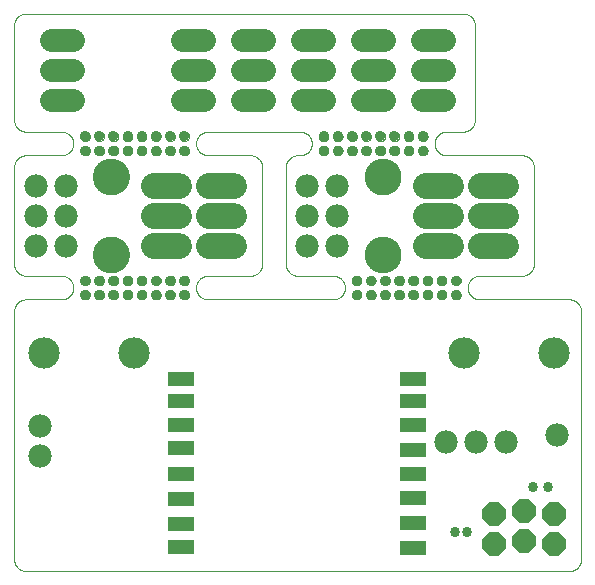
<source format=gbs>
G75*
%MOIN*%
%OFA0B0*%
%FSLAX25Y25*%
%IPPOS*%
%LPD*%
%AMOC8*
5,1,8,0,0,1.08239X$1,22.5*
%
%ADD10C,0.00000*%
%ADD11C,0.12211*%
%ADD12C,0.03550*%
%ADD13OC8,0.07800*%
%ADD14R,0.09000X0.04600*%
%ADD15C,0.07800*%
%ADD16C,0.10450*%
%ADD17C,0.03400*%
%ADD18C,0.08668*%
%ADD19C,0.07800*%
D10*
X0010681Y0060307D02*
X0191783Y0060307D01*
X0191907Y0060309D01*
X0192030Y0060315D01*
X0192154Y0060324D01*
X0192276Y0060338D01*
X0192399Y0060355D01*
X0192521Y0060377D01*
X0192642Y0060402D01*
X0192762Y0060431D01*
X0192881Y0060463D01*
X0193000Y0060500D01*
X0193117Y0060540D01*
X0193232Y0060583D01*
X0193347Y0060631D01*
X0193459Y0060682D01*
X0193570Y0060736D01*
X0193680Y0060794D01*
X0193787Y0060855D01*
X0193893Y0060920D01*
X0193996Y0060988D01*
X0194097Y0061059D01*
X0194196Y0061133D01*
X0194293Y0061210D01*
X0194387Y0061291D01*
X0194478Y0061374D01*
X0194567Y0061460D01*
X0194653Y0061549D01*
X0194736Y0061640D01*
X0194817Y0061734D01*
X0194894Y0061831D01*
X0194968Y0061930D01*
X0195039Y0062031D01*
X0195107Y0062134D01*
X0195172Y0062240D01*
X0195233Y0062347D01*
X0195291Y0062457D01*
X0195345Y0062568D01*
X0195396Y0062680D01*
X0195444Y0062795D01*
X0195487Y0062910D01*
X0195527Y0063027D01*
X0195564Y0063146D01*
X0195596Y0063265D01*
X0195625Y0063385D01*
X0195650Y0063506D01*
X0195672Y0063628D01*
X0195689Y0063751D01*
X0195703Y0063873D01*
X0195712Y0063997D01*
X0195718Y0064120D01*
X0195720Y0064244D01*
X0195720Y0146921D01*
X0195718Y0147045D01*
X0195712Y0147168D01*
X0195703Y0147292D01*
X0195689Y0147414D01*
X0195672Y0147537D01*
X0195650Y0147659D01*
X0195625Y0147780D01*
X0195596Y0147900D01*
X0195564Y0148019D01*
X0195527Y0148138D01*
X0195487Y0148255D01*
X0195444Y0148370D01*
X0195396Y0148485D01*
X0195345Y0148597D01*
X0195291Y0148708D01*
X0195233Y0148818D01*
X0195172Y0148925D01*
X0195107Y0149031D01*
X0195039Y0149134D01*
X0194968Y0149235D01*
X0194894Y0149334D01*
X0194817Y0149431D01*
X0194736Y0149525D01*
X0194653Y0149616D01*
X0194567Y0149705D01*
X0194478Y0149791D01*
X0194387Y0149874D01*
X0194293Y0149955D01*
X0194196Y0150032D01*
X0194097Y0150106D01*
X0193996Y0150177D01*
X0193893Y0150245D01*
X0193787Y0150310D01*
X0193680Y0150371D01*
X0193570Y0150429D01*
X0193459Y0150483D01*
X0193347Y0150534D01*
X0193232Y0150582D01*
X0193117Y0150625D01*
X0193000Y0150665D01*
X0192881Y0150702D01*
X0192762Y0150734D01*
X0192642Y0150763D01*
X0192521Y0150788D01*
X0192399Y0150810D01*
X0192276Y0150827D01*
X0192154Y0150841D01*
X0192030Y0150850D01*
X0191907Y0150856D01*
X0191783Y0150858D01*
X0161862Y0150858D01*
X0157925Y0154795D02*
X0157927Y0154919D01*
X0157933Y0155042D01*
X0157942Y0155166D01*
X0157956Y0155288D01*
X0157973Y0155411D01*
X0157995Y0155533D01*
X0158020Y0155654D01*
X0158049Y0155774D01*
X0158081Y0155893D01*
X0158118Y0156012D01*
X0158158Y0156129D01*
X0158201Y0156244D01*
X0158249Y0156359D01*
X0158300Y0156471D01*
X0158354Y0156582D01*
X0158412Y0156692D01*
X0158473Y0156799D01*
X0158538Y0156905D01*
X0158606Y0157008D01*
X0158677Y0157109D01*
X0158751Y0157208D01*
X0158828Y0157305D01*
X0158909Y0157399D01*
X0158992Y0157490D01*
X0159078Y0157579D01*
X0159167Y0157665D01*
X0159258Y0157748D01*
X0159352Y0157829D01*
X0159449Y0157906D01*
X0159548Y0157980D01*
X0159649Y0158051D01*
X0159752Y0158119D01*
X0159858Y0158184D01*
X0159965Y0158245D01*
X0160075Y0158303D01*
X0160186Y0158357D01*
X0160298Y0158408D01*
X0160413Y0158456D01*
X0160528Y0158499D01*
X0160645Y0158539D01*
X0160764Y0158576D01*
X0160883Y0158608D01*
X0161003Y0158637D01*
X0161124Y0158662D01*
X0161246Y0158684D01*
X0161369Y0158701D01*
X0161491Y0158715D01*
X0161615Y0158724D01*
X0161738Y0158730D01*
X0161862Y0158732D01*
X0176035Y0158732D01*
X0176159Y0158734D01*
X0176282Y0158740D01*
X0176406Y0158749D01*
X0176528Y0158763D01*
X0176651Y0158780D01*
X0176773Y0158802D01*
X0176894Y0158827D01*
X0177014Y0158856D01*
X0177133Y0158888D01*
X0177252Y0158925D01*
X0177369Y0158965D01*
X0177484Y0159008D01*
X0177599Y0159056D01*
X0177711Y0159107D01*
X0177822Y0159161D01*
X0177932Y0159219D01*
X0178039Y0159280D01*
X0178145Y0159345D01*
X0178248Y0159413D01*
X0178349Y0159484D01*
X0178448Y0159558D01*
X0178545Y0159635D01*
X0178639Y0159716D01*
X0178730Y0159799D01*
X0178819Y0159885D01*
X0178905Y0159974D01*
X0178988Y0160065D01*
X0179069Y0160159D01*
X0179146Y0160256D01*
X0179220Y0160355D01*
X0179291Y0160456D01*
X0179359Y0160559D01*
X0179424Y0160665D01*
X0179485Y0160772D01*
X0179543Y0160882D01*
X0179597Y0160993D01*
X0179648Y0161105D01*
X0179696Y0161220D01*
X0179739Y0161335D01*
X0179779Y0161452D01*
X0179816Y0161571D01*
X0179848Y0161690D01*
X0179877Y0161810D01*
X0179902Y0161931D01*
X0179924Y0162053D01*
X0179941Y0162176D01*
X0179955Y0162298D01*
X0179964Y0162422D01*
X0179970Y0162545D01*
X0179972Y0162669D01*
X0179972Y0194953D01*
X0179970Y0195077D01*
X0179964Y0195200D01*
X0179955Y0195324D01*
X0179941Y0195446D01*
X0179924Y0195569D01*
X0179902Y0195691D01*
X0179877Y0195812D01*
X0179848Y0195932D01*
X0179816Y0196051D01*
X0179779Y0196170D01*
X0179739Y0196287D01*
X0179696Y0196402D01*
X0179648Y0196517D01*
X0179597Y0196629D01*
X0179543Y0196740D01*
X0179485Y0196850D01*
X0179424Y0196957D01*
X0179359Y0197063D01*
X0179291Y0197166D01*
X0179220Y0197267D01*
X0179146Y0197366D01*
X0179069Y0197463D01*
X0178988Y0197557D01*
X0178905Y0197648D01*
X0178819Y0197737D01*
X0178730Y0197823D01*
X0178639Y0197906D01*
X0178545Y0197987D01*
X0178448Y0198064D01*
X0178349Y0198138D01*
X0178248Y0198209D01*
X0178145Y0198277D01*
X0178039Y0198342D01*
X0177932Y0198403D01*
X0177822Y0198461D01*
X0177711Y0198515D01*
X0177599Y0198566D01*
X0177484Y0198614D01*
X0177369Y0198657D01*
X0177252Y0198697D01*
X0177133Y0198734D01*
X0177014Y0198766D01*
X0176894Y0198795D01*
X0176773Y0198820D01*
X0176651Y0198842D01*
X0176528Y0198859D01*
X0176406Y0198873D01*
X0176282Y0198882D01*
X0176159Y0198888D01*
X0176035Y0198890D01*
X0150839Y0198890D01*
X0146902Y0202827D02*
X0146904Y0202951D01*
X0146910Y0203074D01*
X0146919Y0203198D01*
X0146933Y0203320D01*
X0146950Y0203443D01*
X0146972Y0203565D01*
X0146997Y0203686D01*
X0147026Y0203806D01*
X0147058Y0203925D01*
X0147095Y0204044D01*
X0147135Y0204161D01*
X0147178Y0204276D01*
X0147226Y0204391D01*
X0147277Y0204503D01*
X0147331Y0204614D01*
X0147389Y0204724D01*
X0147450Y0204831D01*
X0147515Y0204937D01*
X0147583Y0205040D01*
X0147654Y0205141D01*
X0147728Y0205240D01*
X0147805Y0205337D01*
X0147886Y0205431D01*
X0147969Y0205522D01*
X0148055Y0205611D01*
X0148144Y0205697D01*
X0148235Y0205780D01*
X0148329Y0205861D01*
X0148426Y0205938D01*
X0148525Y0206012D01*
X0148626Y0206083D01*
X0148729Y0206151D01*
X0148835Y0206216D01*
X0148942Y0206277D01*
X0149052Y0206335D01*
X0149163Y0206389D01*
X0149275Y0206440D01*
X0149390Y0206488D01*
X0149505Y0206531D01*
X0149622Y0206571D01*
X0149741Y0206608D01*
X0149860Y0206640D01*
X0149980Y0206669D01*
X0150101Y0206694D01*
X0150223Y0206716D01*
X0150346Y0206733D01*
X0150468Y0206747D01*
X0150592Y0206756D01*
X0150715Y0206762D01*
X0150839Y0206764D01*
X0156350Y0206764D01*
X0156474Y0206766D01*
X0156597Y0206772D01*
X0156721Y0206781D01*
X0156843Y0206795D01*
X0156966Y0206812D01*
X0157088Y0206834D01*
X0157209Y0206859D01*
X0157329Y0206888D01*
X0157448Y0206920D01*
X0157567Y0206957D01*
X0157684Y0206997D01*
X0157799Y0207040D01*
X0157914Y0207088D01*
X0158026Y0207139D01*
X0158137Y0207193D01*
X0158247Y0207251D01*
X0158354Y0207312D01*
X0158460Y0207377D01*
X0158563Y0207445D01*
X0158664Y0207516D01*
X0158763Y0207590D01*
X0158860Y0207667D01*
X0158954Y0207748D01*
X0159045Y0207831D01*
X0159134Y0207917D01*
X0159220Y0208006D01*
X0159303Y0208097D01*
X0159384Y0208191D01*
X0159461Y0208288D01*
X0159535Y0208387D01*
X0159606Y0208488D01*
X0159674Y0208591D01*
X0159739Y0208697D01*
X0159800Y0208804D01*
X0159858Y0208914D01*
X0159912Y0209025D01*
X0159963Y0209137D01*
X0160011Y0209252D01*
X0160054Y0209367D01*
X0160094Y0209484D01*
X0160131Y0209603D01*
X0160163Y0209722D01*
X0160192Y0209842D01*
X0160217Y0209963D01*
X0160239Y0210085D01*
X0160256Y0210208D01*
X0160270Y0210330D01*
X0160279Y0210454D01*
X0160285Y0210577D01*
X0160287Y0210701D01*
X0160287Y0242197D01*
X0160285Y0242321D01*
X0160279Y0242444D01*
X0160270Y0242568D01*
X0160256Y0242690D01*
X0160239Y0242813D01*
X0160217Y0242935D01*
X0160192Y0243056D01*
X0160163Y0243176D01*
X0160131Y0243295D01*
X0160094Y0243414D01*
X0160054Y0243531D01*
X0160011Y0243646D01*
X0159963Y0243761D01*
X0159912Y0243873D01*
X0159858Y0243984D01*
X0159800Y0244094D01*
X0159739Y0244201D01*
X0159674Y0244307D01*
X0159606Y0244410D01*
X0159535Y0244511D01*
X0159461Y0244610D01*
X0159384Y0244707D01*
X0159303Y0244801D01*
X0159220Y0244892D01*
X0159134Y0244981D01*
X0159045Y0245067D01*
X0158954Y0245150D01*
X0158860Y0245231D01*
X0158763Y0245308D01*
X0158664Y0245382D01*
X0158563Y0245453D01*
X0158460Y0245521D01*
X0158354Y0245586D01*
X0158247Y0245647D01*
X0158137Y0245705D01*
X0158026Y0245759D01*
X0157914Y0245810D01*
X0157799Y0245858D01*
X0157684Y0245901D01*
X0157567Y0245941D01*
X0157448Y0245978D01*
X0157329Y0246010D01*
X0157209Y0246039D01*
X0157088Y0246064D01*
X0156966Y0246086D01*
X0156843Y0246103D01*
X0156721Y0246117D01*
X0156597Y0246126D01*
X0156474Y0246132D01*
X0156350Y0246134D01*
X0010681Y0246134D01*
X0010557Y0246132D01*
X0010434Y0246126D01*
X0010310Y0246117D01*
X0010188Y0246103D01*
X0010065Y0246086D01*
X0009943Y0246064D01*
X0009822Y0246039D01*
X0009702Y0246010D01*
X0009583Y0245978D01*
X0009464Y0245941D01*
X0009347Y0245901D01*
X0009232Y0245858D01*
X0009117Y0245810D01*
X0009005Y0245759D01*
X0008894Y0245705D01*
X0008784Y0245647D01*
X0008677Y0245586D01*
X0008571Y0245521D01*
X0008468Y0245453D01*
X0008367Y0245382D01*
X0008268Y0245308D01*
X0008171Y0245231D01*
X0008077Y0245150D01*
X0007986Y0245067D01*
X0007897Y0244981D01*
X0007811Y0244892D01*
X0007728Y0244801D01*
X0007647Y0244707D01*
X0007570Y0244610D01*
X0007496Y0244511D01*
X0007425Y0244410D01*
X0007357Y0244307D01*
X0007292Y0244201D01*
X0007231Y0244094D01*
X0007173Y0243984D01*
X0007119Y0243873D01*
X0007068Y0243761D01*
X0007020Y0243646D01*
X0006977Y0243531D01*
X0006937Y0243414D01*
X0006900Y0243295D01*
X0006868Y0243176D01*
X0006839Y0243056D01*
X0006814Y0242935D01*
X0006792Y0242813D01*
X0006775Y0242690D01*
X0006761Y0242568D01*
X0006752Y0242444D01*
X0006746Y0242321D01*
X0006744Y0242197D01*
X0006744Y0210701D01*
X0006746Y0210577D01*
X0006752Y0210454D01*
X0006761Y0210330D01*
X0006775Y0210208D01*
X0006792Y0210085D01*
X0006814Y0209963D01*
X0006839Y0209842D01*
X0006868Y0209722D01*
X0006900Y0209603D01*
X0006937Y0209484D01*
X0006977Y0209367D01*
X0007020Y0209252D01*
X0007068Y0209137D01*
X0007119Y0209025D01*
X0007173Y0208914D01*
X0007231Y0208804D01*
X0007292Y0208697D01*
X0007357Y0208591D01*
X0007425Y0208488D01*
X0007496Y0208387D01*
X0007570Y0208288D01*
X0007647Y0208191D01*
X0007728Y0208097D01*
X0007811Y0208006D01*
X0007897Y0207917D01*
X0007986Y0207831D01*
X0008077Y0207748D01*
X0008171Y0207667D01*
X0008268Y0207590D01*
X0008367Y0207516D01*
X0008468Y0207445D01*
X0008571Y0207377D01*
X0008677Y0207312D01*
X0008784Y0207251D01*
X0008894Y0207193D01*
X0009005Y0207139D01*
X0009117Y0207088D01*
X0009232Y0207040D01*
X0009347Y0206997D01*
X0009464Y0206957D01*
X0009583Y0206920D01*
X0009702Y0206888D01*
X0009822Y0206859D01*
X0009943Y0206834D01*
X0010065Y0206812D01*
X0010188Y0206795D01*
X0010310Y0206781D01*
X0010434Y0206772D01*
X0010557Y0206766D01*
X0010681Y0206764D01*
X0022492Y0206764D01*
X0022616Y0206762D01*
X0022739Y0206756D01*
X0022863Y0206747D01*
X0022985Y0206733D01*
X0023108Y0206716D01*
X0023230Y0206694D01*
X0023351Y0206669D01*
X0023471Y0206640D01*
X0023590Y0206608D01*
X0023709Y0206571D01*
X0023826Y0206531D01*
X0023941Y0206488D01*
X0024056Y0206440D01*
X0024168Y0206389D01*
X0024279Y0206335D01*
X0024389Y0206277D01*
X0024496Y0206216D01*
X0024602Y0206151D01*
X0024705Y0206083D01*
X0024806Y0206012D01*
X0024905Y0205938D01*
X0025002Y0205861D01*
X0025096Y0205780D01*
X0025187Y0205697D01*
X0025276Y0205611D01*
X0025362Y0205522D01*
X0025445Y0205431D01*
X0025526Y0205337D01*
X0025603Y0205240D01*
X0025677Y0205141D01*
X0025748Y0205040D01*
X0025816Y0204937D01*
X0025881Y0204831D01*
X0025942Y0204724D01*
X0026000Y0204614D01*
X0026054Y0204503D01*
X0026105Y0204391D01*
X0026153Y0204276D01*
X0026196Y0204161D01*
X0026236Y0204044D01*
X0026273Y0203925D01*
X0026305Y0203806D01*
X0026334Y0203686D01*
X0026359Y0203565D01*
X0026381Y0203443D01*
X0026398Y0203320D01*
X0026412Y0203198D01*
X0026421Y0203074D01*
X0026427Y0202951D01*
X0026429Y0202827D01*
X0026427Y0202703D01*
X0026421Y0202580D01*
X0026412Y0202456D01*
X0026398Y0202334D01*
X0026381Y0202211D01*
X0026359Y0202089D01*
X0026334Y0201968D01*
X0026305Y0201848D01*
X0026273Y0201729D01*
X0026236Y0201610D01*
X0026196Y0201493D01*
X0026153Y0201378D01*
X0026105Y0201263D01*
X0026054Y0201151D01*
X0026000Y0201040D01*
X0025942Y0200930D01*
X0025881Y0200823D01*
X0025816Y0200717D01*
X0025748Y0200614D01*
X0025677Y0200513D01*
X0025603Y0200414D01*
X0025526Y0200317D01*
X0025445Y0200223D01*
X0025362Y0200132D01*
X0025276Y0200043D01*
X0025187Y0199957D01*
X0025096Y0199874D01*
X0025002Y0199793D01*
X0024905Y0199716D01*
X0024806Y0199642D01*
X0024705Y0199571D01*
X0024602Y0199503D01*
X0024496Y0199438D01*
X0024389Y0199377D01*
X0024279Y0199319D01*
X0024168Y0199265D01*
X0024056Y0199214D01*
X0023941Y0199166D01*
X0023826Y0199123D01*
X0023709Y0199083D01*
X0023590Y0199046D01*
X0023471Y0199014D01*
X0023351Y0198985D01*
X0023230Y0198960D01*
X0023108Y0198938D01*
X0022985Y0198921D01*
X0022863Y0198907D01*
X0022739Y0198898D01*
X0022616Y0198892D01*
X0022492Y0198890D01*
X0010681Y0198890D01*
X0010557Y0198888D01*
X0010434Y0198882D01*
X0010310Y0198873D01*
X0010188Y0198859D01*
X0010065Y0198842D01*
X0009943Y0198820D01*
X0009822Y0198795D01*
X0009702Y0198766D01*
X0009583Y0198734D01*
X0009464Y0198697D01*
X0009347Y0198657D01*
X0009232Y0198614D01*
X0009117Y0198566D01*
X0009005Y0198515D01*
X0008894Y0198461D01*
X0008784Y0198403D01*
X0008677Y0198342D01*
X0008571Y0198277D01*
X0008468Y0198209D01*
X0008367Y0198138D01*
X0008268Y0198064D01*
X0008171Y0197987D01*
X0008077Y0197906D01*
X0007986Y0197823D01*
X0007897Y0197737D01*
X0007811Y0197648D01*
X0007728Y0197557D01*
X0007647Y0197463D01*
X0007570Y0197366D01*
X0007496Y0197267D01*
X0007425Y0197166D01*
X0007357Y0197063D01*
X0007292Y0196957D01*
X0007231Y0196850D01*
X0007173Y0196740D01*
X0007119Y0196629D01*
X0007068Y0196517D01*
X0007020Y0196402D01*
X0006977Y0196287D01*
X0006937Y0196170D01*
X0006900Y0196051D01*
X0006868Y0195932D01*
X0006839Y0195812D01*
X0006814Y0195691D01*
X0006792Y0195569D01*
X0006775Y0195446D01*
X0006761Y0195324D01*
X0006752Y0195200D01*
X0006746Y0195077D01*
X0006744Y0194953D01*
X0006744Y0162669D01*
X0006746Y0162545D01*
X0006752Y0162422D01*
X0006761Y0162298D01*
X0006775Y0162176D01*
X0006792Y0162053D01*
X0006814Y0161931D01*
X0006839Y0161810D01*
X0006868Y0161690D01*
X0006900Y0161571D01*
X0006937Y0161452D01*
X0006977Y0161335D01*
X0007020Y0161220D01*
X0007068Y0161105D01*
X0007119Y0160993D01*
X0007173Y0160882D01*
X0007231Y0160772D01*
X0007292Y0160665D01*
X0007357Y0160559D01*
X0007425Y0160456D01*
X0007496Y0160355D01*
X0007570Y0160256D01*
X0007647Y0160159D01*
X0007728Y0160065D01*
X0007811Y0159974D01*
X0007897Y0159885D01*
X0007986Y0159799D01*
X0008077Y0159716D01*
X0008171Y0159635D01*
X0008268Y0159558D01*
X0008367Y0159484D01*
X0008468Y0159413D01*
X0008571Y0159345D01*
X0008677Y0159280D01*
X0008784Y0159219D01*
X0008894Y0159161D01*
X0009005Y0159107D01*
X0009117Y0159056D01*
X0009232Y0159008D01*
X0009347Y0158965D01*
X0009464Y0158925D01*
X0009583Y0158888D01*
X0009702Y0158856D01*
X0009822Y0158827D01*
X0009943Y0158802D01*
X0010065Y0158780D01*
X0010188Y0158763D01*
X0010310Y0158749D01*
X0010434Y0158740D01*
X0010557Y0158734D01*
X0010681Y0158732D01*
X0022492Y0158732D01*
X0022616Y0158730D01*
X0022739Y0158724D01*
X0022863Y0158715D01*
X0022985Y0158701D01*
X0023108Y0158684D01*
X0023230Y0158662D01*
X0023351Y0158637D01*
X0023471Y0158608D01*
X0023590Y0158576D01*
X0023709Y0158539D01*
X0023826Y0158499D01*
X0023941Y0158456D01*
X0024056Y0158408D01*
X0024168Y0158357D01*
X0024279Y0158303D01*
X0024389Y0158245D01*
X0024496Y0158184D01*
X0024602Y0158119D01*
X0024705Y0158051D01*
X0024806Y0157980D01*
X0024905Y0157906D01*
X0025002Y0157829D01*
X0025096Y0157748D01*
X0025187Y0157665D01*
X0025276Y0157579D01*
X0025362Y0157490D01*
X0025445Y0157399D01*
X0025526Y0157305D01*
X0025603Y0157208D01*
X0025677Y0157109D01*
X0025748Y0157008D01*
X0025816Y0156905D01*
X0025881Y0156799D01*
X0025942Y0156692D01*
X0026000Y0156582D01*
X0026054Y0156471D01*
X0026105Y0156359D01*
X0026153Y0156244D01*
X0026196Y0156129D01*
X0026236Y0156012D01*
X0026273Y0155893D01*
X0026305Y0155774D01*
X0026334Y0155654D01*
X0026359Y0155533D01*
X0026381Y0155411D01*
X0026398Y0155288D01*
X0026412Y0155166D01*
X0026421Y0155042D01*
X0026427Y0154919D01*
X0026429Y0154795D01*
X0026427Y0154671D01*
X0026421Y0154548D01*
X0026412Y0154424D01*
X0026398Y0154302D01*
X0026381Y0154179D01*
X0026359Y0154057D01*
X0026334Y0153936D01*
X0026305Y0153816D01*
X0026273Y0153697D01*
X0026236Y0153578D01*
X0026196Y0153461D01*
X0026153Y0153346D01*
X0026105Y0153231D01*
X0026054Y0153119D01*
X0026000Y0153008D01*
X0025942Y0152898D01*
X0025881Y0152791D01*
X0025816Y0152685D01*
X0025748Y0152582D01*
X0025677Y0152481D01*
X0025603Y0152382D01*
X0025526Y0152285D01*
X0025445Y0152191D01*
X0025362Y0152100D01*
X0025276Y0152011D01*
X0025187Y0151925D01*
X0025096Y0151842D01*
X0025002Y0151761D01*
X0024905Y0151684D01*
X0024806Y0151610D01*
X0024705Y0151539D01*
X0024602Y0151471D01*
X0024496Y0151406D01*
X0024389Y0151345D01*
X0024279Y0151287D01*
X0024168Y0151233D01*
X0024056Y0151182D01*
X0023941Y0151134D01*
X0023826Y0151091D01*
X0023709Y0151051D01*
X0023590Y0151014D01*
X0023471Y0150982D01*
X0023351Y0150953D01*
X0023230Y0150928D01*
X0023108Y0150906D01*
X0022985Y0150889D01*
X0022863Y0150875D01*
X0022739Y0150866D01*
X0022616Y0150860D01*
X0022492Y0150858D01*
X0010681Y0150858D01*
X0010557Y0150856D01*
X0010434Y0150850D01*
X0010310Y0150841D01*
X0010188Y0150827D01*
X0010065Y0150810D01*
X0009943Y0150788D01*
X0009822Y0150763D01*
X0009702Y0150734D01*
X0009583Y0150702D01*
X0009464Y0150665D01*
X0009347Y0150625D01*
X0009232Y0150582D01*
X0009117Y0150534D01*
X0009005Y0150483D01*
X0008894Y0150429D01*
X0008784Y0150371D01*
X0008677Y0150310D01*
X0008571Y0150245D01*
X0008468Y0150177D01*
X0008367Y0150106D01*
X0008268Y0150032D01*
X0008171Y0149955D01*
X0008077Y0149874D01*
X0007986Y0149791D01*
X0007897Y0149705D01*
X0007811Y0149616D01*
X0007728Y0149525D01*
X0007647Y0149431D01*
X0007570Y0149334D01*
X0007496Y0149235D01*
X0007425Y0149134D01*
X0007357Y0149031D01*
X0007292Y0148925D01*
X0007231Y0148818D01*
X0007173Y0148708D01*
X0007119Y0148597D01*
X0007068Y0148485D01*
X0007020Y0148370D01*
X0006977Y0148255D01*
X0006937Y0148138D01*
X0006900Y0148019D01*
X0006868Y0147900D01*
X0006839Y0147780D01*
X0006814Y0147659D01*
X0006792Y0147537D01*
X0006775Y0147414D01*
X0006761Y0147292D01*
X0006752Y0147168D01*
X0006746Y0147045D01*
X0006744Y0146921D01*
X0006744Y0064244D01*
X0006746Y0064120D01*
X0006752Y0063997D01*
X0006761Y0063873D01*
X0006775Y0063751D01*
X0006792Y0063628D01*
X0006814Y0063506D01*
X0006839Y0063385D01*
X0006868Y0063265D01*
X0006900Y0063146D01*
X0006937Y0063027D01*
X0006977Y0062910D01*
X0007020Y0062795D01*
X0007068Y0062680D01*
X0007119Y0062568D01*
X0007173Y0062457D01*
X0007231Y0062347D01*
X0007292Y0062240D01*
X0007357Y0062134D01*
X0007425Y0062031D01*
X0007496Y0061930D01*
X0007570Y0061831D01*
X0007647Y0061734D01*
X0007728Y0061640D01*
X0007811Y0061549D01*
X0007897Y0061460D01*
X0007986Y0061374D01*
X0008077Y0061291D01*
X0008171Y0061210D01*
X0008268Y0061133D01*
X0008367Y0061059D01*
X0008468Y0060988D01*
X0008571Y0060920D01*
X0008677Y0060855D01*
X0008784Y0060794D01*
X0008894Y0060736D01*
X0009005Y0060682D01*
X0009117Y0060631D01*
X0009232Y0060583D01*
X0009347Y0060540D01*
X0009464Y0060500D01*
X0009583Y0060463D01*
X0009702Y0060431D01*
X0009822Y0060402D01*
X0009943Y0060377D01*
X0010065Y0060355D01*
X0010188Y0060338D01*
X0010310Y0060324D01*
X0010434Y0060315D01*
X0010557Y0060309D01*
X0010681Y0060307D01*
X0071311Y0150858D02*
X0113043Y0150858D01*
X0116980Y0154795D02*
X0116978Y0154919D01*
X0116972Y0155042D01*
X0116963Y0155166D01*
X0116949Y0155288D01*
X0116932Y0155411D01*
X0116910Y0155533D01*
X0116885Y0155654D01*
X0116856Y0155774D01*
X0116824Y0155893D01*
X0116787Y0156012D01*
X0116747Y0156129D01*
X0116704Y0156244D01*
X0116656Y0156359D01*
X0116605Y0156471D01*
X0116551Y0156582D01*
X0116493Y0156692D01*
X0116432Y0156799D01*
X0116367Y0156905D01*
X0116299Y0157008D01*
X0116228Y0157109D01*
X0116154Y0157208D01*
X0116077Y0157305D01*
X0115996Y0157399D01*
X0115913Y0157490D01*
X0115827Y0157579D01*
X0115738Y0157665D01*
X0115647Y0157748D01*
X0115553Y0157829D01*
X0115456Y0157906D01*
X0115357Y0157980D01*
X0115256Y0158051D01*
X0115153Y0158119D01*
X0115047Y0158184D01*
X0114940Y0158245D01*
X0114830Y0158303D01*
X0114719Y0158357D01*
X0114607Y0158408D01*
X0114492Y0158456D01*
X0114377Y0158499D01*
X0114260Y0158539D01*
X0114141Y0158576D01*
X0114022Y0158608D01*
X0113902Y0158637D01*
X0113781Y0158662D01*
X0113659Y0158684D01*
X0113536Y0158701D01*
X0113414Y0158715D01*
X0113290Y0158724D01*
X0113167Y0158730D01*
X0113043Y0158732D01*
X0101232Y0158732D01*
X0101108Y0158734D01*
X0100985Y0158740D01*
X0100861Y0158749D01*
X0100739Y0158763D01*
X0100616Y0158780D01*
X0100494Y0158802D01*
X0100373Y0158827D01*
X0100253Y0158856D01*
X0100134Y0158888D01*
X0100015Y0158925D01*
X0099898Y0158965D01*
X0099783Y0159008D01*
X0099668Y0159056D01*
X0099556Y0159107D01*
X0099445Y0159161D01*
X0099335Y0159219D01*
X0099228Y0159280D01*
X0099122Y0159345D01*
X0099019Y0159413D01*
X0098918Y0159484D01*
X0098819Y0159558D01*
X0098722Y0159635D01*
X0098628Y0159716D01*
X0098537Y0159799D01*
X0098448Y0159885D01*
X0098362Y0159974D01*
X0098279Y0160065D01*
X0098198Y0160159D01*
X0098121Y0160256D01*
X0098047Y0160355D01*
X0097976Y0160456D01*
X0097908Y0160559D01*
X0097843Y0160665D01*
X0097782Y0160772D01*
X0097724Y0160882D01*
X0097670Y0160993D01*
X0097619Y0161105D01*
X0097571Y0161220D01*
X0097528Y0161335D01*
X0097488Y0161452D01*
X0097451Y0161571D01*
X0097419Y0161690D01*
X0097390Y0161810D01*
X0097365Y0161931D01*
X0097343Y0162053D01*
X0097326Y0162176D01*
X0097312Y0162298D01*
X0097303Y0162422D01*
X0097297Y0162545D01*
X0097295Y0162669D01*
X0097295Y0194953D01*
X0097297Y0195077D01*
X0097303Y0195200D01*
X0097312Y0195324D01*
X0097326Y0195446D01*
X0097343Y0195569D01*
X0097365Y0195691D01*
X0097390Y0195812D01*
X0097419Y0195932D01*
X0097451Y0196051D01*
X0097488Y0196170D01*
X0097528Y0196287D01*
X0097571Y0196402D01*
X0097619Y0196517D01*
X0097670Y0196629D01*
X0097724Y0196740D01*
X0097782Y0196850D01*
X0097843Y0196957D01*
X0097908Y0197063D01*
X0097976Y0197166D01*
X0098047Y0197267D01*
X0098121Y0197366D01*
X0098198Y0197463D01*
X0098279Y0197557D01*
X0098362Y0197648D01*
X0098448Y0197737D01*
X0098537Y0197823D01*
X0098628Y0197906D01*
X0098722Y0197987D01*
X0098819Y0198064D01*
X0098918Y0198138D01*
X0099019Y0198209D01*
X0099122Y0198277D01*
X0099228Y0198342D01*
X0099335Y0198403D01*
X0099445Y0198461D01*
X0099556Y0198515D01*
X0099668Y0198566D01*
X0099783Y0198614D01*
X0099898Y0198657D01*
X0100015Y0198697D01*
X0100134Y0198734D01*
X0100253Y0198766D01*
X0100373Y0198795D01*
X0100494Y0198820D01*
X0100616Y0198842D01*
X0100739Y0198859D01*
X0100861Y0198873D01*
X0100985Y0198882D01*
X0101108Y0198888D01*
X0101232Y0198890D01*
X0102020Y0198890D01*
X0105957Y0202827D02*
X0105955Y0202951D01*
X0105949Y0203074D01*
X0105940Y0203198D01*
X0105926Y0203320D01*
X0105909Y0203443D01*
X0105887Y0203565D01*
X0105862Y0203686D01*
X0105833Y0203806D01*
X0105801Y0203925D01*
X0105764Y0204044D01*
X0105724Y0204161D01*
X0105681Y0204276D01*
X0105633Y0204391D01*
X0105582Y0204503D01*
X0105528Y0204614D01*
X0105470Y0204724D01*
X0105409Y0204831D01*
X0105344Y0204937D01*
X0105276Y0205040D01*
X0105205Y0205141D01*
X0105131Y0205240D01*
X0105054Y0205337D01*
X0104973Y0205431D01*
X0104890Y0205522D01*
X0104804Y0205611D01*
X0104715Y0205697D01*
X0104624Y0205780D01*
X0104530Y0205861D01*
X0104433Y0205938D01*
X0104334Y0206012D01*
X0104233Y0206083D01*
X0104130Y0206151D01*
X0104024Y0206216D01*
X0103917Y0206277D01*
X0103807Y0206335D01*
X0103696Y0206389D01*
X0103584Y0206440D01*
X0103469Y0206488D01*
X0103354Y0206531D01*
X0103237Y0206571D01*
X0103118Y0206608D01*
X0102999Y0206640D01*
X0102879Y0206669D01*
X0102758Y0206694D01*
X0102636Y0206716D01*
X0102513Y0206733D01*
X0102391Y0206747D01*
X0102267Y0206756D01*
X0102144Y0206762D01*
X0102020Y0206764D01*
X0071311Y0206764D01*
X0071187Y0206762D01*
X0071064Y0206756D01*
X0070940Y0206747D01*
X0070818Y0206733D01*
X0070695Y0206716D01*
X0070573Y0206694D01*
X0070452Y0206669D01*
X0070332Y0206640D01*
X0070213Y0206608D01*
X0070094Y0206571D01*
X0069977Y0206531D01*
X0069862Y0206488D01*
X0069747Y0206440D01*
X0069635Y0206389D01*
X0069524Y0206335D01*
X0069414Y0206277D01*
X0069307Y0206216D01*
X0069201Y0206151D01*
X0069098Y0206083D01*
X0068997Y0206012D01*
X0068898Y0205938D01*
X0068801Y0205861D01*
X0068707Y0205780D01*
X0068616Y0205697D01*
X0068527Y0205611D01*
X0068441Y0205522D01*
X0068358Y0205431D01*
X0068277Y0205337D01*
X0068200Y0205240D01*
X0068126Y0205141D01*
X0068055Y0205040D01*
X0067987Y0204937D01*
X0067922Y0204831D01*
X0067861Y0204724D01*
X0067803Y0204614D01*
X0067749Y0204503D01*
X0067698Y0204391D01*
X0067650Y0204276D01*
X0067607Y0204161D01*
X0067567Y0204044D01*
X0067530Y0203925D01*
X0067498Y0203806D01*
X0067469Y0203686D01*
X0067444Y0203565D01*
X0067422Y0203443D01*
X0067405Y0203320D01*
X0067391Y0203198D01*
X0067382Y0203074D01*
X0067376Y0202951D01*
X0067374Y0202827D01*
X0067376Y0202703D01*
X0067382Y0202580D01*
X0067391Y0202456D01*
X0067405Y0202334D01*
X0067422Y0202211D01*
X0067444Y0202089D01*
X0067469Y0201968D01*
X0067498Y0201848D01*
X0067530Y0201729D01*
X0067567Y0201610D01*
X0067607Y0201493D01*
X0067650Y0201378D01*
X0067698Y0201263D01*
X0067749Y0201151D01*
X0067803Y0201040D01*
X0067861Y0200930D01*
X0067922Y0200823D01*
X0067987Y0200717D01*
X0068055Y0200614D01*
X0068126Y0200513D01*
X0068200Y0200414D01*
X0068277Y0200317D01*
X0068358Y0200223D01*
X0068441Y0200132D01*
X0068527Y0200043D01*
X0068616Y0199957D01*
X0068707Y0199874D01*
X0068801Y0199793D01*
X0068898Y0199716D01*
X0068997Y0199642D01*
X0069098Y0199571D01*
X0069201Y0199503D01*
X0069307Y0199438D01*
X0069414Y0199377D01*
X0069524Y0199319D01*
X0069635Y0199265D01*
X0069747Y0199214D01*
X0069862Y0199166D01*
X0069977Y0199123D01*
X0070094Y0199083D01*
X0070213Y0199046D01*
X0070332Y0199014D01*
X0070452Y0198985D01*
X0070573Y0198960D01*
X0070695Y0198938D01*
X0070818Y0198921D01*
X0070940Y0198907D01*
X0071064Y0198898D01*
X0071187Y0198892D01*
X0071311Y0198890D01*
X0085484Y0198890D01*
X0085608Y0198888D01*
X0085731Y0198882D01*
X0085855Y0198873D01*
X0085977Y0198859D01*
X0086100Y0198842D01*
X0086222Y0198820D01*
X0086343Y0198795D01*
X0086463Y0198766D01*
X0086582Y0198734D01*
X0086701Y0198697D01*
X0086818Y0198657D01*
X0086933Y0198614D01*
X0087048Y0198566D01*
X0087160Y0198515D01*
X0087271Y0198461D01*
X0087381Y0198403D01*
X0087488Y0198342D01*
X0087594Y0198277D01*
X0087697Y0198209D01*
X0087798Y0198138D01*
X0087897Y0198064D01*
X0087994Y0197987D01*
X0088088Y0197906D01*
X0088179Y0197823D01*
X0088268Y0197737D01*
X0088354Y0197648D01*
X0088437Y0197557D01*
X0088518Y0197463D01*
X0088595Y0197366D01*
X0088669Y0197267D01*
X0088740Y0197166D01*
X0088808Y0197063D01*
X0088873Y0196957D01*
X0088934Y0196850D01*
X0088992Y0196740D01*
X0089046Y0196629D01*
X0089097Y0196517D01*
X0089145Y0196402D01*
X0089188Y0196287D01*
X0089228Y0196170D01*
X0089265Y0196051D01*
X0089297Y0195932D01*
X0089326Y0195812D01*
X0089351Y0195691D01*
X0089373Y0195569D01*
X0089390Y0195446D01*
X0089404Y0195324D01*
X0089413Y0195200D01*
X0089419Y0195077D01*
X0089421Y0194953D01*
X0089421Y0162669D01*
X0089419Y0162545D01*
X0089413Y0162422D01*
X0089404Y0162298D01*
X0089390Y0162176D01*
X0089373Y0162053D01*
X0089351Y0161931D01*
X0089326Y0161810D01*
X0089297Y0161690D01*
X0089265Y0161571D01*
X0089228Y0161452D01*
X0089188Y0161335D01*
X0089145Y0161220D01*
X0089097Y0161105D01*
X0089046Y0160993D01*
X0088992Y0160882D01*
X0088934Y0160772D01*
X0088873Y0160665D01*
X0088808Y0160559D01*
X0088740Y0160456D01*
X0088669Y0160355D01*
X0088595Y0160256D01*
X0088518Y0160159D01*
X0088437Y0160065D01*
X0088354Y0159974D01*
X0088268Y0159885D01*
X0088179Y0159799D01*
X0088088Y0159716D01*
X0087994Y0159635D01*
X0087897Y0159558D01*
X0087798Y0159484D01*
X0087697Y0159413D01*
X0087594Y0159345D01*
X0087488Y0159280D01*
X0087381Y0159219D01*
X0087271Y0159161D01*
X0087160Y0159107D01*
X0087048Y0159056D01*
X0086933Y0159008D01*
X0086818Y0158965D01*
X0086701Y0158925D01*
X0086582Y0158888D01*
X0086463Y0158856D01*
X0086343Y0158827D01*
X0086222Y0158802D01*
X0086100Y0158780D01*
X0085977Y0158763D01*
X0085855Y0158749D01*
X0085731Y0158740D01*
X0085608Y0158734D01*
X0085484Y0158732D01*
X0071311Y0158732D01*
X0071187Y0158730D01*
X0071064Y0158724D01*
X0070940Y0158715D01*
X0070818Y0158701D01*
X0070695Y0158684D01*
X0070573Y0158662D01*
X0070452Y0158637D01*
X0070332Y0158608D01*
X0070213Y0158576D01*
X0070094Y0158539D01*
X0069977Y0158499D01*
X0069862Y0158456D01*
X0069747Y0158408D01*
X0069635Y0158357D01*
X0069524Y0158303D01*
X0069414Y0158245D01*
X0069307Y0158184D01*
X0069201Y0158119D01*
X0069098Y0158051D01*
X0068997Y0157980D01*
X0068898Y0157906D01*
X0068801Y0157829D01*
X0068707Y0157748D01*
X0068616Y0157665D01*
X0068527Y0157579D01*
X0068441Y0157490D01*
X0068358Y0157399D01*
X0068277Y0157305D01*
X0068200Y0157208D01*
X0068126Y0157109D01*
X0068055Y0157008D01*
X0067987Y0156905D01*
X0067922Y0156799D01*
X0067861Y0156692D01*
X0067803Y0156582D01*
X0067749Y0156471D01*
X0067698Y0156359D01*
X0067650Y0156244D01*
X0067607Y0156129D01*
X0067567Y0156012D01*
X0067530Y0155893D01*
X0067498Y0155774D01*
X0067469Y0155654D01*
X0067444Y0155533D01*
X0067422Y0155411D01*
X0067405Y0155288D01*
X0067391Y0155166D01*
X0067382Y0155042D01*
X0067376Y0154919D01*
X0067374Y0154795D01*
X0067376Y0154671D01*
X0067382Y0154548D01*
X0067391Y0154424D01*
X0067405Y0154302D01*
X0067422Y0154179D01*
X0067444Y0154057D01*
X0067469Y0153936D01*
X0067498Y0153816D01*
X0067530Y0153697D01*
X0067567Y0153578D01*
X0067607Y0153461D01*
X0067650Y0153346D01*
X0067698Y0153231D01*
X0067749Y0153119D01*
X0067803Y0153008D01*
X0067861Y0152898D01*
X0067922Y0152791D01*
X0067987Y0152685D01*
X0068055Y0152582D01*
X0068126Y0152481D01*
X0068200Y0152382D01*
X0068277Y0152285D01*
X0068358Y0152191D01*
X0068441Y0152100D01*
X0068527Y0152011D01*
X0068616Y0151925D01*
X0068707Y0151842D01*
X0068801Y0151761D01*
X0068898Y0151684D01*
X0068997Y0151610D01*
X0069098Y0151539D01*
X0069201Y0151471D01*
X0069307Y0151406D01*
X0069414Y0151345D01*
X0069524Y0151287D01*
X0069635Y0151233D01*
X0069747Y0151182D01*
X0069862Y0151134D01*
X0069977Y0151091D01*
X0070094Y0151051D01*
X0070213Y0151014D01*
X0070332Y0150982D01*
X0070452Y0150953D01*
X0070573Y0150928D01*
X0070695Y0150906D01*
X0070818Y0150889D01*
X0070940Y0150875D01*
X0071064Y0150866D01*
X0071187Y0150860D01*
X0071311Y0150858D01*
X0061862Y0152433D02*
X0061864Y0152512D01*
X0061870Y0152591D01*
X0061880Y0152670D01*
X0061894Y0152748D01*
X0061911Y0152825D01*
X0061933Y0152901D01*
X0061958Y0152976D01*
X0061988Y0153049D01*
X0062020Y0153121D01*
X0062057Y0153192D01*
X0062097Y0153260D01*
X0062140Y0153326D01*
X0062186Y0153390D01*
X0062236Y0153452D01*
X0062289Y0153511D01*
X0062344Y0153567D01*
X0062403Y0153621D01*
X0062464Y0153671D01*
X0062527Y0153719D01*
X0062593Y0153763D01*
X0062661Y0153804D01*
X0062731Y0153841D01*
X0062802Y0153875D01*
X0062876Y0153905D01*
X0062950Y0153931D01*
X0063026Y0153953D01*
X0063103Y0153972D01*
X0063181Y0153987D01*
X0063259Y0153998D01*
X0063338Y0154005D01*
X0063417Y0154008D01*
X0063496Y0154007D01*
X0063575Y0154002D01*
X0063654Y0153993D01*
X0063732Y0153980D01*
X0063809Y0153963D01*
X0063886Y0153943D01*
X0063961Y0153918D01*
X0064035Y0153890D01*
X0064108Y0153858D01*
X0064178Y0153823D01*
X0064247Y0153784D01*
X0064314Y0153741D01*
X0064379Y0153695D01*
X0064441Y0153647D01*
X0064501Y0153595D01*
X0064558Y0153540D01*
X0064612Y0153482D01*
X0064663Y0153422D01*
X0064711Y0153359D01*
X0064756Y0153294D01*
X0064798Y0153226D01*
X0064836Y0153157D01*
X0064870Y0153086D01*
X0064901Y0153013D01*
X0064929Y0152938D01*
X0064952Y0152863D01*
X0064972Y0152786D01*
X0064988Y0152709D01*
X0065000Y0152630D01*
X0065008Y0152552D01*
X0065012Y0152473D01*
X0065012Y0152393D01*
X0065008Y0152314D01*
X0065000Y0152236D01*
X0064988Y0152157D01*
X0064972Y0152080D01*
X0064952Y0152003D01*
X0064929Y0151928D01*
X0064901Y0151853D01*
X0064870Y0151780D01*
X0064836Y0151709D01*
X0064798Y0151640D01*
X0064756Y0151572D01*
X0064711Y0151507D01*
X0064663Y0151444D01*
X0064612Y0151384D01*
X0064558Y0151326D01*
X0064501Y0151271D01*
X0064441Y0151219D01*
X0064379Y0151171D01*
X0064314Y0151125D01*
X0064247Y0151082D01*
X0064178Y0151043D01*
X0064108Y0151008D01*
X0064035Y0150976D01*
X0063961Y0150948D01*
X0063886Y0150923D01*
X0063809Y0150903D01*
X0063732Y0150886D01*
X0063654Y0150873D01*
X0063575Y0150864D01*
X0063496Y0150859D01*
X0063417Y0150858D01*
X0063338Y0150861D01*
X0063259Y0150868D01*
X0063181Y0150879D01*
X0063103Y0150894D01*
X0063026Y0150913D01*
X0062950Y0150935D01*
X0062876Y0150961D01*
X0062802Y0150991D01*
X0062731Y0151025D01*
X0062661Y0151062D01*
X0062593Y0151103D01*
X0062527Y0151147D01*
X0062464Y0151195D01*
X0062403Y0151245D01*
X0062344Y0151299D01*
X0062289Y0151355D01*
X0062236Y0151414D01*
X0062186Y0151476D01*
X0062140Y0151540D01*
X0062097Y0151606D01*
X0062057Y0151674D01*
X0062020Y0151745D01*
X0061988Y0151817D01*
X0061958Y0151890D01*
X0061933Y0151965D01*
X0061911Y0152041D01*
X0061894Y0152118D01*
X0061880Y0152196D01*
X0061870Y0152275D01*
X0061864Y0152354D01*
X0061862Y0152433D01*
X0057138Y0152433D02*
X0057140Y0152512D01*
X0057146Y0152591D01*
X0057156Y0152670D01*
X0057170Y0152748D01*
X0057187Y0152825D01*
X0057209Y0152901D01*
X0057234Y0152976D01*
X0057264Y0153049D01*
X0057296Y0153121D01*
X0057333Y0153192D01*
X0057373Y0153260D01*
X0057416Y0153326D01*
X0057462Y0153390D01*
X0057512Y0153452D01*
X0057565Y0153511D01*
X0057620Y0153567D01*
X0057679Y0153621D01*
X0057740Y0153671D01*
X0057803Y0153719D01*
X0057869Y0153763D01*
X0057937Y0153804D01*
X0058007Y0153841D01*
X0058078Y0153875D01*
X0058152Y0153905D01*
X0058226Y0153931D01*
X0058302Y0153953D01*
X0058379Y0153972D01*
X0058457Y0153987D01*
X0058535Y0153998D01*
X0058614Y0154005D01*
X0058693Y0154008D01*
X0058772Y0154007D01*
X0058851Y0154002D01*
X0058930Y0153993D01*
X0059008Y0153980D01*
X0059085Y0153963D01*
X0059162Y0153943D01*
X0059237Y0153918D01*
X0059311Y0153890D01*
X0059384Y0153858D01*
X0059454Y0153823D01*
X0059523Y0153784D01*
X0059590Y0153741D01*
X0059655Y0153695D01*
X0059717Y0153647D01*
X0059777Y0153595D01*
X0059834Y0153540D01*
X0059888Y0153482D01*
X0059939Y0153422D01*
X0059987Y0153359D01*
X0060032Y0153294D01*
X0060074Y0153226D01*
X0060112Y0153157D01*
X0060146Y0153086D01*
X0060177Y0153013D01*
X0060205Y0152938D01*
X0060228Y0152863D01*
X0060248Y0152786D01*
X0060264Y0152709D01*
X0060276Y0152630D01*
X0060284Y0152552D01*
X0060288Y0152473D01*
X0060288Y0152393D01*
X0060284Y0152314D01*
X0060276Y0152236D01*
X0060264Y0152157D01*
X0060248Y0152080D01*
X0060228Y0152003D01*
X0060205Y0151928D01*
X0060177Y0151853D01*
X0060146Y0151780D01*
X0060112Y0151709D01*
X0060074Y0151640D01*
X0060032Y0151572D01*
X0059987Y0151507D01*
X0059939Y0151444D01*
X0059888Y0151384D01*
X0059834Y0151326D01*
X0059777Y0151271D01*
X0059717Y0151219D01*
X0059655Y0151171D01*
X0059590Y0151125D01*
X0059523Y0151082D01*
X0059454Y0151043D01*
X0059384Y0151008D01*
X0059311Y0150976D01*
X0059237Y0150948D01*
X0059162Y0150923D01*
X0059085Y0150903D01*
X0059008Y0150886D01*
X0058930Y0150873D01*
X0058851Y0150864D01*
X0058772Y0150859D01*
X0058693Y0150858D01*
X0058614Y0150861D01*
X0058535Y0150868D01*
X0058457Y0150879D01*
X0058379Y0150894D01*
X0058302Y0150913D01*
X0058226Y0150935D01*
X0058152Y0150961D01*
X0058078Y0150991D01*
X0058007Y0151025D01*
X0057937Y0151062D01*
X0057869Y0151103D01*
X0057803Y0151147D01*
X0057740Y0151195D01*
X0057679Y0151245D01*
X0057620Y0151299D01*
X0057565Y0151355D01*
X0057512Y0151414D01*
X0057462Y0151476D01*
X0057416Y0151540D01*
X0057373Y0151606D01*
X0057333Y0151674D01*
X0057296Y0151745D01*
X0057264Y0151817D01*
X0057234Y0151890D01*
X0057209Y0151965D01*
X0057187Y0152041D01*
X0057170Y0152118D01*
X0057156Y0152196D01*
X0057146Y0152275D01*
X0057140Y0152354D01*
X0057138Y0152433D01*
X0052413Y0152433D02*
X0052415Y0152512D01*
X0052421Y0152591D01*
X0052431Y0152670D01*
X0052445Y0152748D01*
X0052462Y0152825D01*
X0052484Y0152901D01*
X0052509Y0152976D01*
X0052539Y0153049D01*
X0052571Y0153121D01*
X0052608Y0153192D01*
X0052648Y0153260D01*
X0052691Y0153326D01*
X0052737Y0153390D01*
X0052787Y0153452D01*
X0052840Y0153511D01*
X0052895Y0153567D01*
X0052954Y0153621D01*
X0053015Y0153671D01*
X0053078Y0153719D01*
X0053144Y0153763D01*
X0053212Y0153804D01*
X0053282Y0153841D01*
X0053353Y0153875D01*
X0053427Y0153905D01*
X0053501Y0153931D01*
X0053577Y0153953D01*
X0053654Y0153972D01*
X0053732Y0153987D01*
X0053810Y0153998D01*
X0053889Y0154005D01*
X0053968Y0154008D01*
X0054047Y0154007D01*
X0054126Y0154002D01*
X0054205Y0153993D01*
X0054283Y0153980D01*
X0054360Y0153963D01*
X0054437Y0153943D01*
X0054512Y0153918D01*
X0054586Y0153890D01*
X0054659Y0153858D01*
X0054729Y0153823D01*
X0054798Y0153784D01*
X0054865Y0153741D01*
X0054930Y0153695D01*
X0054992Y0153647D01*
X0055052Y0153595D01*
X0055109Y0153540D01*
X0055163Y0153482D01*
X0055214Y0153422D01*
X0055262Y0153359D01*
X0055307Y0153294D01*
X0055349Y0153226D01*
X0055387Y0153157D01*
X0055421Y0153086D01*
X0055452Y0153013D01*
X0055480Y0152938D01*
X0055503Y0152863D01*
X0055523Y0152786D01*
X0055539Y0152709D01*
X0055551Y0152630D01*
X0055559Y0152552D01*
X0055563Y0152473D01*
X0055563Y0152393D01*
X0055559Y0152314D01*
X0055551Y0152236D01*
X0055539Y0152157D01*
X0055523Y0152080D01*
X0055503Y0152003D01*
X0055480Y0151928D01*
X0055452Y0151853D01*
X0055421Y0151780D01*
X0055387Y0151709D01*
X0055349Y0151640D01*
X0055307Y0151572D01*
X0055262Y0151507D01*
X0055214Y0151444D01*
X0055163Y0151384D01*
X0055109Y0151326D01*
X0055052Y0151271D01*
X0054992Y0151219D01*
X0054930Y0151171D01*
X0054865Y0151125D01*
X0054798Y0151082D01*
X0054729Y0151043D01*
X0054659Y0151008D01*
X0054586Y0150976D01*
X0054512Y0150948D01*
X0054437Y0150923D01*
X0054360Y0150903D01*
X0054283Y0150886D01*
X0054205Y0150873D01*
X0054126Y0150864D01*
X0054047Y0150859D01*
X0053968Y0150858D01*
X0053889Y0150861D01*
X0053810Y0150868D01*
X0053732Y0150879D01*
X0053654Y0150894D01*
X0053577Y0150913D01*
X0053501Y0150935D01*
X0053427Y0150961D01*
X0053353Y0150991D01*
X0053282Y0151025D01*
X0053212Y0151062D01*
X0053144Y0151103D01*
X0053078Y0151147D01*
X0053015Y0151195D01*
X0052954Y0151245D01*
X0052895Y0151299D01*
X0052840Y0151355D01*
X0052787Y0151414D01*
X0052737Y0151476D01*
X0052691Y0151540D01*
X0052648Y0151606D01*
X0052608Y0151674D01*
X0052571Y0151745D01*
X0052539Y0151817D01*
X0052509Y0151890D01*
X0052484Y0151965D01*
X0052462Y0152041D01*
X0052445Y0152118D01*
X0052431Y0152196D01*
X0052421Y0152275D01*
X0052415Y0152354D01*
X0052413Y0152433D01*
X0047689Y0152433D02*
X0047691Y0152512D01*
X0047697Y0152591D01*
X0047707Y0152670D01*
X0047721Y0152748D01*
X0047738Y0152825D01*
X0047760Y0152901D01*
X0047785Y0152976D01*
X0047815Y0153049D01*
X0047847Y0153121D01*
X0047884Y0153192D01*
X0047924Y0153260D01*
X0047967Y0153326D01*
X0048013Y0153390D01*
X0048063Y0153452D01*
X0048116Y0153511D01*
X0048171Y0153567D01*
X0048230Y0153621D01*
X0048291Y0153671D01*
X0048354Y0153719D01*
X0048420Y0153763D01*
X0048488Y0153804D01*
X0048558Y0153841D01*
X0048629Y0153875D01*
X0048703Y0153905D01*
X0048777Y0153931D01*
X0048853Y0153953D01*
X0048930Y0153972D01*
X0049008Y0153987D01*
X0049086Y0153998D01*
X0049165Y0154005D01*
X0049244Y0154008D01*
X0049323Y0154007D01*
X0049402Y0154002D01*
X0049481Y0153993D01*
X0049559Y0153980D01*
X0049636Y0153963D01*
X0049713Y0153943D01*
X0049788Y0153918D01*
X0049862Y0153890D01*
X0049935Y0153858D01*
X0050005Y0153823D01*
X0050074Y0153784D01*
X0050141Y0153741D01*
X0050206Y0153695D01*
X0050268Y0153647D01*
X0050328Y0153595D01*
X0050385Y0153540D01*
X0050439Y0153482D01*
X0050490Y0153422D01*
X0050538Y0153359D01*
X0050583Y0153294D01*
X0050625Y0153226D01*
X0050663Y0153157D01*
X0050697Y0153086D01*
X0050728Y0153013D01*
X0050756Y0152938D01*
X0050779Y0152863D01*
X0050799Y0152786D01*
X0050815Y0152709D01*
X0050827Y0152630D01*
X0050835Y0152552D01*
X0050839Y0152473D01*
X0050839Y0152393D01*
X0050835Y0152314D01*
X0050827Y0152236D01*
X0050815Y0152157D01*
X0050799Y0152080D01*
X0050779Y0152003D01*
X0050756Y0151928D01*
X0050728Y0151853D01*
X0050697Y0151780D01*
X0050663Y0151709D01*
X0050625Y0151640D01*
X0050583Y0151572D01*
X0050538Y0151507D01*
X0050490Y0151444D01*
X0050439Y0151384D01*
X0050385Y0151326D01*
X0050328Y0151271D01*
X0050268Y0151219D01*
X0050206Y0151171D01*
X0050141Y0151125D01*
X0050074Y0151082D01*
X0050005Y0151043D01*
X0049935Y0151008D01*
X0049862Y0150976D01*
X0049788Y0150948D01*
X0049713Y0150923D01*
X0049636Y0150903D01*
X0049559Y0150886D01*
X0049481Y0150873D01*
X0049402Y0150864D01*
X0049323Y0150859D01*
X0049244Y0150858D01*
X0049165Y0150861D01*
X0049086Y0150868D01*
X0049008Y0150879D01*
X0048930Y0150894D01*
X0048853Y0150913D01*
X0048777Y0150935D01*
X0048703Y0150961D01*
X0048629Y0150991D01*
X0048558Y0151025D01*
X0048488Y0151062D01*
X0048420Y0151103D01*
X0048354Y0151147D01*
X0048291Y0151195D01*
X0048230Y0151245D01*
X0048171Y0151299D01*
X0048116Y0151355D01*
X0048063Y0151414D01*
X0048013Y0151476D01*
X0047967Y0151540D01*
X0047924Y0151606D01*
X0047884Y0151674D01*
X0047847Y0151745D01*
X0047815Y0151817D01*
X0047785Y0151890D01*
X0047760Y0151965D01*
X0047738Y0152041D01*
X0047721Y0152118D01*
X0047707Y0152196D01*
X0047697Y0152275D01*
X0047691Y0152354D01*
X0047689Y0152433D01*
X0042964Y0152433D02*
X0042966Y0152512D01*
X0042972Y0152591D01*
X0042982Y0152670D01*
X0042996Y0152748D01*
X0043013Y0152825D01*
X0043035Y0152901D01*
X0043060Y0152976D01*
X0043090Y0153049D01*
X0043122Y0153121D01*
X0043159Y0153192D01*
X0043199Y0153260D01*
X0043242Y0153326D01*
X0043288Y0153390D01*
X0043338Y0153452D01*
X0043391Y0153511D01*
X0043446Y0153567D01*
X0043505Y0153621D01*
X0043566Y0153671D01*
X0043629Y0153719D01*
X0043695Y0153763D01*
X0043763Y0153804D01*
X0043833Y0153841D01*
X0043904Y0153875D01*
X0043978Y0153905D01*
X0044052Y0153931D01*
X0044128Y0153953D01*
X0044205Y0153972D01*
X0044283Y0153987D01*
X0044361Y0153998D01*
X0044440Y0154005D01*
X0044519Y0154008D01*
X0044598Y0154007D01*
X0044677Y0154002D01*
X0044756Y0153993D01*
X0044834Y0153980D01*
X0044911Y0153963D01*
X0044988Y0153943D01*
X0045063Y0153918D01*
X0045137Y0153890D01*
X0045210Y0153858D01*
X0045280Y0153823D01*
X0045349Y0153784D01*
X0045416Y0153741D01*
X0045481Y0153695D01*
X0045543Y0153647D01*
X0045603Y0153595D01*
X0045660Y0153540D01*
X0045714Y0153482D01*
X0045765Y0153422D01*
X0045813Y0153359D01*
X0045858Y0153294D01*
X0045900Y0153226D01*
X0045938Y0153157D01*
X0045972Y0153086D01*
X0046003Y0153013D01*
X0046031Y0152938D01*
X0046054Y0152863D01*
X0046074Y0152786D01*
X0046090Y0152709D01*
X0046102Y0152630D01*
X0046110Y0152552D01*
X0046114Y0152473D01*
X0046114Y0152393D01*
X0046110Y0152314D01*
X0046102Y0152236D01*
X0046090Y0152157D01*
X0046074Y0152080D01*
X0046054Y0152003D01*
X0046031Y0151928D01*
X0046003Y0151853D01*
X0045972Y0151780D01*
X0045938Y0151709D01*
X0045900Y0151640D01*
X0045858Y0151572D01*
X0045813Y0151507D01*
X0045765Y0151444D01*
X0045714Y0151384D01*
X0045660Y0151326D01*
X0045603Y0151271D01*
X0045543Y0151219D01*
X0045481Y0151171D01*
X0045416Y0151125D01*
X0045349Y0151082D01*
X0045280Y0151043D01*
X0045210Y0151008D01*
X0045137Y0150976D01*
X0045063Y0150948D01*
X0044988Y0150923D01*
X0044911Y0150903D01*
X0044834Y0150886D01*
X0044756Y0150873D01*
X0044677Y0150864D01*
X0044598Y0150859D01*
X0044519Y0150858D01*
X0044440Y0150861D01*
X0044361Y0150868D01*
X0044283Y0150879D01*
X0044205Y0150894D01*
X0044128Y0150913D01*
X0044052Y0150935D01*
X0043978Y0150961D01*
X0043904Y0150991D01*
X0043833Y0151025D01*
X0043763Y0151062D01*
X0043695Y0151103D01*
X0043629Y0151147D01*
X0043566Y0151195D01*
X0043505Y0151245D01*
X0043446Y0151299D01*
X0043391Y0151355D01*
X0043338Y0151414D01*
X0043288Y0151476D01*
X0043242Y0151540D01*
X0043199Y0151606D01*
X0043159Y0151674D01*
X0043122Y0151745D01*
X0043090Y0151817D01*
X0043060Y0151890D01*
X0043035Y0151965D01*
X0043013Y0152041D01*
X0042996Y0152118D01*
X0042982Y0152196D01*
X0042972Y0152275D01*
X0042966Y0152354D01*
X0042964Y0152433D01*
X0038240Y0152433D02*
X0038242Y0152512D01*
X0038248Y0152591D01*
X0038258Y0152670D01*
X0038272Y0152748D01*
X0038289Y0152825D01*
X0038311Y0152901D01*
X0038336Y0152976D01*
X0038366Y0153049D01*
X0038398Y0153121D01*
X0038435Y0153192D01*
X0038475Y0153260D01*
X0038518Y0153326D01*
X0038564Y0153390D01*
X0038614Y0153452D01*
X0038667Y0153511D01*
X0038722Y0153567D01*
X0038781Y0153621D01*
X0038842Y0153671D01*
X0038905Y0153719D01*
X0038971Y0153763D01*
X0039039Y0153804D01*
X0039109Y0153841D01*
X0039180Y0153875D01*
X0039254Y0153905D01*
X0039328Y0153931D01*
X0039404Y0153953D01*
X0039481Y0153972D01*
X0039559Y0153987D01*
X0039637Y0153998D01*
X0039716Y0154005D01*
X0039795Y0154008D01*
X0039874Y0154007D01*
X0039953Y0154002D01*
X0040032Y0153993D01*
X0040110Y0153980D01*
X0040187Y0153963D01*
X0040264Y0153943D01*
X0040339Y0153918D01*
X0040413Y0153890D01*
X0040486Y0153858D01*
X0040556Y0153823D01*
X0040625Y0153784D01*
X0040692Y0153741D01*
X0040757Y0153695D01*
X0040819Y0153647D01*
X0040879Y0153595D01*
X0040936Y0153540D01*
X0040990Y0153482D01*
X0041041Y0153422D01*
X0041089Y0153359D01*
X0041134Y0153294D01*
X0041176Y0153226D01*
X0041214Y0153157D01*
X0041248Y0153086D01*
X0041279Y0153013D01*
X0041307Y0152938D01*
X0041330Y0152863D01*
X0041350Y0152786D01*
X0041366Y0152709D01*
X0041378Y0152630D01*
X0041386Y0152552D01*
X0041390Y0152473D01*
X0041390Y0152393D01*
X0041386Y0152314D01*
X0041378Y0152236D01*
X0041366Y0152157D01*
X0041350Y0152080D01*
X0041330Y0152003D01*
X0041307Y0151928D01*
X0041279Y0151853D01*
X0041248Y0151780D01*
X0041214Y0151709D01*
X0041176Y0151640D01*
X0041134Y0151572D01*
X0041089Y0151507D01*
X0041041Y0151444D01*
X0040990Y0151384D01*
X0040936Y0151326D01*
X0040879Y0151271D01*
X0040819Y0151219D01*
X0040757Y0151171D01*
X0040692Y0151125D01*
X0040625Y0151082D01*
X0040556Y0151043D01*
X0040486Y0151008D01*
X0040413Y0150976D01*
X0040339Y0150948D01*
X0040264Y0150923D01*
X0040187Y0150903D01*
X0040110Y0150886D01*
X0040032Y0150873D01*
X0039953Y0150864D01*
X0039874Y0150859D01*
X0039795Y0150858D01*
X0039716Y0150861D01*
X0039637Y0150868D01*
X0039559Y0150879D01*
X0039481Y0150894D01*
X0039404Y0150913D01*
X0039328Y0150935D01*
X0039254Y0150961D01*
X0039180Y0150991D01*
X0039109Y0151025D01*
X0039039Y0151062D01*
X0038971Y0151103D01*
X0038905Y0151147D01*
X0038842Y0151195D01*
X0038781Y0151245D01*
X0038722Y0151299D01*
X0038667Y0151355D01*
X0038614Y0151414D01*
X0038564Y0151476D01*
X0038518Y0151540D01*
X0038475Y0151606D01*
X0038435Y0151674D01*
X0038398Y0151745D01*
X0038366Y0151817D01*
X0038336Y0151890D01*
X0038311Y0151965D01*
X0038289Y0152041D01*
X0038272Y0152118D01*
X0038258Y0152196D01*
X0038248Y0152275D01*
X0038242Y0152354D01*
X0038240Y0152433D01*
X0033516Y0152433D02*
X0033518Y0152512D01*
X0033524Y0152591D01*
X0033534Y0152670D01*
X0033548Y0152748D01*
X0033565Y0152825D01*
X0033587Y0152901D01*
X0033612Y0152976D01*
X0033642Y0153049D01*
X0033674Y0153121D01*
X0033711Y0153192D01*
X0033751Y0153260D01*
X0033794Y0153326D01*
X0033840Y0153390D01*
X0033890Y0153452D01*
X0033943Y0153511D01*
X0033998Y0153567D01*
X0034057Y0153621D01*
X0034118Y0153671D01*
X0034181Y0153719D01*
X0034247Y0153763D01*
X0034315Y0153804D01*
X0034385Y0153841D01*
X0034456Y0153875D01*
X0034530Y0153905D01*
X0034604Y0153931D01*
X0034680Y0153953D01*
X0034757Y0153972D01*
X0034835Y0153987D01*
X0034913Y0153998D01*
X0034992Y0154005D01*
X0035071Y0154008D01*
X0035150Y0154007D01*
X0035229Y0154002D01*
X0035308Y0153993D01*
X0035386Y0153980D01*
X0035463Y0153963D01*
X0035540Y0153943D01*
X0035615Y0153918D01*
X0035689Y0153890D01*
X0035762Y0153858D01*
X0035832Y0153823D01*
X0035901Y0153784D01*
X0035968Y0153741D01*
X0036033Y0153695D01*
X0036095Y0153647D01*
X0036155Y0153595D01*
X0036212Y0153540D01*
X0036266Y0153482D01*
X0036317Y0153422D01*
X0036365Y0153359D01*
X0036410Y0153294D01*
X0036452Y0153226D01*
X0036490Y0153157D01*
X0036524Y0153086D01*
X0036555Y0153013D01*
X0036583Y0152938D01*
X0036606Y0152863D01*
X0036626Y0152786D01*
X0036642Y0152709D01*
X0036654Y0152630D01*
X0036662Y0152552D01*
X0036666Y0152473D01*
X0036666Y0152393D01*
X0036662Y0152314D01*
X0036654Y0152236D01*
X0036642Y0152157D01*
X0036626Y0152080D01*
X0036606Y0152003D01*
X0036583Y0151928D01*
X0036555Y0151853D01*
X0036524Y0151780D01*
X0036490Y0151709D01*
X0036452Y0151640D01*
X0036410Y0151572D01*
X0036365Y0151507D01*
X0036317Y0151444D01*
X0036266Y0151384D01*
X0036212Y0151326D01*
X0036155Y0151271D01*
X0036095Y0151219D01*
X0036033Y0151171D01*
X0035968Y0151125D01*
X0035901Y0151082D01*
X0035832Y0151043D01*
X0035762Y0151008D01*
X0035689Y0150976D01*
X0035615Y0150948D01*
X0035540Y0150923D01*
X0035463Y0150903D01*
X0035386Y0150886D01*
X0035308Y0150873D01*
X0035229Y0150864D01*
X0035150Y0150859D01*
X0035071Y0150858D01*
X0034992Y0150861D01*
X0034913Y0150868D01*
X0034835Y0150879D01*
X0034757Y0150894D01*
X0034680Y0150913D01*
X0034604Y0150935D01*
X0034530Y0150961D01*
X0034456Y0150991D01*
X0034385Y0151025D01*
X0034315Y0151062D01*
X0034247Y0151103D01*
X0034181Y0151147D01*
X0034118Y0151195D01*
X0034057Y0151245D01*
X0033998Y0151299D01*
X0033943Y0151355D01*
X0033890Y0151414D01*
X0033840Y0151476D01*
X0033794Y0151540D01*
X0033751Y0151606D01*
X0033711Y0151674D01*
X0033674Y0151745D01*
X0033642Y0151817D01*
X0033612Y0151890D01*
X0033587Y0151965D01*
X0033565Y0152041D01*
X0033548Y0152118D01*
X0033534Y0152196D01*
X0033524Y0152275D01*
X0033518Y0152354D01*
X0033516Y0152433D01*
X0028791Y0152433D02*
X0028793Y0152512D01*
X0028799Y0152591D01*
X0028809Y0152670D01*
X0028823Y0152748D01*
X0028840Y0152825D01*
X0028862Y0152901D01*
X0028887Y0152976D01*
X0028917Y0153049D01*
X0028949Y0153121D01*
X0028986Y0153192D01*
X0029026Y0153260D01*
X0029069Y0153326D01*
X0029115Y0153390D01*
X0029165Y0153452D01*
X0029218Y0153511D01*
X0029273Y0153567D01*
X0029332Y0153621D01*
X0029393Y0153671D01*
X0029456Y0153719D01*
X0029522Y0153763D01*
X0029590Y0153804D01*
X0029660Y0153841D01*
X0029731Y0153875D01*
X0029805Y0153905D01*
X0029879Y0153931D01*
X0029955Y0153953D01*
X0030032Y0153972D01*
X0030110Y0153987D01*
X0030188Y0153998D01*
X0030267Y0154005D01*
X0030346Y0154008D01*
X0030425Y0154007D01*
X0030504Y0154002D01*
X0030583Y0153993D01*
X0030661Y0153980D01*
X0030738Y0153963D01*
X0030815Y0153943D01*
X0030890Y0153918D01*
X0030964Y0153890D01*
X0031037Y0153858D01*
X0031107Y0153823D01*
X0031176Y0153784D01*
X0031243Y0153741D01*
X0031308Y0153695D01*
X0031370Y0153647D01*
X0031430Y0153595D01*
X0031487Y0153540D01*
X0031541Y0153482D01*
X0031592Y0153422D01*
X0031640Y0153359D01*
X0031685Y0153294D01*
X0031727Y0153226D01*
X0031765Y0153157D01*
X0031799Y0153086D01*
X0031830Y0153013D01*
X0031858Y0152938D01*
X0031881Y0152863D01*
X0031901Y0152786D01*
X0031917Y0152709D01*
X0031929Y0152630D01*
X0031937Y0152552D01*
X0031941Y0152473D01*
X0031941Y0152393D01*
X0031937Y0152314D01*
X0031929Y0152236D01*
X0031917Y0152157D01*
X0031901Y0152080D01*
X0031881Y0152003D01*
X0031858Y0151928D01*
X0031830Y0151853D01*
X0031799Y0151780D01*
X0031765Y0151709D01*
X0031727Y0151640D01*
X0031685Y0151572D01*
X0031640Y0151507D01*
X0031592Y0151444D01*
X0031541Y0151384D01*
X0031487Y0151326D01*
X0031430Y0151271D01*
X0031370Y0151219D01*
X0031308Y0151171D01*
X0031243Y0151125D01*
X0031176Y0151082D01*
X0031107Y0151043D01*
X0031037Y0151008D01*
X0030964Y0150976D01*
X0030890Y0150948D01*
X0030815Y0150923D01*
X0030738Y0150903D01*
X0030661Y0150886D01*
X0030583Y0150873D01*
X0030504Y0150864D01*
X0030425Y0150859D01*
X0030346Y0150858D01*
X0030267Y0150861D01*
X0030188Y0150868D01*
X0030110Y0150879D01*
X0030032Y0150894D01*
X0029955Y0150913D01*
X0029879Y0150935D01*
X0029805Y0150961D01*
X0029731Y0150991D01*
X0029660Y0151025D01*
X0029590Y0151062D01*
X0029522Y0151103D01*
X0029456Y0151147D01*
X0029393Y0151195D01*
X0029332Y0151245D01*
X0029273Y0151299D01*
X0029218Y0151355D01*
X0029165Y0151414D01*
X0029115Y0151476D01*
X0029069Y0151540D01*
X0029026Y0151606D01*
X0028986Y0151674D01*
X0028949Y0151745D01*
X0028917Y0151817D01*
X0028887Y0151890D01*
X0028862Y0151965D01*
X0028840Y0152041D01*
X0028823Y0152118D01*
X0028809Y0152196D01*
X0028799Y0152275D01*
X0028793Y0152354D01*
X0028791Y0152433D01*
X0028791Y0157157D02*
X0028793Y0157236D01*
X0028799Y0157315D01*
X0028809Y0157394D01*
X0028823Y0157472D01*
X0028840Y0157549D01*
X0028862Y0157625D01*
X0028887Y0157700D01*
X0028917Y0157773D01*
X0028949Y0157845D01*
X0028986Y0157916D01*
X0029026Y0157984D01*
X0029069Y0158050D01*
X0029115Y0158114D01*
X0029165Y0158176D01*
X0029218Y0158235D01*
X0029273Y0158291D01*
X0029332Y0158345D01*
X0029393Y0158395D01*
X0029456Y0158443D01*
X0029522Y0158487D01*
X0029590Y0158528D01*
X0029660Y0158565D01*
X0029731Y0158599D01*
X0029805Y0158629D01*
X0029879Y0158655D01*
X0029955Y0158677D01*
X0030032Y0158696D01*
X0030110Y0158711D01*
X0030188Y0158722D01*
X0030267Y0158729D01*
X0030346Y0158732D01*
X0030425Y0158731D01*
X0030504Y0158726D01*
X0030583Y0158717D01*
X0030661Y0158704D01*
X0030738Y0158687D01*
X0030815Y0158667D01*
X0030890Y0158642D01*
X0030964Y0158614D01*
X0031037Y0158582D01*
X0031107Y0158547D01*
X0031176Y0158508D01*
X0031243Y0158465D01*
X0031308Y0158419D01*
X0031370Y0158371D01*
X0031430Y0158319D01*
X0031487Y0158264D01*
X0031541Y0158206D01*
X0031592Y0158146D01*
X0031640Y0158083D01*
X0031685Y0158018D01*
X0031727Y0157950D01*
X0031765Y0157881D01*
X0031799Y0157810D01*
X0031830Y0157737D01*
X0031858Y0157662D01*
X0031881Y0157587D01*
X0031901Y0157510D01*
X0031917Y0157433D01*
X0031929Y0157354D01*
X0031937Y0157276D01*
X0031941Y0157197D01*
X0031941Y0157117D01*
X0031937Y0157038D01*
X0031929Y0156960D01*
X0031917Y0156881D01*
X0031901Y0156804D01*
X0031881Y0156727D01*
X0031858Y0156652D01*
X0031830Y0156577D01*
X0031799Y0156504D01*
X0031765Y0156433D01*
X0031727Y0156364D01*
X0031685Y0156296D01*
X0031640Y0156231D01*
X0031592Y0156168D01*
X0031541Y0156108D01*
X0031487Y0156050D01*
X0031430Y0155995D01*
X0031370Y0155943D01*
X0031308Y0155895D01*
X0031243Y0155849D01*
X0031176Y0155806D01*
X0031107Y0155767D01*
X0031037Y0155732D01*
X0030964Y0155700D01*
X0030890Y0155672D01*
X0030815Y0155647D01*
X0030738Y0155627D01*
X0030661Y0155610D01*
X0030583Y0155597D01*
X0030504Y0155588D01*
X0030425Y0155583D01*
X0030346Y0155582D01*
X0030267Y0155585D01*
X0030188Y0155592D01*
X0030110Y0155603D01*
X0030032Y0155618D01*
X0029955Y0155637D01*
X0029879Y0155659D01*
X0029805Y0155685D01*
X0029731Y0155715D01*
X0029660Y0155749D01*
X0029590Y0155786D01*
X0029522Y0155827D01*
X0029456Y0155871D01*
X0029393Y0155919D01*
X0029332Y0155969D01*
X0029273Y0156023D01*
X0029218Y0156079D01*
X0029165Y0156138D01*
X0029115Y0156200D01*
X0029069Y0156264D01*
X0029026Y0156330D01*
X0028986Y0156398D01*
X0028949Y0156469D01*
X0028917Y0156541D01*
X0028887Y0156614D01*
X0028862Y0156689D01*
X0028840Y0156765D01*
X0028823Y0156842D01*
X0028809Y0156920D01*
X0028799Y0156999D01*
X0028793Y0157078D01*
X0028791Y0157157D01*
X0033516Y0157157D02*
X0033518Y0157236D01*
X0033524Y0157315D01*
X0033534Y0157394D01*
X0033548Y0157472D01*
X0033565Y0157549D01*
X0033587Y0157625D01*
X0033612Y0157700D01*
X0033642Y0157773D01*
X0033674Y0157845D01*
X0033711Y0157916D01*
X0033751Y0157984D01*
X0033794Y0158050D01*
X0033840Y0158114D01*
X0033890Y0158176D01*
X0033943Y0158235D01*
X0033998Y0158291D01*
X0034057Y0158345D01*
X0034118Y0158395D01*
X0034181Y0158443D01*
X0034247Y0158487D01*
X0034315Y0158528D01*
X0034385Y0158565D01*
X0034456Y0158599D01*
X0034530Y0158629D01*
X0034604Y0158655D01*
X0034680Y0158677D01*
X0034757Y0158696D01*
X0034835Y0158711D01*
X0034913Y0158722D01*
X0034992Y0158729D01*
X0035071Y0158732D01*
X0035150Y0158731D01*
X0035229Y0158726D01*
X0035308Y0158717D01*
X0035386Y0158704D01*
X0035463Y0158687D01*
X0035540Y0158667D01*
X0035615Y0158642D01*
X0035689Y0158614D01*
X0035762Y0158582D01*
X0035832Y0158547D01*
X0035901Y0158508D01*
X0035968Y0158465D01*
X0036033Y0158419D01*
X0036095Y0158371D01*
X0036155Y0158319D01*
X0036212Y0158264D01*
X0036266Y0158206D01*
X0036317Y0158146D01*
X0036365Y0158083D01*
X0036410Y0158018D01*
X0036452Y0157950D01*
X0036490Y0157881D01*
X0036524Y0157810D01*
X0036555Y0157737D01*
X0036583Y0157662D01*
X0036606Y0157587D01*
X0036626Y0157510D01*
X0036642Y0157433D01*
X0036654Y0157354D01*
X0036662Y0157276D01*
X0036666Y0157197D01*
X0036666Y0157117D01*
X0036662Y0157038D01*
X0036654Y0156960D01*
X0036642Y0156881D01*
X0036626Y0156804D01*
X0036606Y0156727D01*
X0036583Y0156652D01*
X0036555Y0156577D01*
X0036524Y0156504D01*
X0036490Y0156433D01*
X0036452Y0156364D01*
X0036410Y0156296D01*
X0036365Y0156231D01*
X0036317Y0156168D01*
X0036266Y0156108D01*
X0036212Y0156050D01*
X0036155Y0155995D01*
X0036095Y0155943D01*
X0036033Y0155895D01*
X0035968Y0155849D01*
X0035901Y0155806D01*
X0035832Y0155767D01*
X0035762Y0155732D01*
X0035689Y0155700D01*
X0035615Y0155672D01*
X0035540Y0155647D01*
X0035463Y0155627D01*
X0035386Y0155610D01*
X0035308Y0155597D01*
X0035229Y0155588D01*
X0035150Y0155583D01*
X0035071Y0155582D01*
X0034992Y0155585D01*
X0034913Y0155592D01*
X0034835Y0155603D01*
X0034757Y0155618D01*
X0034680Y0155637D01*
X0034604Y0155659D01*
X0034530Y0155685D01*
X0034456Y0155715D01*
X0034385Y0155749D01*
X0034315Y0155786D01*
X0034247Y0155827D01*
X0034181Y0155871D01*
X0034118Y0155919D01*
X0034057Y0155969D01*
X0033998Y0156023D01*
X0033943Y0156079D01*
X0033890Y0156138D01*
X0033840Y0156200D01*
X0033794Y0156264D01*
X0033751Y0156330D01*
X0033711Y0156398D01*
X0033674Y0156469D01*
X0033642Y0156541D01*
X0033612Y0156614D01*
X0033587Y0156689D01*
X0033565Y0156765D01*
X0033548Y0156842D01*
X0033534Y0156920D01*
X0033524Y0156999D01*
X0033518Y0157078D01*
X0033516Y0157157D01*
X0038240Y0157157D02*
X0038242Y0157236D01*
X0038248Y0157315D01*
X0038258Y0157394D01*
X0038272Y0157472D01*
X0038289Y0157549D01*
X0038311Y0157625D01*
X0038336Y0157700D01*
X0038366Y0157773D01*
X0038398Y0157845D01*
X0038435Y0157916D01*
X0038475Y0157984D01*
X0038518Y0158050D01*
X0038564Y0158114D01*
X0038614Y0158176D01*
X0038667Y0158235D01*
X0038722Y0158291D01*
X0038781Y0158345D01*
X0038842Y0158395D01*
X0038905Y0158443D01*
X0038971Y0158487D01*
X0039039Y0158528D01*
X0039109Y0158565D01*
X0039180Y0158599D01*
X0039254Y0158629D01*
X0039328Y0158655D01*
X0039404Y0158677D01*
X0039481Y0158696D01*
X0039559Y0158711D01*
X0039637Y0158722D01*
X0039716Y0158729D01*
X0039795Y0158732D01*
X0039874Y0158731D01*
X0039953Y0158726D01*
X0040032Y0158717D01*
X0040110Y0158704D01*
X0040187Y0158687D01*
X0040264Y0158667D01*
X0040339Y0158642D01*
X0040413Y0158614D01*
X0040486Y0158582D01*
X0040556Y0158547D01*
X0040625Y0158508D01*
X0040692Y0158465D01*
X0040757Y0158419D01*
X0040819Y0158371D01*
X0040879Y0158319D01*
X0040936Y0158264D01*
X0040990Y0158206D01*
X0041041Y0158146D01*
X0041089Y0158083D01*
X0041134Y0158018D01*
X0041176Y0157950D01*
X0041214Y0157881D01*
X0041248Y0157810D01*
X0041279Y0157737D01*
X0041307Y0157662D01*
X0041330Y0157587D01*
X0041350Y0157510D01*
X0041366Y0157433D01*
X0041378Y0157354D01*
X0041386Y0157276D01*
X0041390Y0157197D01*
X0041390Y0157117D01*
X0041386Y0157038D01*
X0041378Y0156960D01*
X0041366Y0156881D01*
X0041350Y0156804D01*
X0041330Y0156727D01*
X0041307Y0156652D01*
X0041279Y0156577D01*
X0041248Y0156504D01*
X0041214Y0156433D01*
X0041176Y0156364D01*
X0041134Y0156296D01*
X0041089Y0156231D01*
X0041041Y0156168D01*
X0040990Y0156108D01*
X0040936Y0156050D01*
X0040879Y0155995D01*
X0040819Y0155943D01*
X0040757Y0155895D01*
X0040692Y0155849D01*
X0040625Y0155806D01*
X0040556Y0155767D01*
X0040486Y0155732D01*
X0040413Y0155700D01*
X0040339Y0155672D01*
X0040264Y0155647D01*
X0040187Y0155627D01*
X0040110Y0155610D01*
X0040032Y0155597D01*
X0039953Y0155588D01*
X0039874Y0155583D01*
X0039795Y0155582D01*
X0039716Y0155585D01*
X0039637Y0155592D01*
X0039559Y0155603D01*
X0039481Y0155618D01*
X0039404Y0155637D01*
X0039328Y0155659D01*
X0039254Y0155685D01*
X0039180Y0155715D01*
X0039109Y0155749D01*
X0039039Y0155786D01*
X0038971Y0155827D01*
X0038905Y0155871D01*
X0038842Y0155919D01*
X0038781Y0155969D01*
X0038722Y0156023D01*
X0038667Y0156079D01*
X0038614Y0156138D01*
X0038564Y0156200D01*
X0038518Y0156264D01*
X0038475Y0156330D01*
X0038435Y0156398D01*
X0038398Y0156469D01*
X0038366Y0156541D01*
X0038336Y0156614D01*
X0038311Y0156689D01*
X0038289Y0156765D01*
X0038272Y0156842D01*
X0038258Y0156920D01*
X0038248Y0156999D01*
X0038242Y0157078D01*
X0038240Y0157157D01*
X0042964Y0157157D02*
X0042966Y0157236D01*
X0042972Y0157315D01*
X0042982Y0157394D01*
X0042996Y0157472D01*
X0043013Y0157549D01*
X0043035Y0157625D01*
X0043060Y0157700D01*
X0043090Y0157773D01*
X0043122Y0157845D01*
X0043159Y0157916D01*
X0043199Y0157984D01*
X0043242Y0158050D01*
X0043288Y0158114D01*
X0043338Y0158176D01*
X0043391Y0158235D01*
X0043446Y0158291D01*
X0043505Y0158345D01*
X0043566Y0158395D01*
X0043629Y0158443D01*
X0043695Y0158487D01*
X0043763Y0158528D01*
X0043833Y0158565D01*
X0043904Y0158599D01*
X0043978Y0158629D01*
X0044052Y0158655D01*
X0044128Y0158677D01*
X0044205Y0158696D01*
X0044283Y0158711D01*
X0044361Y0158722D01*
X0044440Y0158729D01*
X0044519Y0158732D01*
X0044598Y0158731D01*
X0044677Y0158726D01*
X0044756Y0158717D01*
X0044834Y0158704D01*
X0044911Y0158687D01*
X0044988Y0158667D01*
X0045063Y0158642D01*
X0045137Y0158614D01*
X0045210Y0158582D01*
X0045280Y0158547D01*
X0045349Y0158508D01*
X0045416Y0158465D01*
X0045481Y0158419D01*
X0045543Y0158371D01*
X0045603Y0158319D01*
X0045660Y0158264D01*
X0045714Y0158206D01*
X0045765Y0158146D01*
X0045813Y0158083D01*
X0045858Y0158018D01*
X0045900Y0157950D01*
X0045938Y0157881D01*
X0045972Y0157810D01*
X0046003Y0157737D01*
X0046031Y0157662D01*
X0046054Y0157587D01*
X0046074Y0157510D01*
X0046090Y0157433D01*
X0046102Y0157354D01*
X0046110Y0157276D01*
X0046114Y0157197D01*
X0046114Y0157117D01*
X0046110Y0157038D01*
X0046102Y0156960D01*
X0046090Y0156881D01*
X0046074Y0156804D01*
X0046054Y0156727D01*
X0046031Y0156652D01*
X0046003Y0156577D01*
X0045972Y0156504D01*
X0045938Y0156433D01*
X0045900Y0156364D01*
X0045858Y0156296D01*
X0045813Y0156231D01*
X0045765Y0156168D01*
X0045714Y0156108D01*
X0045660Y0156050D01*
X0045603Y0155995D01*
X0045543Y0155943D01*
X0045481Y0155895D01*
X0045416Y0155849D01*
X0045349Y0155806D01*
X0045280Y0155767D01*
X0045210Y0155732D01*
X0045137Y0155700D01*
X0045063Y0155672D01*
X0044988Y0155647D01*
X0044911Y0155627D01*
X0044834Y0155610D01*
X0044756Y0155597D01*
X0044677Y0155588D01*
X0044598Y0155583D01*
X0044519Y0155582D01*
X0044440Y0155585D01*
X0044361Y0155592D01*
X0044283Y0155603D01*
X0044205Y0155618D01*
X0044128Y0155637D01*
X0044052Y0155659D01*
X0043978Y0155685D01*
X0043904Y0155715D01*
X0043833Y0155749D01*
X0043763Y0155786D01*
X0043695Y0155827D01*
X0043629Y0155871D01*
X0043566Y0155919D01*
X0043505Y0155969D01*
X0043446Y0156023D01*
X0043391Y0156079D01*
X0043338Y0156138D01*
X0043288Y0156200D01*
X0043242Y0156264D01*
X0043199Y0156330D01*
X0043159Y0156398D01*
X0043122Y0156469D01*
X0043090Y0156541D01*
X0043060Y0156614D01*
X0043035Y0156689D01*
X0043013Y0156765D01*
X0042996Y0156842D01*
X0042982Y0156920D01*
X0042972Y0156999D01*
X0042966Y0157078D01*
X0042964Y0157157D01*
X0047689Y0157157D02*
X0047691Y0157236D01*
X0047697Y0157315D01*
X0047707Y0157394D01*
X0047721Y0157472D01*
X0047738Y0157549D01*
X0047760Y0157625D01*
X0047785Y0157700D01*
X0047815Y0157773D01*
X0047847Y0157845D01*
X0047884Y0157916D01*
X0047924Y0157984D01*
X0047967Y0158050D01*
X0048013Y0158114D01*
X0048063Y0158176D01*
X0048116Y0158235D01*
X0048171Y0158291D01*
X0048230Y0158345D01*
X0048291Y0158395D01*
X0048354Y0158443D01*
X0048420Y0158487D01*
X0048488Y0158528D01*
X0048558Y0158565D01*
X0048629Y0158599D01*
X0048703Y0158629D01*
X0048777Y0158655D01*
X0048853Y0158677D01*
X0048930Y0158696D01*
X0049008Y0158711D01*
X0049086Y0158722D01*
X0049165Y0158729D01*
X0049244Y0158732D01*
X0049323Y0158731D01*
X0049402Y0158726D01*
X0049481Y0158717D01*
X0049559Y0158704D01*
X0049636Y0158687D01*
X0049713Y0158667D01*
X0049788Y0158642D01*
X0049862Y0158614D01*
X0049935Y0158582D01*
X0050005Y0158547D01*
X0050074Y0158508D01*
X0050141Y0158465D01*
X0050206Y0158419D01*
X0050268Y0158371D01*
X0050328Y0158319D01*
X0050385Y0158264D01*
X0050439Y0158206D01*
X0050490Y0158146D01*
X0050538Y0158083D01*
X0050583Y0158018D01*
X0050625Y0157950D01*
X0050663Y0157881D01*
X0050697Y0157810D01*
X0050728Y0157737D01*
X0050756Y0157662D01*
X0050779Y0157587D01*
X0050799Y0157510D01*
X0050815Y0157433D01*
X0050827Y0157354D01*
X0050835Y0157276D01*
X0050839Y0157197D01*
X0050839Y0157117D01*
X0050835Y0157038D01*
X0050827Y0156960D01*
X0050815Y0156881D01*
X0050799Y0156804D01*
X0050779Y0156727D01*
X0050756Y0156652D01*
X0050728Y0156577D01*
X0050697Y0156504D01*
X0050663Y0156433D01*
X0050625Y0156364D01*
X0050583Y0156296D01*
X0050538Y0156231D01*
X0050490Y0156168D01*
X0050439Y0156108D01*
X0050385Y0156050D01*
X0050328Y0155995D01*
X0050268Y0155943D01*
X0050206Y0155895D01*
X0050141Y0155849D01*
X0050074Y0155806D01*
X0050005Y0155767D01*
X0049935Y0155732D01*
X0049862Y0155700D01*
X0049788Y0155672D01*
X0049713Y0155647D01*
X0049636Y0155627D01*
X0049559Y0155610D01*
X0049481Y0155597D01*
X0049402Y0155588D01*
X0049323Y0155583D01*
X0049244Y0155582D01*
X0049165Y0155585D01*
X0049086Y0155592D01*
X0049008Y0155603D01*
X0048930Y0155618D01*
X0048853Y0155637D01*
X0048777Y0155659D01*
X0048703Y0155685D01*
X0048629Y0155715D01*
X0048558Y0155749D01*
X0048488Y0155786D01*
X0048420Y0155827D01*
X0048354Y0155871D01*
X0048291Y0155919D01*
X0048230Y0155969D01*
X0048171Y0156023D01*
X0048116Y0156079D01*
X0048063Y0156138D01*
X0048013Y0156200D01*
X0047967Y0156264D01*
X0047924Y0156330D01*
X0047884Y0156398D01*
X0047847Y0156469D01*
X0047815Y0156541D01*
X0047785Y0156614D01*
X0047760Y0156689D01*
X0047738Y0156765D01*
X0047721Y0156842D01*
X0047707Y0156920D01*
X0047697Y0156999D01*
X0047691Y0157078D01*
X0047689Y0157157D01*
X0052413Y0157157D02*
X0052415Y0157236D01*
X0052421Y0157315D01*
X0052431Y0157394D01*
X0052445Y0157472D01*
X0052462Y0157549D01*
X0052484Y0157625D01*
X0052509Y0157700D01*
X0052539Y0157773D01*
X0052571Y0157845D01*
X0052608Y0157916D01*
X0052648Y0157984D01*
X0052691Y0158050D01*
X0052737Y0158114D01*
X0052787Y0158176D01*
X0052840Y0158235D01*
X0052895Y0158291D01*
X0052954Y0158345D01*
X0053015Y0158395D01*
X0053078Y0158443D01*
X0053144Y0158487D01*
X0053212Y0158528D01*
X0053282Y0158565D01*
X0053353Y0158599D01*
X0053427Y0158629D01*
X0053501Y0158655D01*
X0053577Y0158677D01*
X0053654Y0158696D01*
X0053732Y0158711D01*
X0053810Y0158722D01*
X0053889Y0158729D01*
X0053968Y0158732D01*
X0054047Y0158731D01*
X0054126Y0158726D01*
X0054205Y0158717D01*
X0054283Y0158704D01*
X0054360Y0158687D01*
X0054437Y0158667D01*
X0054512Y0158642D01*
X0054586Y0158614D01*
X0054659Y0158582D01*
X0054729Y0158547D01*
X0054798Y0158508D01*
X0054865Y0158465D01*
X0054930Y0158419D01*
X0054992Y0158371D01*
X0055052Y0158319D01*
X0055109Y0158264D01*
X0055163Y0158206D01*
X0055214Y0158146D01*
X0055262Y0158083D01*
X0055307Y0158018D01*
X0055349Y0157950D01*
X0055387Y0157881D01*
X0055421Y0157810D01*
X0055452Y0157737D01*
X0055480Y0157662D01*
X0055503Y0157587D01*
X0055523Y0157510D01*
X0055539Y0157433D01*
X0055551Y0157354D01*
X0055559Y0157276D01*
X0055563Y0157197D01*
X0055563Y0157117D01*
X0055559Y0157038D01*
X0055551Y0156960D01*
X0055539Y0156881D01*
X0055523Y0156804D01*
X0055503Y0156727D01*
X0055480Y0156652D01*
X0055452Y0156577D01*
X0055421Y0156504D01*
X0055387Y0156433D01*
X0055349Y0156364D01*
X0055307Y0156296D01*
X0055262Y0156231D01*
X0055214Y0156168D01*
X0055163Y0156108D01*
X0055109Y0156050D01*
X0055052Y0155995D01*
X0054992Y0155943D01*
X0054930Y0155895D01*
X0054865Y0155849D01*
X0054798Y0155806D01*
X0054729Y0155767D01*
X0054659Y0155732D01*
X0054586Y0155700D01*
X0054512Y0155672D01*
X0054437Y0155647D01*
X0054360Y0155627D01*
X0054283Y0155610D01*
X0054205Y0155597D01*
X0054126Y0155588D01*
X0054047Y0155583D01*
X0053968Y0155582D01*
X0053889Y0155585D01*
X0053810Y0155592D01*
X0053732Y0155603D01*
X0053654Y0155618D01*
X0053577Y0155637D01*
X0053501Y0155659D01*
X0053427Y0155685D01*
X0053353Y0155715D01*
X0053282Y0155749D01*
X0053212Y0155786D01*
X0053144Y0155827D01*
X0053078Y0155871D01*
X0053015Y0155919D01*
X0052954Y0155969D01*
X0052895Y0156023D01*
X0052840Y0156079D01*
X0052787Y0156138D01*
X0052737Y0156200D01*
X0052691Y0156264D01*
X0052648Y0156330D01*
X0052608Y0156398D01*
X0052571Y0156469D01*
X0052539Y0156541D01*
X0052509Y0156614D01*
X0052484Y0156689D01*
X0052462Y0156765D01*
X0052445Y0156842D01*
X0052431Y0156920D01*
X0052421Y0156999D01*
X0052415Y0157078D01*
X0052413Y0157157D01*
X0057138Y0157157D02*
X0057140Y0157236D01*
X0057146Y0157315D01*
X0057156Y0157394D01*
X0057170Y0157472D01*
X0057187Y0157549D01*
X0057209Y0157625D01*
X0057234Y0157700D01*
X0057264Y0157773D01*
X0057296Y0157845D01*
X0057333Y0157916D01*
X0057373Y0157984D01*
X0057416Y0158050D01*
X0057462Y0158114D01*
X0057512Y0158176D01*
X0057565Y0158235D01*
X0057620Y0158291D01*
X0057679Y0158345D01*
X0057740Y0158395D01*
X0057803Y0158443D01*
X0057869Y0158487D01*
X0057937Y0158528D01*
X0058007Y0158565D01*
X0058078Y0158599D01*
X0058152Y0158629D01*
X0058226Y0158655D01*
X0058302Y0158677D01*
X0058379Y0158696D01*
X0058457Y0158711D01*
X0058535Y0158722D01*
X0058614Y0158729D01*
X0058693Y0158732D01*
X0058772Y0158731D01*
X0058851Y0158726D01*
X0058930Y0158717D01*
X0059008Y0158704D01*
X0059085Y0158687D01*
X0059162Y0158667D01*
X0059237Y0158642D01*
X0059311Y0158614D01*
X0059384Y0158582D01*
X0059454Y0158547D01*
X0059523Y0158508D01*
X0059590Y0158465D01*
X0059655Y0158419D01*
X0059717Y0158371D01*
X0059777Y0158319D01*
X0059834Y0158264D01*
X0059888Y0158206D01*
X0059939Y0158146D01*
X0059987Y0158083D01*
X0060032Y0158018D01*
X0060074Y0157950D01*
X0060112Y0157881D01*
X0060146Y0157810D01*
X0060177Y0157737D01*
X0060205Y0157662D01*
X0060228Y0157587D01*
X0060248Y0157510D01*
X0060264Y0157433D01*
X0060276Y0157354D01*
X0060284Y0157276D01*
X0060288Y0157197D01*
X0060288Y0157117D01*
X0060284Y0157038D01*
X0060276Y0156960D01*
X0060264Y0156881D01*
X0060248Y0156804D01*
X0060228Y0156727D01*
X0060205Y0156652D01*
X0060177Y0156577D01*
X0060146Y0156504D01*
X0060112Y0156433D01*
X0060074Y0156364D01*
X0060032Y0156296D01*
X0059987Y0156231D01*
X0059939Y0156168D01*
X0059888Y0156108D01*
X0059834Y0156050D01*
X0059777Y0155995D01*
X0059717Y0155943D01*
X0059655Y0155895D01*
X0059590Y0155849D01*
X0059523Y0155806D01*
X0059454Y0155767D01*
X0059384Y0155732D01*
X0059311Y0155700D01*
X0059237Y0155672D01*
X0059162Y0155647D01*
X0059085Y0155627D01*
X0059008Y0155610D01*
X0058930Y0155597D01*
X0058851Y0155588D01*
X0058772Y0155583D01*
X0058693Y0155582D01*
X0058614Y0155585D01*
X0058535Y0155592D01*
X0058457Y0155603D01*
X0058379Y0155618D01*
X0058302Y0155637D01*
X0058226Y0155659D01*
X0058152Y0155685D01*
X0058078Y0155715D01*
X0058007Y0155749D01*
X0057937Y0155786D01*
X0057869Y0155827D01*
X0057803Y0155871D01*
X0057740Y0155919D01*
X0057679Y0155969D01*
X0057620Y0156023D01*
X0057565Y0156079D01*
X0057512Y0156138D01*
X0057462Y0156200D01*
X0057416Y0156264D01*
X0057373Y0156330D01*
X0057333Y0156398D01*
X0057296Y0156469D01*
X0057264Y0156541D01*
X0057234Y0156614D01*
X0057209Y0156689D01*
X0057187Y0156765D01*
X0057170Y0156842D01*
X0057156Y0156920D01*
X0057146Y0156999D01*
X0057140Y0157078D01*
X0057138Y0157157D01*
X0061862Y0157157D02*
X0061864Y0157236D01*
X0061870Y0157315D01*
X0061880Y0157394D01*
X0061894Y0157472D01*
X0061911Y0157549D01*
X0061933Y0157625D01*
X0061958Y0157700D01*
X0061988Y0157773D01*
X0062020Y0157845D01*
X0062057Y0157916D01*
X0062097Y0157984D01*
X0062140Y0158050D01*
X0062186Y0158114D01*
X0062236Y0158176D01*
X0062289Y0158235D01*
X0062344Y0158291D01*
X0062403Y0158345D01*
X0062464Y0158395D01*
X0062527Y0158443D01*
X0062593Y0158487D01*
X0062661Y0158528D01*
X0062731Y0158565D01*
X0062802Y0158599D01*
X0062876Y0158629D01*
X0062950Y0158655D01*
X0063026Y0158677D01*
X0063103Y0158696D01*
X0063181Y0158711D01*
X0063259Y0158722D01*
X0063338Y0158729D01*
X0063417Y0158732D01*
X0063496Y0158731D01*
X0063575Y0158726D01*
X0063654Y0158717D01*
X0063732Y0158704D01*
X0063809Y0158687D01*
X0063886Y0158667D01*
X0063961Y0158642D01*
X0064035Y0158614D01*
X0064108Y0158582D01*
X0064178Y0158547D01*
X0064247Y0158508D01*
X0064314Y0158465D01*
X0064379Y0158419D01*
X0064441Y0158371D01*
X0064501Y0158319D01*
X0064558Y0158264D01*
X0064612Y0158206D01*
X0064663Y0158146D01*
X0064711Y0158083D01*
X0064756Y0158018D01*
X0064798Y0157950D01*
X0064836Y0157881D01*
X0064870Y0157810D01*
X0064901Y0157737D01*
X0064929Y0157662D01*
X0064952Y0157587D01*
X0064972Y0157510D01*
X0064988Y0157433D01*
X0065000Y0157354D01*
X0065008Y0157276D01*
X0065012Y0157197D01*
X0065012Y0157117D01*
X0065008Y0157038D01*
X0065000Y0156960D01*
X0064988Y0156881D01*
X0064972Y0156804D01*
X0064952Y0156727D01*
X0064929Y0156652D01*
X0064901Y0156577D01*
X0064870Y0156504D01*
X0064836Y0156433D01*
X0064798Y0156364D01*
X0064756Y0156296D01*
X0064711Y0156231D01*
X0064663Y0156168D01*
X0064612Y0156108D01*
X0064558Y0156050D01*
X0064501Y0155995D01*
X0064441Y0155943D01*
X0064379Y0155895D01*
X0064314Y0155849D01*
X0064247Y0155806D01*
X0064178Y0155767D01*
X0064108Y0155732D01*
X0064035Y0155700D01*
X0063961Y0155672D01*
X0063886Y0155647D01*
X0063809Y0155627D01*
X0063732Y0155610D01*
X0063654Y0155597D01*
X0063575Y0155588D01*
X0063496Y0155583D01*
X0063417Y0155582D01*
X0063338Y0155585D01*
X0063259Y0155592D01*
X0063181Y0155603D01*
X0063103Y0155618D01*
X0063026Y0155637D01*
X0062950Y0155659D01*
X0062876Y0155685D01*
X0062802Y0155715D01*
X0062731Y0155749D01*
X0062661Y0155786D01*
X0062593Y0155827D01*
X0062527Y0155871D01*
X0062464Y0155919D01*
X0062403Y0155969D01*
X0062344Y0156023D01*
X0062289Y0156079D01*
X0062236Y0156138D01*
X0062186Y0156200D01*
X0062140Y0156264D01*
X0062097Y0156330D01*
X0062057Y0156398D01*
X0062020Y0156469D01*
X0061988Y0156541D01*
X0061958Y0156614D01*
X0061933Y0156689D01*
X0061911Y0156765D01*
X0061894Y0156842D01*
X0061880Y0156920D01*
X0061870Y0156999D01*
X0061864Y0157078D01*
X0061862Y0157157D01*
X0033122Y0165819D02*
X0033124Y0165972D01*
X0033130Y0166126D01*
X0033140Y0166279D01*
X0033154Y0166431D01*
X0033172Y0166584D01*
X0033194Y0166735D01*
X0033219Y0166886D01*
X0033249Y0167037D01*
X0033283Y0167187D01*
X0033320Y0167335D01*
X0033361Y0167483D01*
X0033406Y0167629D01*
X0033455Y0167775D01*
X0033508Y0167919D01*
X0033564Y0168061D01*
X0033624Y0168202D01*
X0033688Y0168342D01*
X0033755Y0168480D01*
X0033826Y0168616D01*
X0033901Y0168750D01*
X0033978Y0168882D01*
X0034060Y0169012D01*
X0034144Y0169140D01*
X0034232Y0169266D01*
X0034323Y0169389D01*
X0034417Y0169510D01*
X0034515Y0169628D01*
X0034615Y0169744D01*
X0034719Y0169857D01*
X0034825Y0169968D01*
X0034934Y0170076D01*
X0035046Y0170181D01*
X0035160Y0170282D01*
X0035278Y0170381D01*
X0035397Y0170477D01*
X0035519Y0170570D01*
X0035644Y0170659D01*
X0035771Y0170746D01*
X0035900Y0170828D01*
X0036031Y0170908D01*
X0036164Y0170984D01*
X0036299Y0171057D01*
X0036436Y0171126D01*
X0036575Y0171191D01*
X0036715Y0171253D01*
X0036857Y0171311D01*
X0037000Y0171366D01*
X0037145Y0171417D01*
X0037291Y0171464D01*
X0037438Y0171507D01*
X0037586Y0171546D01*
X0037735Y0171582D01*
X0037885Y0171613D01*
X0038036Y0171641D01*
X0038187Y0171665D01*
X0038340Y0171685D01*
X0038492Y0171701D01*
X0038645Y0171713D01*
X0038798Y0171721D01*
X0038951Y0171725D01*
X0039105Y0171725D01*
X0039258Y0171721D01*
X0039411Y0171713D01*
X0039564Y0171701D01*
X0039716Y0171685D01*
X0039869Y0171665D01*
X0040020Y0171641D01*
X0040171Y0171613D01*
X0040321Y0171582D01*
X0040470Y0171546D01*
X0040618Y0171507D01*
X0040765Y0171464D01*
X0040911Y0171417D01*
X0041056Y0171366D01*
X0041199Y0171311D01*
X0041341Y0171253D01*
X0041481Y0171191D01*
X0041620Y0171126D01*
X0041757Y0171057D01*
X0041892Y0170984D01*
X0042025Y0170908D01*
X0042156Y0170828D01*
X0042285Y0170746D01*
X0042412Y0170659D01*
X0042537Y0170570D01*
X0042659Y0170477D01*
X0042778Y0170381D01*
X0042896Y0170282D01*
X0043010Y0170181D01*
X0043122Y0170076D01*
X0043231Y0169968D01*
X0043337Y0169857D01*
X0043441Y0169744D01*
X0043541Y0169628D01*
X0043639Y0169510D01*
X0043733Y0169389D01*
X0043824Y0169266D01*
X0043912Y0169140D01*
X0043996Y0169012D01*
X0044078Y0168882D01*
X0044155Y0168750D01*
X0044230Y0168616D01*
X0044301Y0168480D01*
X0044368Y0168342D01*
X0044432Y0168202D01*
X0044492Y0168061D01*
X0044548Y0167919D01*
X0044601Y0167775D01*
X0044650Y0167629D01*
X0044695Y0167483D01*
X0044736Y0167335D01*
X0044773Y0167187D01*
X0044807Y0167037D01*
X0044837Y0166886D01*
X0044862Y0166735D01*
X0044884Y0166584D01*
X0044902Y0166431D01*
X0044916Y0166279D01*
X0044926Y0166126D01*
X0044932Y0165972D01*
X0044934Y0165819D01*
X0044932Y0165666D01*
X0044926Y0165512D01*
X0044916Y0165359D01*
X0044902Y0165207D01*
X0044884Y0165054D01*
X0044862Y0164903D01*
X0044837Y0164752D01*
X0044807Y0164601D01*
X0044773Y0164451D01*
X0044736Y0164303D01*
X0044695Y0164155D01*
X0044650Y0164009D01*
X0044601Y0163863D01*
X0044548Y0163719D01*
X0044492Y0163577D01*
X0044432Y0163436D01*
X0044368Y0163296D01*
X0044301Y0163158D01*
X0044230Y0163022D01*
X0044155Y0162888D01*
X0044078Y0162756D01*
X0043996Y0162626D01*
X0043912Y0162498D01*
X0043824Y0162372D01*
X0043733Y0162249D01*
X0043639Y0162128D01*
X0043541Y0162010D01*
X0043441Y0161894D01*
X0043337Y0161781D01*
X0043231Y0161670D01*
X0043122Y0161562D01*
X0043010Y0161457D01*
X0042896Y0161356D01*
X0042778Y0161257D01*
X0042659Y0161161D01*
X0042537Y0161068D01*
X0042412Y0160979D01*
X0042285Y0160892D01*
X0042156Y0160810D01*
X0042025Y0160730D01*
X0041892Y0160654D01*
X0041757Y0160581D01*
X0041620Y0160512D01*
X0041481Y0160447D01*
X0041341Y0160385D01*
X0041199Y0160327D01*
X0041056Y0160272D01*
X0040911Y0160221D01*
X0040765Y0160174D01*
X0040618Y0160131D01*
X0040470Y0160092D01*
X0040321Y0160056D01*
X0040171Y0160025D01*
X0040020Y0159997D01*
X0039869Y0159973D01*
X0039716Y0159953D01*
X0039564Y0159937D01*
X0039411Y0159925D01*
X0039258Y0159917D01*
X0039105Y0159913D01*
X0038951Y0159913D01*
X0038798Y0159917D01*
X0038645Y0159925D01*
X0038492Y0159937D01*
X0038340Y0159953D01*
X0038187Y0159973D01*
X0038036Y0159997D01*
X0037885Y0160025D01*
X0037735Y0160056D01*
X0037586Y0160092D01*
X0037438Y0160131D01*
X0037291Y0160174D01*
X0037145Y0160221D01*
X0037000Y0160272D01*
X0036857Y0160327D01*
X0036715Y0160385D01*
X0036575Y0160447D01*
X0036436Y0160512D01*
X0036299Y0160581D01*
X0036164Y0160654D01*
X0036031Y0160730D01*
X0035900Y0160810D01*
X0035771Y0160892D01*
X0035644Y0160979D01*
X0035519Y0161068D01*
X0035397Y0161161D01*
X0035278Y0161257D01*
X0035160Y0161356D01*
X0035046Y0161457D01*
X0034934Y0161562D01*
X0034825Y0161670D01*
X0034719Y0161781D01*
X0034615Y0161894D01*
X0034515Y0162010D01*
X0034417Y0162128D01*
X0034323Y0162249D01*
X0034232Y0162372D01*
X0034144Y0162498D01*
X0034060Y0162626D01*
X0033978Y0162756D01*
X0033901Y0162888D01*
X0033826Y0163022D01*
X0033755Y0163158D01*
X0033688Y0163296D01*
X0033624Y0163436D01*
X0033564Y0163577D01*
X0033508Y0163719D01*
X0033455Y0163863D01*
X0033406Y0164009D01*
X0033361Y0164155D01*
X0033320Y0164303D01*
X0033283Y0164451D01*
X0033249Y0164601D01*
X0033219Y0164752D01*
X0033194Y0164903D01*
X0033172Y0165054D01*
X0033154Y0165207D01*
X0033140Y0165359D01*
X0033130Y0165512D01*
X0033124Y0165666D01*
X0033122Y0165819D01*
X0033122Y0191803D02*
X0033124Y0191956D01*
X0033130Y0192110D01*
X0033140Y0192263D01*
X0033154Y0192415D01*
X0033172Y0192568D01*
X0033194Y0192719D01*
X0033219Y0192870D01*
X0033249Y0193021D01*
X0033283Y0193171D01*
X0033320Y0193319D01*
X0033361Y0193467D01*
X0033406Y0193613D01*
X0033455Y0193759D01*
X0033508Y0193903D01*
X0033564Y0194045D01*
X0033624Y0194186D01*
X0033688Y0194326D01*
X0033755Y0194464D01*
X0033826Y0194600D01*
X0033901Y0194734D01*
X0033978Y0194866D01*
X0034060Y0194996D01*
X0034144Y0195124D01*
X0034232Y0195250D01*
X0034323Y0195373D01*
X0034417Y0195494D01*
X0034515Y0195612D01*
X0034615Y0195728D01*
X0034719Y0195841D01*
X0034825Y0195952D01*
X0034934Y0196060D01*
X0035046Y0196165D01*
X0035160Y0196266D01*
X0035278Y0196365D01*
X0035397Y0196461D01*
X0035519Y0196554D01*
X0035644Y0196643D01*
X0035771Y0196730D01*
X0035900Y0196812D01*
X0036031Y0196892D01*
X0036164Y0196968D01*
X0036299Y0197041D01*
X0036436Y0197110D01*
X0036575Y0197175D01*
X0036715Y0197237D01*
X0036857Y0197295D01*
X0037000Y0197350D01*
X0037145Y0197401D01*
X0037291Y0197448D01*
X0037438Y0197491D01*
X0037586Y0197530D01*
X0037735Y0197566D01*
X0037885Y0197597D01*
X0038036Y0197625D01*
X0038187Y0197649D01*
X0038340Y0197669D01*
X0038492Y0197685D01*
X0038645Y0197697D01*
X0038798Y0197705D01*
X0038951Y0197709D01*
X0039105Y0197709D01*
X0039258Y0197705D01*
X0039411Y0197697D01*
X0039564Y0197685D01*
X0039716Y0197669D01*
X0039869Y0197649D01*
X0040020Y0197625D01*
X0040171Y0197597D01*
X0040321Y0197566D01*
X0040470Y0197530D01*
X0040618Y0197491D01*
X0040765Y0197448D01*
X0040911Y0197401D01*
X0041056Y0197350D01*
X0041199Y0197295D01*
X0041341Y0197237D01*
X0041481Y0197175D01*
X0041620Y0197110D01*
X0041757Y0197041D01*
X0041892Y0196968D01*
X0042025Y0196892D01*
X0042156Y0196812D01*
X0042285Y0196730D01*
X0042412Y0196643D01*
X0042537Y0196554D01*
X0042659Y0196461D01*
X0042778Y0196365D01*
X0042896Y0196266D01*
X0043010Y0196165D01*
X0043122Y0196060D01*
X0043231Y0195952D01*
X0043337Y0195841D01*
X0043441Y0195728D01*
X0043541Y0195612D01*
X0043639Y0195494D01*
X0043733Y0195373D01*
X0043824Y0195250D01*
X0043912Y0195124D01*
X0043996Y0194996D01*
X0044078Y0194866D01*
X0044155Y0194734D01*
X0044230Y0194600D01*
X0044301Y0194464D01*
X0044368Y0194326D01*
X0044432Y0194186D01*
X0044492Y0194045D01*
X0044548Y0193903D01*
X0044601Y0193759D01*
X0044650Y0193613D01*
X0044695Y0193467D01*
X0044736Y0193319D01*
X0044773Y0193171D01*
X0044807Y0193021D01*
X0044837Y0192870D01*
X0044862Y0192719D01*
X0044884Y0192568D01*
X0044902Y0192415D01*
X0044916Y0192263D01*
X0044926Y0192110D01*
X0044932Y0191956D01*
X0044934Y0191803D01*
X0044932Y0191650D01*
X0044926Y0191496D01*
X0044916Y0191343D01*
X0044902Y0191191D01*
X0044884Y0191038D01*
X0044862Y0190887D01*
X0044837Y0190736D01*
X0044807Y0190585D01*
X0044773Y0190435D01*
X0044736Y0190287D01*
X0044695Y0190139D01*
X0044650Y0189993D01*
X0044601Y0189847D01*
X0044548Y0189703D01*
X0044492Y0189561D01*
X0044432Y0189420D01*
X0044368Y0189280D01*
X0044301Y0189142D01*
X0044230Y0189006D01*
X0044155Y0188872D01*
X0044078Y0188740D01*
X0043996Y0188610D01*
X0043912Y0188482D01*
X0043824Y0188356D01*
X0043733Y0188233D01*
X0043639Y0188112D01*
X0043541Y0187994D01*
X0043441Y0187878D01*
X0043337Y0187765D01*
X0043231Y0187654D01*
X0043122Y0187546D01*
X0043010Y0187441D01*
X0042896Y0187340D01*
X0042778Y0187241D01*
X0042659Y0187145D01*
X0042537Y0187052D01*
X0042412Y0186963D01*
X0042285Y0186876D01*
X0042156Y0186794D01*
X0042025Y0186714D01*
X0041892Y0186638D01*
X0041757Y0186565D01*
X0041620Y0186496D01*
X0041481Y0186431D01*
X0041341Y0186369D01*
X0041199Y0186311D01*
X0041056Y0186256D01*
X0040911Y0186205D01*
X0040765Y0186158D01*
X0040618Y0186115D01*
X0040470Y0186076D01*
X0040321Y0186040D01*
X0040171Y0186009D01*
X0040020Y0185981D01*
X0039869Y0185957D01*
X0039716Y0185937D01*
X0039564Y0185921D01*
X0039411Y0185909D01*
X0039258Y0185901D01*
X0039105Y0185897D01*
X0038951Y0185897D01*
X0038798Y0185901D01*
X0038645Y0185909D01*
X0038492Y0185921D01*
X0038340Y0185937D01*
X0038187Y0185957D01*
X0038036Y0185981D01*
X0037885Y0186009D01*
X0037735Y0186040D01*
X0037586Y0186076D01*
X0037438Y0186115D01*
X0037291Y0186158D01*
X0037145Y0186205D01*
X0037000Y0186256D01*
X0036857Y0186311D01*
X0036715Y0186369D01*
X0036575Y0186431D01*
X0036436Y0186496D01*
X0036299Y0186565D01*
X0036164Y0186638D01*
X0036031Y0186714D01*
X0035900Y0186794D01*
X0035771Y0186876D01*
X0035644Y0186963D01*
X0035519Y0187052D01*
X0035397Y0187145D01*
X0035278Y0187241D01*
X0035160Y0187340D01*
X0035046Y0187441D01*
X0034934Y0187546D01*
X0034825Y0187654D01*
X0034719Y0187765D01*
X0034615Y0187878D01*
X0034515Y0187994D01*
X0034417Y0188112D01*
X0034323Y0188233D01*
X0034232Y0188356D01*
X0034144Y0188482D01*
X0034060Y0188610D01*
X0033978Y0188740D01*
X0033901Y0188872D01*
X0033826Y0189006D01*
X0033755Y0189142D01*
X0033688Y0189280D01*
X0033624Y0189420D01*
X0033564Y0189561D01*
X0033508Y0189703D01*
X0033455Y0189847D01*
X0033406Y0189993D01*
X0033361Y0190139D01*
X0033320Y0190287D01*
X0033283Y0190435D01*
X0033249Y0190585D01*
X0033219Y0190736D01*
X0033194Y0190887D01*
X0033172Y0191038D01*
X0033154Y0191191D01*
X0033140Y0191343D01*
X0033130Y0191496D01*
X0033124Y0191650D01*
X0033122Y0191803D01*
X0033516Y0200464D02*
X0033518Y0200543D01*
X0033524Y0200622D01*
X0033534Y0200701D01*
X0033548Y0200779D01*
X0033565Y0200856D01*
X0033587Y0200932D01*
X0033612Y0201007D01*
X0033642Y0201080D01*
X0033674Y0201152D01*
X0033711Y0201223D01*
X0033751Y0201291D01*
X0033794Y0201357D01*
X0033840Y0201421D01*
X0033890Y0201483D01*
X0033943Y0201542D01*
X0033998Y0201598D01*
X0034057Y0201652D01*
X0034118Y0201702D01*
X0034181Y0201750D01*
X0034247Y0201794D01*
X0034315Y0201835D01*
X0034385Y0201872D01*
X0034456Y0201906D01*
X0034530Y0201936D01*
X0034604Y0201962D01*
X0034680Y0201984D01*
X0034757Y0202003D01*
X0034835Y0202018D01*
X0034913Y0202029D01*
X0034992Y0202036D01*
X0035071Y0202039D01*
X0035150Y0202038D01*
X0035229Y0202033D01*
X0035308Y0202024D01*
X0035386Y0202011D01*
X0035463Y0201994D01*
X0035540Y0201974D01*
X0035615Y0201949D01*
X0035689Y0201921D01*
X0035762Y0201889D01*
X0035832Y0201854D01*
X0035901Y0201815D01*
X0035968Y0201772D01*
X0036033Y0201726D01*
X0036095Y0201678D01*
X0036155Y0201626D01*
X0036212Y0201571D01*
X0036266Y0201513D01*
X0036317Y0201453D01*
X0036365Y0201390D01*
X0036410Y0201325D01*
X0036452Y0201257D01*
X0036490Y0201188D01*
X0036524Y0201117D01*
X0036555Y0201044D01*
X0036583Y0200969D01*
X0036606Y0200894D01*
X0036626Y0200817D01*
X0036642Y0200740D01*
X0036654Y0200661D01*
X0036662Y0200583D01*
X0036666Y0200504D01*
X0036666Y0200424D01*
X0036662Y0200345D01*
X0036654Y0200267D01*
X0036642Y0200188D01*
X0036626Y0200111D01*
X0036606Y0200034D01*
X0036583Y0199959D01*
X0036555Y0199884D01*
X0036524Y0199811D01*
X0036490Y0199740D01*
X0036452Y0199671D01*
X0036410Y0199603D01*
X0036365Y0199538D01*
X0036317Y0199475D01*
X0036266Y0199415D01*
X0036212Y0199357D01*
X0036155Y0199302D01*
X0036095Y0199250D01*
X0036033Y0199202D01*
X0035968Y0199156D01*
X0035901Y0199113D01*
X0035832Y0199074D01*
X0035762Y0199039D01*
X0035689Y0199007D01*
X0035615Y0198979D01*
X0035540Y0198954D01*
X0035463Y0198934D01*
X0035386Y0198917D01*
X0035308Y0198904D01*
X0035229Y0198895D01*
X0035150Y0198890D01*
X0035071Y0198889D01*
X0034992Y0198892D01*
X0034913Y0198899D01*
X0034835Y0198910D01*
X0034757Y0198925D01*
X0034680Y0198944D01*
X0034604Y0198966D01*
X0034530Y0198992D01*
X0034456Y0199022D01*
X0034385Y0199056D01*
X0034315Y0199093D01*
X0034247Y0199134D01*
X0034181Y0199178D01*
X0034118Y0199226D01*
X0034057Y0199276D01*
X0033998Y0199330D01*
X0033943Y0199386D01*
X0033890Y0199445D01*
X0033840Y0199507D01*
X0033794Y0199571D01*
X0033751Y0199637D01*
X0033711Y0199705D01*
X0033674Y0199776D01*
X0033642Y0199848D01*
X0033612Y0199921D01*
X0033587Y0199996D01*
X0033565Y0200072D01*
X0033548Y0200149D01*
X0033534Y0200227D01*
X0033524Y0200306D01*
X0033518Y0200385D01*
X0033516Y0200464D01*
X0028791Y0200464D02*
X0028793Y0200543D01*
X0028799Y0200622D01*
X0028809Y0200701D01*
X0028823Y0200779D01*
X0028840Y0200856D01*
X0028862Y0200932D01*
X0028887Y0201007D01*
X0028917Y0201080D01*
X0028949Y0201152D01*
X0028986Y0201223D01*
X0029026Y0201291D01*
X0029069Y0201357D01*
X0029115Y0201421D01*
X0029165Y0201483D01*
X0029218Y0201542D01*
X0029273Y0201598D01*
X0029332Y0201652D01*
X0029393Y0201702D01*
X0029456Y0201750D01*
X0029522Y0201794D01*
X0029590Y0201835D01*
X0029660Y0201872D01*
X0029731Y0201906D01*
X0029805Y0201936D01*
X0029879Y0201962D01*
X0029955Y0201984D01*
X0030032Y0202003D01*
X0030110Y0202018D01*
X0030188Y0202029D01*
X0030267Y0202036D01*
X0030346Y0202039D01*
X0030425Y0202038D01*
X0030504Y0202033D01*
X0030583Y0202024D01*
X0030661Y0202011D01*
X0030738Y0201994D01*
X0030815Y0201974D01*
X0030890Y0201949D01*
X0030964Y0201921D01*
X0031037Y0201889D01*
X0031107Y0201854D01*
X0031176Y0201815D01*
X0031243Y0201772D01*
X0031308Y0201726D01*
X0031370Y0201678D01*
X0031430Y0201626D01*
X0031487Y0201571D01*
X0031541Y0201513D01*
X0031592Y0201453D01*
X0031640Y0201390D01*
X0031685Y0201325D01*
X0031727Y0201257D01*
X0031765Y0201188D01*
X0031799Y0201117D01*
X0031830Y0201044D01*
X0031858Y0200969D01*
X0031881Y0200894D01*
X0031901Y0200817D01*
X0031917Y0200740D01*
X0031929Y0200661D01*
X0031937Y0200583D01*
X0031941Y0200504D01*
X0031941Y0200424D01*
X0031937Y0200345D01*
X0031929Y0200267D01*
X0031917Y0200188D01*
X0031901Y0200111D01*
X0031881Y0200034D01*
X0031858Y0199959D01*
X0031830Y0199884D01*
X0031799Y0199811D01*
X0031765Y0199740D01*
X0031727Y0199671D01*
X0031685Y0199603D01*
X0031640Y0199538D01*
X0031592Y0199475D01*
X0031541Y0199415D01*
X0031487Y0199357D01*
X0031430Y0199302D01*
X0031370Y0199250D01*
X0031308Y0199202D01*
X0031243Y0199156D01*
X0031176Y0199113D01*
X0031107Y0199074D01*
X0031037Y0199039D01*
X0030964Y0199007D01*
X0030890Y0198979D01*
X0030815Y0198954D01*
X0030738Y0198934D01*
X0030661Y0198917D01*
X0030583Y0198904D01*
X0030504Y0198895D01*
X0030425Y0198890D01*
X0030346Y0198889D01*
X0030267Y0198892D01*
X0030188Y0198899D01*
X0030110Y0198910D01*
X0030032Y0198925D01*
X0029955Y0198944D01*
X0029879Y0198966D01*
X0029805Y0198992D01*
X0029731Y0199022D01*
X0029660Y0199056D01*
X0029590Y0199093D01*
X0029522Y0199134D01*
X0029456Y0199178D01*
X0029393Y0199226D01*
X0029332Y0199276D01*
X0029273Y0199330D01*
X0029218Y0199386D01*
X0029165Y0199445D01*
X0029115Y0199507D01*
X0029069Y0199571D01*
X0029026Y0199637D01*
X0028986Y0199705D01*
X0028949Y0199776D01*
X0028917Y0199848D01*
X0028887Y0199921D01*
X0028862Y0199996D01*
X0028840Y0200072D01*
X0028823Y0200149D01*
X0028809Y0200227D01*
X0028799Y0200306D01*
X0028793Y0200385D01*
X0028791Y0200464D01*
X0028791Y0205189D02*
X0028793Y0205268D01*
X0028799Y0205347D01*
X0028809Y0205426D01*
X0028823Y0205504D01*
X0028840Y0205581D01*
X0028862Y0205657D01*
X0028887Y0205732D01*
X0028917Y0205805D01*
X0028949Y0205877D01*
X0028986Y0205948D01*
X0029026Y0206016D01*
X0029069Y0206082D01*
X0029115Y0206146D01*
X0029165Y0206208D01*
X0029218Y0206267D01*
X0029273Y0206323D01*
X0029332Y0206377D01*
X0029393Y0206427D01*
X0029456Y0206475D01*
X0029522Y0206519D01*
X0029590Y0206560D01*
X0029660Y0206597D01*
X0029731Y0206631D01*
X0029805Y0206661D01*
X0029879Y0206687D01*
X0029955Y0206709D01*
X0030032Y0206728D01*
X0030110Y0206743D01*
X0030188Y0206754D01*
X0030267Y0206761D01*
X0030346Y0206764D01*
X0030425Y0206763D01*
X0030504Y0206758D01*
X0030583Y0206749D01*
X0030661Y0206736D01*
X0030738Y0206719D01*
X0030815Y0206699D01*
X0030890Y0206674D01*
X0030964Y0206646D01*
X0031037Y0206614D01*
X0031107Y0206579D01*
X0031176Y0206540D01*
X0031243Y0206497D01*
X0031308Y0206451D01*
X0031370Y0206403D01*
X0031430Y0206351D01*
X0031487Y0206296D01*
X0031541Y0206238D01*
X0031592Y0206178D01*
X0031640Y0206115D01*
X0031685Y0206050D01*
X0031727Y0205982D01*
X0031765Y0205913D01*
X0031799Y0205842D01*
X0031830Y0205769D01*
X0031858Y0205694D01*
X0031881Y0205619D01*
X0031901Y0205542D01*
X0031917Y0205465D01*
X0031929Y0205386D01*
X0031937Y0205308D01*
X0031941Y0205229D01*
X0031941Y0205149D01*
X0031937Y0205070D01*
X0031929Y0204992D01*
X0031917Y0204913D01*
X0031901Y0204836D01*
X0031881Y0204759D01*
X0031858Y0204684D01*
X0031830Y0204609D01*
X0031799Y0204536D01*
X0031765Y0204465D01*
X0031727Y0204396D01*
X0031685Y0204328D01*
X0031640Y0204263D01*
X0031592Y0204200D01*
X0031541Y0204140D01*
X0031487Y0204082D01*
X0031430Y0204027D01*
X0031370Y0203975D01*
X0031308Y0203927D01*
X0031243Y0203881D01*
X0031176Y0203838D01*
X0031107Y0203799D01*
X0031037Y0203764D01*
X0030964Y0203732D01*
X0030890Y0203704D01*
X0030815Y0203679D01*
X0030738Y0203659D01*
X0030661Y0203642D01*
X0030583Y0203629D01*
X0030504Y0203620D01*
X0030425Y0203615D01*
X0030346Y0203614D01*
X0030267Y0203617D01*
X0030188Y0203624D01*
X0030110Y0203635D01*
X0030032Y0203650D01*
X0029955Y0203669D01*
X0029879Y0203691D01*
X0029805Y0203717D01*
X0029731Y0203747D01*
X0029660Y0203781D01*
X0029590Y0203818D01*
X0029522Y0203859D01*
X0029456Y0203903D01*
X0029393Y0203951D01*
X0029332Y0204001D01*
X0029273Y0204055D01*
X0029218Y0204111D01*
X0029165Y0204170D01*
X0029115Y0204232D01*
X0029069Y0204296D01*
X0029026Y0204362D01*
X0028986Y0204430D01*
X0028949Y0204501D01*
X0028917Y0204573D01*
X0028887Y0204646D01*
X0028862Y0204721D01*
X0028840Y0204797D01*
X0028823Y0204874D01*
X0028809Y0204952D01*
X0028799Y0205031D01*
X0028793Y0205110D01*
X0028791Y0205189D01*
X0033516Y0205189D02*
X0033518Y0205268D01*
X0033524Y0205347D01*
X0033534Y0205426D01*
X0033548Y0205504D01*
X0033565Y0205581D01*
X0033587Y0205657D01*
X0033612Y0205732D01*
X0033642Y0205805D01*
X0033674Y0205877D01*
X0033711Y0205948D01*
X0033751Y0206016D01*
X0033794Y0206082D01*
X0033840Y0206146D01*
X0033890Y0206208D01*
X0033943Y0206267D01*
X0033998Y0206323D01*
X0034057Y0206377D01*
X0034118Y0206427D01*
X0034181Y0206475D01*
X0034247Y0206519D01*
X0034315Y0206560D01*
X0034385Y0206597D01*
X0034456Y0206631D01*
X0034530Y0206661D01*
X0034604Y0206687D01*
X0034680Y0206709D01*
X0034757Y0206728D01*
X0034835Y0206743D01*
X0034913Y0206754D01*
X0034992Y0206761D01*
X0035071Y0206764D01*
X0035150Y0206763D01*
X0035229Y0206758D01*
X0035308Y0206749D01*
X0035386Y0206736D01*
X0035463Y0206719D01*
X0035540Y0206699D01*
X0035615Y0206674D01*
X0035689Y0206646D01*
X0035762Y0206614D01*
X0035832Y0206579D01*
X0035901Y0206540D01*
X0035968Y0206497D01*
X0036033Y0206451D01*
X0036095Y0206403D01*
X0036155Y0206351D01*
X0036212Y0206296D01*
X0036266Y0206238D01*
X0036317Y0206178D01*
X0036365Y0206115D01*
X0036410Y0206050D01*
X0036452Y0205982D01*
X0036490Y0205913D01*
X0036524Y0205842D01*
X0036555Y0205769D01*
X0036583Y0205694D01*
X0036606Y0205619D01*
X0036626Y0205542D01*
X0036642Y0205465D01*
X0036654Y0205386D01*
X0036662Y0205308D01*
X0036666Y0205229D01*
X0036666Y0205149D01*
X0036662Y0205070D01*
X0036654Y0204992D01*
X0036642Y0204913D01*
X0036626Y0204836D01*
X0036606Y0204759D01*
X0036583Y0204684D01*
X0036555Y0204609D01*
X0036524Y0204536D01*
X0036490Y0204465D01*
X0036452Y0204396D01*
X0036410Y0204328D01*
X0036365Y0204263D01*
X0036317Y0204200D01*
X0036266Y0204140D01*
X0036212Y0204082D01*
X0036155Y0204027D01*
X0036095Y0203975D01*
X0036033Y0203927D01*
X0035968Y0203881D01*
X0035901Y0203838D01*
X0035832Y0203799D01*
X0035762Y0203764D01*
X0035689Y0203732D01*
X0035615Y0203704D01*
X0035540Y0203679D01*
X0035463Y0203659D01*
X0035386Y0203642D01*
X0035308Y0203629D01*
X0035229Y0203620D01*
X0035150Y0203615D01*
X0035071Y0203614D01*
X0034992Y0203617D01*
X0034913Y0203624D01*
X0034835Y0203635D01*
X0034757Y0203650D01*
X0034680Y0203669D01*
X0034604Y0203691D01*
X0034530Y0203717D01*
X0034456Y0203747D01*
X0034385Y0203781D01*
X0034315Y0203818D01*
X0034247Y0203859D01*
X0034181Y0203903D01*
X0034118Y0203951D01*
X0034057Y0204001D01*
X0033998Y0204055D01*
X0033943Y0204111D01*
X0033890Y0204170D01*
X0033840Y0204232D01*
X0033794Y0204296D01*
X0033751Y0204362D01*
X0033711Y0204430D01*
X0033674Y0204501D01*
X0033642Y0204573D01*
X0033612Y0204646D01*
X0033587Y0204721D01*
X0033565Y0204797D01*
X0033548Y0204874D01*
X0033534Y0204952D01*
X0033524Y0205031D01*
X0033518Y0205110D01*
X0033516Y0205189D01*
X0038240Y0205189D02*
X0038242Y0205268D01*
X0038248Y0205347D01*
X0038258Y0205426D01*
X0038272Y0205504D01*
X0038289Y0205581D01*
X0038311Y0205657D01*
X0038336Y0205732D01*
X0038366Y0205805D01*
X0038398Y0205877D01*
X0038435Y0205948D01*
X0038475Y0206016D01*
X0038518Y0206082D01*
X0038564Y0206146D01*
X0038614Y0206208D01*
X0038667Y0206267D01*
X0038722Y0206323D01*
X0038781Y0206377D01*
X0038842Y0206427D01*
X0038905Y0206475D01*
X0038971Y0206519D01*
X0039039Y0206560D01*
X0039109Y0206597D01*
X0039180Y0206631D01*
X0039254Y0206661D01*
X0039328Y0206687D01*
X0039404Y0206709D01*
X0039481Y0206728D01*
X0039559Y0206743D01*
X0039637Y0206754D01*
X0039716Y0206761D01*
X0039795Y0206764D01*
X0039874Y0206763D01*
X0039953Y0206758D01*
X0040032Y0206749D01*
X0040110Y0206736D01*
X0040187Y0206719D01*
X0040264Y0206699D01*
X0040339Y0206674D01*
X0040413Y0206646D01*
X0040486Y0206614D01*
X0040556Y0206579D01*
X0040625Y0206540D01*
X0040692Y0206497D01*
X0040757Y0206451D01*
X0040819Y0206403D01*
X0040879Y0206351D01*
X0040936Y0206296D01*
X0040990Y0206238D01*
X0041041Y0206178D01*
X0041089Y0206115D01*
X0041134Y0206050D01*
X0041176Y0205982D01*
X0041214Y0205913D01*
X0041248Y0205842D01*
X0041279Y0205769D01*
X0041307Y0205694D01*
X0041330Y0205619D01*
X0041350Y0205542D01*
X0041366Y0205465D01*
X0041378Y0205386D01*
X0041386Y0205308D01*
X0041390Y0205229D01*
X0041390Y0205149D01*
X0041386Y0205070D01*
X0041378Y0204992D01*
X0041366Y0204913D01*
X0041350Y0204836D01*
X0041330Y0204759D01*
X0041307Y0204684D01*
X0041279Y0204609D01*
X0041248Y0204536D01*
X0041214Y0204465D01*
X0041176Y0204396D01*
X0041134Y0204328D01*
X0041089Y0204263D01*
X0041041Y0204200D01*
X0040990Y0204140D01*
X0040936Y0204082D01*
X0040879Y0204027D01*
X0040819Y0203975D01*
X0040757Y0203927D01*
X0040692Y0203881D01*
X0040625Y0203838D01*
X0040556Y0203799D01*
X0040486Y0203764D01*
X0040413Y0203732D01*
X0040339Y0203704D01*
X0040264Y0203679D01*
X0040187Y0203659D01*
X0040110Y0203642D01*
X0040032Y0203629D01*
X0039953Y0203620D01*
X0039874Y0203615D01*
X0039795Y0203614D01*
X0039716Y0203617D01*
X0039637Y0203624D01*
X0039559Y0203635D01*
X0039481Y0203650D01*
X0039404Y0203669D01*
X0039328Y0203691D01*
X0039254Y0203717D01*
X0039180Y0203747D01*
X0039109Y0203781D01*
X0039039Y0203818D01*
X0038971Y0203859D01*
X0038905Y0203903D01*
X0038842Y0203951D01*
X0038781Y0204001D01*
X0038722Y0204055D01*
X0038667Y0204111D01*
X0038614Y0204170D01*
X0038564Y0204232D01*
X0038518Y0204296D01*
X0038475Y0204362D01*
X0038435Y0204430D01*
X0038398Y0204501D01*
X0038366Y0204573D01*
X0038336Y0204646D01*
X0038311Y0204721D01*
X0038289Y0204797D01*
X0038272Y0204874D01*
X0038258Y0204952D01*
X0038248Y0205031D01*
X0038242Y0205110D01*
X0038240Y0205189D01*
X0038240Y0200464D02*
X0038242Y0200543D01*
X0038248Y0200622D01*
X0038258Y0200701D01*
X0038272Y0200779D01*
X0038289Y0200856D01*
X0038311Y0200932D01*
X0038336Y0201007D01*
X0038366Y0201080D01*
X0038398Y0201152D01*
X0038435Y0201223D01*
X0038475Y0201291D01*
X0038518Y0201357D01*
X0038564Y0201421D01*
X0038614Y0201483D01*
X0038667Y0201542D01*
X0038722Y0201598D01*
X0038781Y0201652D01*
X0038842Y0201702D01*
X0038905Y0201750D01*
X0038971Y0201794D01*
X0039039Y0201835D01*
X0039109Y0201872D01*
X0039180Y0201906D01*
X0039254Y0201936D01*
X0039328Y0201962D01*
X0039404Y0201984D01*
X0039481Y0202003D01*
X0039559Y0202018D01*
X0039637Y0202029D01*
X0039716Y0202036D01*
X0039795Y0202039D01*
X0039874Y0202038D01*
X0039953Y0202033D01*
X0040032Y0202024D01*
X0040110Y0202011D01*
X0040187Y0201994D01*
X0040264Y0201974D01*
X0040339Y0201949D01*
X0040413Y0201921D01*
X0040486Y0201889D01*
X0040556Y0201854D01*
X0040625Y0201815D01*
X0040692Y0201772D01*
X0040757Y0201726D01*
X0040819Y0201678D01*
X0040879Y0201626D01*
X0040936Y0201571D01*
X0040990Y0201513D01*
X0041041Y0201453D01*
X0041089Y0201390D01*
X0041134Y0201325D01*
X0041176Y0201257D01*
X0041214Y0201188D01*
X0041248Y0201117D01*
X0041279Y0201044D01*
X0041307Y0200969D01*
X0041330Y0200894D01*
X0041350Y0200817D01*
X0041366Y0200740D01*
X0041378Y0200661D01*
X0041386Y0200583D01*
X0041390Y0200504D01*
X0041390Y0200424D01*
X0041386Y0200345D01*
X0041378Y0200267D01*
X0041366Y0200188D01*
X0041350Y0200111D01*
X0041330Y0200034D01*
X0041307Y0199959D01*
X0041279Y0199884D01*
X0041248Y0199811D01*
X0041214Y0199740D01*
X0041176Y0199671D01*
X0041134Y0199603D01*
X0041089Y0199538D01*
X0041041Y0199475D01*
X0040990Y0199415D01*
X0040936Y0199357D01*
X0040879Y0199302D01*
X0040819Y0199250D01*
X0040757Y0199202D01*
X0040692Y0199156D01*
X0040625Y0199113D01*
X0040556Y0199074D01*
X0040486Y0199039D01*
X0040413Y0199007D01*
X0040339Y0198979D01*
X0040264Y0198954D01*
X0040187Y0198934D01*
X0040110Y0198917D01*
X0040032Y0198904D01*
X0039953Y0198895D01*
X0039874Y0198890D01*
X0039795Y0198889D01*
X0039716Y0198892D01*
X0039637Y0198899D01*
X0039559Y0198910D01*
X0039481Y0198925D01*
X0039404Y0198944D01*
X0039328Y0198966D01*
X0039254Y0198992D01*
X0039180Y0199022D01*
X0039109Y0199056D01*
X0039039Y0199093D01*
X0038971Y0199134D01*
X0038905Y0199178D01*
X0038842Y0199226D01*
X0038781Y0199276D01*
X0038722Y0199330D01*
X0038667Y0199386D01*
X0038614Y0199445D01*
X0038564Y0199507D01*
X0038518Y0199571D01*
X0038475Y0199637D01*
X0038435Y0199705D01*
X0038398Y0199776D01*
X0038366Y0199848D01*
X0038336Y0199921D01*
X0038311Y0199996D01*
X0038289Y0200072D01*
X0038272Y0200149D01*
X0038258Y0200227D01*
X0038248Y0200306D01*
X0038242Y0200385D01*
X0038240Y0200464D01*
X0042964Y0200464D02*
X0042966Y0200543D01*
X0042972Y0200622D01*
X0042982Y0200701D01*
X0042996Y0200779D01*
X0043013Y0200856D01*
X0043035Y0200932D01*
X0043060Y0201007D01*
X0043090Y0201080D01*
X0043122Y0201152D01*
X0043159Y0201223D01*
X0043199Y0201291D01*
X0043242Y0201357D01*
X0043288Y0201421D01*
X0043338Y0201483D01*
X0043391Y0201542D01*
X0043446Y0201598D01*
X0043505Y0201652D01*
X0043566Y0201702D01*
X0043629Y0201750D01*
X0043695Y0201794D01*
X0043763Y0201835D01*
X0043833Y0201872D01*
X0043904Y0201906D01*
X0043978Y0201936D01*
X0044052Y0201962D01*
X0044128Y0201984D01*
X0044205Y0202003D01*
X0044283Y0202018D01*
X0044361Y0202029D01*
X0044440Y0202036D01*
X0044519Y0202039D01*
X0044598Y0202038D01*
X0044677Y0202033D01*
X0044756Y0202024D01*
X0044834Y0202011D01*
X0044911Y0201994D01*
X0044988Y0201974D01*
X0045063Y0201949D01*
X0045137Y0201921D01*
X0045210Y0201889D01*
X0045280Y0201854D01*
X0045349Y0201815D01*
X0045416Y0201772D01*
X0045481Y0201726D01*
X0045543Y0201678D01*
X0045603Y0201626D01*
X0045660Y0201571D01*
X0045714Y0201513D01*
X0045765Y0201453D01*
X0045813Y0201390D01*
X0045858Y0201325D01*
X0045900Y0201257D01*
X0045938Y0201188D01*
X0045972Y0201117D01*
X0046003Y0201044D01*
X0046031Y0200969D01*
X0046054Y0200894D01*
X0046074Y0200817D01*
X0046090Y0200740D01*
X0046102Y0200661D01*
X0046110Y0200583D01*
X0046114Y0200504D01*
X0046114Y0200424D01*
X0046110Y0200345D01*
X0046102Y0200267D01*
X0046090Y0200188D01*
X0046074Y0200111D01*
X0046054Y0200034D01*
X0046031Y0199959D01*
X0046003Y0199884D01*
X0045972Y0199811D01*
X0045938Y0199740D01*
X0045900Y0199671D01*
X0045858Y0199603D01*
X0045813Y0199538D01*
X0045765Y0199475D01*
X0045714Y0199415D01*
X0045660Y0199357D01*
X0045603Y0199302D01*
X0045543Y0199250D01*
X0045481Y0199202D01*
X0045416Y0199156D01*
X0045349Y0199113D01*
X0045280Y0199074D01*
X0045210Y0199039D01*
X0045137Y0199007D01*
X0045063Y0198979D01*
X0044988Y0198954D01*
X0044911Y0198934D01*
X0044834Y0198917D01*
X0044756Y0198904D01*
X0044677Y0198895D01*
X0044598Y0198890D01*
X0044519Y0198889D01*
X0044440Y0198892D01*
X0044361Y0198899D01*
X0044283Y0198910D01*
X0044205Y0198925D01*
X0044128Y0198944D01*
X0044052Y0198966D01*
X0043978Y0198992D01*
X0043904Y0199022D01*
X0043833Y0199056D01*
X0043763Y0199093D01*
X0043695Y0199134D01*
X0043629Y0199178D01*
X0043566Y0199226D01*
X0043505Y0199276D01*
X0043446Y0199330D01*
X0043391Y0199386D01*
X0043338Y0199445D01*
X0043288Y0199507D01*
X0043242Y0199571D01*
X0043199Y0199637D01*
X0043159Y0199705D01*
X0043122Y0199776D01*
X0043090Y0199848D01*
X0043060Y0199921D01*
X0043035Y0199996D01*
X0043013Y0200072D01*
X0042996Y0200149D01*
X0042982Y0200227D01*
X0042972Y0200306D01*
X0042966Y0200385D01*
X0042964Y0200464D01*
X0042964Y0205189D02*
X0042966Y0205268D01*
X0042972Y0205347D01*
X0042982Y0205426D01*
X0042996Y0205504D01*
X0043013Y0205581D01*
X0043035Y0205657D01*
X0043060Y0205732D01*
X0043090Y0205805D01*
X0043122Y0205877D01*
X0043159Y0205948D01*
X0043199Y0206016D01*
X0043242Y0206082D01*
X0043288Y0206146D01*
X0043338Y0206208D01*
X0043391Y0206267D01*
X0043446Y0206323D01*
X0043505Y0206377D01*
X0043566Y0206427D01*
X0043629Y0206475D01*
X0043695Y0206519D01*
X0043763Y0206560D01*
X0043833Y0206597D01*
X0043904Y0206631D01*
X0043978Y0206661D01*
X0044052Y0206687D01*
X0044128Y0206709D01*
X0044205Y0206728D01*
X0044283Y0206743D01*
X0044361Y0206754D01*
X0044440Y0206761D01*
X0044519Y0206764D01*
X0044598Y0206763D01*
X0044677Y0206758D01*
X0044756Y0206749D01*
X0044834Y0206736D01*
X0044911Y0206719D01*
X0044988Y0206699D01*
X0045063Y0206674D01*
X0045137Y0206646D01*
X0045210Y0206614D01*
X0045280Y0206579D01*
X0045349Y0206540D01*
X0045416Y0206497D01*
X0045481Y0206451D01*
X0045543Y0206403D01*
X0045603Y0206351D01*
X0045660Y0206296D01*
X0045714Y0206238D01*
X0045765Y0206178D01*
X0045813Y0206115D01*
X0045858Y0206050D01*
X0045900Y0205982D01*
X0045938Y0205913D01*
X0045972Y0205842D01*
X0046003Y0205769D01*
X0046031Y0205694D01*
X0046054Y0205619D01*
X0046074Y0205542D01*
X0046090Y0205465D01*
X0046102Y0205386D01*
X0046110Y0205308D01*
X0046114Y0205229D01*
X0046114Y0205149D01*
X0046110Y0205070D01*
X0046102Y0204992D01*
X0046090Y0204913D01*
X0046074Y0204836D01*
X0046054Y0204759D01*
X0046031Y0204684D01*
X0046003Y0204609D01*
X0045972Y0204536D01*
X0045938Y0204465D01*
X0045900Y0204396D01*
X0045858Y0204328D01*
X0045813Y0204263D01*
X0045765Y0204200D01*
X0045714Y0204140D01*
X0045660Y0204082D01*
X0045603Y0204027D01*
X0045543Y0203975D01*
X0045481Y0203927D01*
X0045416Y0203881D01*
X0045349Y0203838D01*
X0045280Y0203799D01*
X0045210Y0203764D01*
X0045137Y0203732D01*
X0045063Y0203704D01*
X0044988Y0203679D01*
X0044911Y0203659D01*
X0044834Y0203642D01*
X0044756Y0203629D01*
X0044677Y0203620D01*
X0044598Y0203615D01*
X0044519Y0203614D01*
X0044440Y0203617D01*
X0044361Y0203624D01*
X0044283Y0203635D01*
X0044205Y0203650D01*
X0044128Y0203669D01*
X0044052Y0203691D01*
X0043978Y0203717D01*
X0043904Y0203747D01*
X0043833Y0203781D01*
X0043763Y0203818D01*
X0043695Y0203859D01*
X0043629Y0203903D01*
X0043566Y0203951D01*
X0043505Y0204001D01*
X0043446Y0204055D01*
X0043391Y0204111D01*
X0043338Y0204170D01*
X0043288Y0204232D01*
X0043242Y0204296D01*
X0043199Y0204362D01*
X0043159Y0204430D01*
X0043122Y0204501D01*
X0043090Y0204573D01*
X0043060Y0204646D01*
X0043035Y0204721D01*
X0043013Y0204797D01*
X0042996Y0204874D01*
X0042982Y0204952D01*
X0042972Y0205031D01*
X0042966Y0205110D01*
X0042964Y0205189D01*
X0047689Y0205189D02*
X0047691Y0205268D01*
X0047697Y0205347D01*
X0047707Y0205426D01*
X0047721Y0205504D01*
X0047738Y0205581D01*
X0047760Y0205657D01*
X0047785Y0205732D01*
X0047815Y0205805D01*
X0047847Y0205877D01*
X0047884Y0205948D01*
X0047924Y0206016D01*
X0047967Y0206082D01*
X0048013Y0206146D01*
X0048063Y0206208D01*
X0048116Y0206267D01*
X0048171Y0206323D01*
X0048230Y0206377D01*
X0048291Y0206427D01*
X0048354Y0206475D01*
X0048420Y0206519D01*
X0048488Y0206560D01*
X0048558Y0206597D01*
X0048629Y0206631D01*
X0048703Y0206661D01*
X0048777Y0206687D01*
X0048853Y0206709D01*
X0048930Y0206728D01*
X0049008Y0206743D01*
X0049086Y0206754D01*
X0049165Y0206761D01*
X0049244Y0206764D01*
X0049323Y0206763D01*
X0049402Y0206758D01*
X0049481Y0206749D01*
X0049559Y0206736D01*
X0049636Y0206719D01*
X0049713Y0206699D01*
X0049788Y0206674D01*
X0049862Y0206646D01*
X0049935Y0206614D01*
X0050005Y0206579D01*
X0050074Y0206540D01*
X0050141Y0206497D01*
X0050206Y0206451D01*
X0050268Y0206403D01*
X0050328Y0206351D01*
X0050385Y0206296D01*
X0050439Y0206238D01*
X0050490Y0206178D01*
X0050538Y0206115D01*
X0050583Y0206050D01*
X0050625Y0205982D01*
X0050663Y0205913D01*
X0050697Y0205842D01*
X0050728Y0205769D01*
X0050756Y0205694D01*
X0050779Y0205619D01*
X0050799Y0205542D01*
X0050815Y0205465D01*
X0050827Y0205386D01*
X0050835Y0205308D01*
X0050839Y0205229D01*
X0050839Y0205149D01*
X0050835Y0205070D01*
X0050827Y0204992D01*
X0050815Y0204913D01*
X0050799Y0204836D01*
X0050779Y0204759D01*
X0050756Y0204684D01*
X0050728Y0204609D01*
X0050697Y0204536D01*
X0050663Y0204465D01*
X0050625Y0204396D01*
X0050583Y0204328D01*
X0050538Y0204263D01*
X0050490Y0204200D01*
X0050439Y0204140D01*
X0050385Y0204082D01*
X0050328Y0204027D01*
X0050268Y0203975D01*
X0050206Y0203927D01*
X0050141Y0203881D01*
X0050074Y0203838D01*
X0050005Y0203799D01*
X0049935Y0203764D01*
X0049862Y0203732D01*
X0049788Y0203704D01*
X0049713Y0203679D01*
X0049636Y0203659D01*
X0049559Y0203642D01*
X0049481Y0203629D01*
X0049402Y0203620D01*
X0049323Y0203615D01*
X0049244Y0203614D01*
X0049165Y0203617D01*
X0049086Y0203624D01*
X0049008Y0203635D01*
X0048930Y0203650D01*
X0048853Y0203669D01*
X0048777Y0203691D01*
X0048703Y0203717D01*
X0048629Y0203747D01*
X0048558Y0203781D01*
X0048488Y0203818D01*
X0048420Y0203859D01*
X0048354Y0203903D01*
X0048291Y0203951D01*
X0048230Y0204001D01*
X0048171Y0204055D01*
X0048116Y0204111D01*
X0048063Y0204170D01*
X0048013Y0204232D01*
X0047967Y0204296D01*
X0047924Y0204362D01*
X0047884Y0204430D01*
X0047847Y0204501D01*
X0047815Y0204573D01*
X0047785Y0204646D01*
X0047760Y0204721D01*
X0047738Y0204797D01*
X0047721Y0204874D01*
X0047707Y0204952D01*
X0047697Y0205031D01*
X0047691Y0205110D01*
X0047689Y0205189D01*
X0047689Y0200464D02*
X0047691Y0200543D01*
X0047697Y0200622D01*
X0047707Y0200701D01*
X0047721Y0200779D01*
X0047738Y0200856D01*
X0047760Y0200932D01*
X0047785Y0201007D01*
X0047815Y0201080D01*
X0047847Y0201152D01*
X0047884Y0201223D01*
X0047924Y0201291D01*
X0047967Y0201357D01*
X0048013Y0201421D01*
X0048063Y0201483D01*
X0048116Y0201542D01*
X0048171Y0201598D01*
X0048230Y0201652D01*
X0048291Y0201702D01*
X0048354Y0201750D01*
X0048420Y0201794D01*
X0048488Y0201835D01*
X0048558Y0201872D01*
X0048629Y0201906D01*
X0048703Y0201936D01*
X0048777Y0201962D01*
X0048853Y0201984D01*
X0048930Y0202003D01*
X0049008Y0202018D01*
X0049086Y0202029D01*
X0049165Y0202036D01*
X0049244Y0202039D01*
X0049323Y0202038D01*
X0049402Y0202033D01*
X0049481Y0202024D01*
X0049559Y0202011D01*
X0049636Y0201994D01*
X0049713Y0201974D01*
X0049788Y0201949D01*
X0049862Y0201921D01*
X0049935Y0201889D01*
X0050005Y0201854D01*
X0050074Y0201815D01*
X0050141Y0201772D01*
X0050206Y0201726D01*
X0050268Y0201678D01*
X0050328Y0201626D01*
X0050385Y0201571D01*
X0050439Y0201513D01*
X0050490Y0201453D01*
X0050538Y0201390D01*
X0050583Y0201325D01*
X0050625Y0201257D01*
X0050663Y0201188D01*
X0050697Y0201117D01*
X0050728Y0201044D01*
X0050756Y0200969D01*
X0050779Y0200894D01*
X0050799Y0200817D01*
X0050815Y0200740D01*
X0050827Y0200661D01*
X0050835Y0200583D01*
X0050839Y0200504D01*
X0050839Y0200424D01*
X0050835Y0200345D01*
X0050827Y0200267D01*
X0050815Y0200188D01*
X0050799Y0200111D01*
X0050779Y0200034D01*
X0050756Y0199959D01*
X0050728Y0199884D01*
X0050697Y0199811D01*
X0050663Y0199740D01*
X0050625Y0199671D01*
X0050583Y0199603D01*
X0050538Y0199538D01*
X0050490Y0199475D01*
X0050439Y0199415D01*
X0050385Y0199357D01*
X0050328Y0199302D01*
X0050268Y0199250D01*
X0050206Y0199202D01*
X0050141Y0199156D01*
X0050074Y0199113D01*
X0050005Y0199074D01*
X0049935Y0199039D01*
X0049862Y0199007D01*
X0049788Y0198979D01*
X0049713Y0198954D01*
X0049636Y0198934D01*
X0049559Y0198917D01*
X0049481Y0198904D01*
X0049402Y0198895D01*
X0049323Y0198890D01*
X0049244Y0198889D01*
X0049165Y0198892D01*
X0049086Y0198899D01*
X0049008Y0198910D01*
X0048930Y0198925D01*
X0048853Y0198944D01*
X0048777Y0198966D01*
X0048703Y0198992D01*
X0048629Y0199022D01*
X0048558Y0199056D01*
X0048488Y0199093D01*
X0048420Y0199134D01*
X0048354Y0199178D01*
X0048291Y0199226D01*
X0048230Y0199276D01*
X0048171Y0199330D01*
X0048116Y0199386D01*
X0048063Y0199445D01*
X0048013Y0199507D01*
X0047967Y0199571D01*
X0047924Y0199637D01*
X0047884Y0199705D01*
X0047847Y0199776D01*
X0047815Y0199848D01*
X0047785Y0199921D01*
X0047760Y0199996D01*
X0047738Y0200072D01*
X0047721Y0200149D01*
X0047707Y0200227D01*
X0047697Y0200306D01*
X0047691Y0200385D01*
X0047689Y0200464D01*
X0052413Y0200464D02*
X0052415Y0200543D01*
X0052421Y0200622D01*
X0052431Y0200701D01*
X0052445Y0200779D01*
X0052462Y0200856D01*
X0052484Y0200932D01*
X0052509Y0201007D01*
X0052539Y0201080D01*
X0052571Y0201152D01*
X0052608Y0201223D01*
X0052648Y0201291D01*
X0052691Y0201357D01*
X0052737Y0201421D01*
X0052787Y0201483D01*
X0052840Y0201542D01*
X0052895Y0201598D01*
X0052954Y0201652D01*
X0053015Y0201702D01*
X0053078Y0201750D01*
X0053144Y0201794D01*
X0053212Y0201835D01*
X0053282Y0201872D01*
X0053353Y0201906D01*
X0053427Y0201936D01*
X0053501Y0201962D01*
X0053577Y0201984D01*
X0053654Y0202003D01*
X0053732Y0202018D01*
X0053810Y0202029D01*
X0053889Y0202036D01*
X0053968Y0202039D01*
X0054047Y0202038D01*
X0054126Y0202033D01*
X0054205Y0202024D01*
X0054283Y0202011D01*
X0054360Y0201994D01*
X0054437Y0201974D01*
X0054512Y0201949D01*
X0054586Y0201921D01*
X0054659Y0201889D01*
X0054729Y0201854D01*
X0054798Y0201815D01*
X0054865Y0201772D01*
X0054930Y0201726D01*
X0054992Y0201678D01*
X0055052Y0201626D01*
X0055109Y0201571D01*
X0055163Y0201513D01*
X0055214Y0201453D01*
X0055262Y0201390D01*
X0055307Y0201325D01*
X0055349Y0201257D01*
X0055387Y0201188D01*
X0055421Y0201117D01*
X0055452Y0201044D01*
X0055480Y0200969D01*
X0055503Y0200894D01*
X0055523Y0200817D01*
X0055539Y0200740D01*
X0055551Y0200661D01*
X0055559Y0200583D01*
X0055563Y0200504D01*
X0055563Y0200424D01*
X0055559Y0200345D01*
X0055551Y0200267D01*
X0055539Y0200188D01*
X0055523Y0200111D01*
X0055503Y0200034D01*
X0055480Y0199959D01*
X0055452Y0199884D01*
X0055421Y0199811D01*
X0055387Y0199740D01*
X0055349Y0199671D01*
X0055307Y0199603D01*
X0055262Y0199538D01*
X0055214Y0199475D01*
X0055163Y0199415D01*
X0055109Y0199357D01*
X0055052Y0199302D01*
X0054992Y0199250D01*
X0054930Y0199202D01*
X0054865Y0199156D01*
X0054798Y0199113D01*
X0054729Y0199074D01*
X0054659Y0199039D01*
X0054586Y0199007D01*
X0054512Y0198979D01*
X0054437Y0198954D01*
X0054360Y0198934D01*
X0054283Y0198917D01*
X0054205Y0198904D01*
X0054126Y0198895D01*
X0054047Y0198890D01*
X0053968Y0198889D01*
X0053889Y0198892D01*
X0053810Y0198899D01*
X0053732Y0198910D01*
X0053654Y0198925D01*
X0053577Y0198944D01*
X0053501Y0198966D01*
X0053427Y0198992D01*
X0053353Y0199022D01*
X0053282Y0199056D01*
X0053212Y0199093D01*
X0053144Y0199134D01*
X0053078Y0199178D01*
X0053015Y0199226D01*
X0052954Y0199276D01*
X0052895Y0199330D01*
X0052840Y0199386D01*
X0052787Y0199445D01*
X0052737Y0199507D01*
X0052691Y0199571D01*
X0052648Y0199637D01*
X0052608Y0199705D01*
X0052571Y0199776D01*
X0052539Y0199848D01*
X0052509Y0199921D01*
X0052484Y0199996D01*
X0052462Y0200072D01*
X0052445Y0200149D01*
X0052431Y0200227D01*
X0052421Y0200306D01*
X0052415Y0200385D01*
X0052413Y0200464D01*
X0052413Y0205189D02*
X0052415Y0205268D01*
X0052421Y0205347D01*
X0052431Y0205426D01*
X0052445Y0205504D01*
X0052462Y0205581D01*
X0052484Y0205657D01*
X0052509Y0205732D01*
X0052539Y0205805D01*
X0052571Y0205877D01*
X0052608Y0205948D01*
X0052648Y0206016D01*
X0052691Y0206082D01*
X0052737Y0206146D01*
X0052787Y0206208D01*
X0052840Y0206267D01*
X0052895Y0206323D01*
X0052954Y0206377D01*
X0053015Y0206427D01*
X0053078Y0206475D01*
X0053144Y0206519D01*
X0053212Y0206560D01*
X0053282Y0206597D01*
X0053353Y0206631D01*
X0053427Y0206661D01*
X0053501Y0206687D01*
X0053577Y0206709D01*
X0053654Y0206728D01*
X0053732Y0206743D01*
X0053810Y0206754D01*
X0053889Y0206761D01*
X0053968Y0206764D01*
X0054047Y0206763D01*
X0054126Y0206758D01*
X0054205Y0206749D01*
X0054283Y0206736D01*
X0054360Y0206719D01*
X0054437Y0206699D01*
X0054512Y0206674D01*
X0054586Y0206646D01*
X0054659Y0206614D01*
X0054729Y0206579D01*
X0054798Y0206540D01*
X0054865Y0206497D01*
X0054930Y0206451D01*
X0054992Y0206403D01*
X0055052Y0206351D01*
X0055109Y0206296D01*
X0055163Y0206238D01*
X0055214Y0206178D01*
X0055262Y0206115D01*
X0055307Y0206050D01*
X0055349Y0205982D01*
X0055387Y0205913D01*
X0055421Y0205842D01*
X0055452Y0205769D01*
X0055480Y0205694D01*
X0055503Y0205619D01*
X0055523Y0205542D01*
X0055539Y0205465D01*
X0055551Y0205386D01*
X0055559Y0205308D01*
X0055563Y0205229D01*
X0055563Y0205149D01*
X0055559Y0205070D01*
X0055551Y0204992D01*
X0055539Y0204913D01*
X0055523Y0204836D01*
X0055503Y0204759D01*
X0055480Y0204684D01*
X0055452Y0204609D01*
X0055421Y0204536D01*
X0055387Y0204465D01*
X0055349Y0204396D01*
X0055307Y0204328D01*
X0055262Y0204263D01*
X0055214Y0204200D01*
X0055163Y0204140D01*
X0055109Y0204082D01*
X0055052Y0204027D01*
X0054992Y0203975D01*
X0054930Y0203927D01*
X0054865Y0203881D01*
X0054798Y0203838D01*
X0054729Y0203799D01*
X0054659Y0203764D01*
X0054586Y0203732D01*
X0054512Y0203704D01*
X0054437Y0203679D01*
X0054360Y0203659D01*
X0054283Y0203642D01*
X0054205Y0203629D01*
X0054126Y0203620D01*
X0054047Y0203615D01*
X0053968Y0203614D01*
X0053889Y0203617D01*
X0053810Y0203624D01*
X0053732Y0203635D01*
X0053654Y0203650D01*
X0053577Y0203669D01*
X0053501Y0203691D01*
X0053427Y0203717D01*
X0053353Y0203747D01*
X0053282Y0203781D01*
X0053212Y0203818D01*
X0053144Y0203859D01*
X0053078Y0203903D01*
X0053015Y0203951D01*
X0052954Y0204001D01*
X0052895Y0204055D01*
X0052840Y0204111D01*
X0052787Y0204170D01*
X0052737Y0204232D01*
X0052691Y0204296D01*
X0052648Y0204362D01*
X0052608Y0204430D01*
X0052571Y0204501D01*
X0052539Y0204573D01*
X0052509Y0204646D01*
X0052484Y0204721D01*
X0052462Y0204797D01*
X0052445Y0204874D01*
X0052431Y0204952D01*
X0052421Y0205031D01*
X0052415Y0205110D01*
X0052413Y0205189D01*
X0057138Y0205189D02*
X0057140Y0205268D01*
X0057146Y0205347D01*
X0057156Y0205426D01*
X0057170Y0205504D01*
X0057187Y0205581D01*
X0057209Y0205657D01*
X0057234Y0205732D01*
X0057264Y0205805D01*
X0057296Y0205877D01*
X0057333Y0205948D01*
X0057373Y0206016D01*
X0057416Y0206082D01*
X0057462Y0206146D01*
X0057512Y0206208D01*
X0057565Y0206267D01*
X0057620Y0206323D01*
X0057679Y0206377D01*
X0057740Y0206427D01*
X0057803Y0206475D01*
X0057869Y0206519D01*
X0057937Y0206560D01*
X0058007Y0206597D01*
X0058078Y0206631D01*
X0058152Y0206661D01*
X0058226Y0206687D01*
X0058302Y0206709D01*
X0058379Y0206728D01*
X0058457Y0206743D01*
X0058535Y0206754D01*
X0058614Y0206761D01*
X0058693Y0206764D01*
X0058772Y0206763D01*
X0058851Y0206758D01*
X0058930Y0206749D01*
X0059008Y0206736D01*
X0059085Y0206719D01*
X0059162Y0206699D01*
X0059237Y0206674D01*
X0059311Y0206646D01*
X0059384Y0206614D01*
X0059454Y0206579D01*
X0059523Y0206540D01*
X0059590Y0206497D01*
X0059655Y0206451D01*
X0059717Y0206403D01*
X0059777Y0206351D01*
X0059834Y0206296D01*
X0059888Y0206238D01*
X0059939Y0206178D01*
X0059987Y0206115D01*
X0060032Y0206050D01*
X0060074Y0205982D01*
X0060112Y0205913D01*
X0060146Y0205842D01*
X0060177Y0205769D01*
X0060205Y0205694D01*
X0060228Y0205619D01*
X0060248Y0205542D01*
X0060264Y0205465D01*
X0060276Y0205386D01*
X0060284Y0205308D01*
X0060288Y0205229D01*
X0060288Y0205149D01*
X0060284Y0205070D01*
X0060276Y0204992D01*
X0060264Y0204913D01*
X0060248Y0204836D01*
X0060228Y0204759D01*
X0060205Y0204684D01*
X0060177Y0204609D01*
X0060146Y0204536D01*
X0060112Y0204465D01*
X0060074Y0204396D01*
X0060032Y0204328D01*
X0059987Y0204263D01*
X0059939Y0204200D01*
X0059888Y0204140D01*
X0059834Y0204082D01*
X0059777Y0204027D01*
X0059717Y0203975D01*
X0059655Y0203927D01*
X0059590Y0203881D01*
X0059523Y0203838D01*
X0059454Y0203799D01*
X0059384Y0203764D01*
X0059311Y0203732D01*
X0059237Y0203704D01*
X0059162Y0203679D01*
X0059085Y0203659D01*
X0059008Y0203642D01*
X0058930Y0203629D01*
X0058851Y0203620D01*
X0058772Y0203615D01*
X0058693Y0203614D01*
X0058614Y0203617D01*
X0058535Y0203624D01*
X0058457Y0203635D01*
X0058379Y0203650D01*
X0058302Y0203669D01*
X0058226Y0203691D01*
X0058152Y0203717D01*
X0058078Y0203747D01*
X0058007Y0203781D01*
X0057937Y0203818D01*
X0057869Y0203859D01*
X0057803Y0203903D01*
X0057740Y0203951D01*
X0057679Y0204001D01*
X0057620Y0204055D01*
X0057565Y0204111D01*
X0057512Y0204170D01*
X0057462Y0204232D01*
X0057416Y0204296D01*
X0057373Y0204362D01*
X0057333Y0204430D01*
X0057296Y0204501D01*
X0057264Y0204573D01*
X0057234Y0204646D01*
X0057209Y0204721D01*
X0057187Y0204797D01*
X0057170Y0204874D01*
X0057156Y0204952D01*
X0057146Y0205031D01*
X0057140Y0205110D01*
X0057138Y0205189D01*
X0057138Y0200464D02*
X0057140Y0200543D01*
X0057146Y0200622D01*
X0057156Y0200701D01*
X0057170Y0200779D01*
X0057187Y0200856D01*
X0057209Y0200932D01*
X0057234Y0201007D01*
X0057264Y0201080D01*
X0057296Y0201152D01*
X0057333Y0201223D01*
X0057373Y0201291D01*
X0057416Y0201357D01*
X0057462Y0201421D01*
X0057512Y0201483D01*
X0057565Y0201542D01*
X0057620Y0201598D01*
X0057679Y0201652D01*
X0057740Y0201702D01*
X0057803Y0201750D01*
X0057869Y0201794D01*
X0057937Y0201835D01*
X0058007Y0201872D01*
X0058078Y0201906D01*
X0058152Y0201936D01*
X0058226Y0201962D01*
X0058302Y0201984D01*
X0058379Y0202003D01*
X0058457Y0202018D01*
X0058535Y0202029D01*
X0058614Y0202036D01*
X0058693Y0202039D01*
X0058772Y0202038D01*
X0058851Y0202033D01*
X0058930Y0202024D01*
X0059008Y0202011D01*
X0059085Y0201994D01*
X0059162Y0201974D01*
X0059237Y0201949D01*
X0059311Y0201921D01*
X0059384Y0201889D01*
X0059454Y0201854D01*
X0059523Y0201815D01*
X0059590Y0201772D01*
X0059655Y0201726D01*
X0059717Y0201678D01*
X0059777Y0201626D01*
X0059834Y0201571D01*
X0059888Y0201513D01*
X0059939Y0201453D01*
X0059987Y0201390D01*
X0060032Y0201325D01*
X0060074Y0201257D01*
X0060112Y0201188D01*
X0060146Y0201117D01*
X0060177Y0201044D01*
X0060205Y0200969D01*
X0060228Y0200894D01*
X0060248Y0200817D01*
X0060264Y0200740D01*
X0060276Y0200661D01*
X0060284Y0200583D01*
X0060288Y0200504D01*
X0060288Y0200424D01*
X0060284Y0200345D01*
X0060276Y0200267D01*
X0060264Y0200188D01*
X0060248Y0200111D01*
X0060228Y0200034D01*
X0060205Y0199959D01*
X0060177Y0199884D01*
X0060146Y0199811D01*
X0060112Y0199740D01*
X0060074Y0199671D01*
X0060032Y0199603D01*
X0059987Y0199538D01*
X0059939Y0199475D01*
X0059888Y0199415D01*
X0059834Y0199357D01*
X0059777Y0199302D01*
X0059717Y0199250D01*
X0059655Y0199202D01*
X0059590Y0199156D01*
X0059523Y0199113D01*
X0059454Y0199074D01*
X0059384Y0199039D01*
X0059311Y0199007D01*
X0059237Y0198979D01*
X0059162Y0198954D01*
X0059085Y0198934D01*
X0059008Y0198917D01*
X0058930Y0198904D01*
X0058851Y0198895D01*
X0058772Y0198890D01*
X0058693Y0198889D01*
X0058614Y0198892D01*
X0058535Y0198899D01*
X0058457Y0198910D01*
X0058379Y0198925D01*
X0058302Y0198944D01*
X0058226Y0198966D01*
X0058152Y0198992D01*
X0058078Y0199022D01*
X0058007Y0199056D01*
X0057937Y0199093D01*
X0057869Y0199134D01*
X0057803Y0199178D01*
X0057740Y0199226D01*
X0057679Y0199276D01*
X0057620Y0199330D01*
X0057565Y0199386D01*
X0057512Y0199445D01*
X0057462Y0199507D01*
X0057416Y0199571D01*
X0057373Y0199637D01*
X0057333Y0199705D01*
X0057296Y0199776D01*
X0057264Y0199848D01*
X0057234Y0199921D01*
X0057209Y0199996D01*
X0057187Y0200072D01*
X0057170Y0200149D01*
X0057156Y0200227D01*
X0057146Y0200306D01*
X0057140Y0200385D01*
X0057138Y0200464D01*
X0061862Y0200464D02*
X0061864Y0200543D01*
X0061870Y0200622D01*
X0061880Y0200701D01*
X0061894Y0200779D01*
X0061911Y0200856D01*
X0061933Y0200932D01*
X0061958Y0201007D01*
X0061988Y0201080D01*
X0062020Y0201152D01*
X0062057Y0201223D01*
X0062097Y0201291D01*
X0062140Y0201357D01*
X0062186Y0201421D01*
X0062236Y0201483D01*
X0062289Y0201542D01*
X0062344Y0201598D01*
X0062403Y0201652D01*
X0062464Y0201702D01*
X0062527Y0201750D01*
X0062593Y0201794D01*
X0062661Y0201835D01*
X0062731Y0201872D01*
X0062802Y0201906D01*
X0062876Y0201936D01*
X0062950Y0201962D01*
X0063026Y0201984D01*
X0063103Y0202003D01*
X0063181Y0202018D01*
X0063259Y0202029D01*
X0063338Y0202036D01*
X0063417Y0202039D01*
X0063496Y0202038D01*
X0063575Y0202033D01*
X0063654Y0202024D01*
X0063732Y0202011D01*
X0063809Y0201994D01*
X0063886Y0201974D01*
X0063961Y0201949D01*
X0064035Y0201921D01*
X0064108Y0201889D01*
X0064178Y0201854D01*
X0064247Y0201815D01*
X0064314Y0201772D01*
X0064379Y0201726D01*
X0064441Y0201678D01*
X0064501Y0201626D01*
X0064558Y0201571D01*
X0064612Y0201513D01*
X0064663Y0201453D01*
X0064711Y0201390D01*
X0064756Y0201325D01*
X0064798Y0201257D01*
X0064836Y0201188D01*
X0064870Y0201117D01*
X0064901Y0201044D01*
X0064929Y0200969D01*
X0064952Y0200894D01*
X0064972Y0200817D01*
X0064988Y0200740D01*
X0065000Y0200661D01*
X0065008Y0200583D01*
X0065012Y0200504D01*
X0065012Y0200424D01*
X0065008Y0200345D01*
X0065000Y0200267D01*
X0064988Y0200188D01*
X0064972Y0200111D01*
X0064952Y0200034D01*
X0064929Y0199959D01*
X0064901Y0199884D01*
X0064870Y0199811D01*
X0064836Y0199740D01*
X0064798Y0199671D01*
X0064756Y0199603D01*
X0064711Y0199538D01*
X0064663Y0199475D01*
X0064612Y0199415D01*
X0064558Y0199357D01*
X0064501Y0199302D01*
X0064441Y0199250D01*
X0064379Y0199202D01*
X0064314Y0199156D01*
X0064247Y0199113D01*
X0064178Y0199074D01*
X0064108Y0199039D01*
X0064035Y0199007D01*
X0063961Y0198979D01*
X0063886Y0198954D01*
X0063809Y0198934D01*
X0063732Y0198917D01*
X0063654Y0198904D01*
X0063575Y0198895D01*
X0063496Y0198890D01*
X0063417Y0198889D01*
X0063338Y0198892D01*
X0063259Y0198899D01*
X0063181Y0198910D01*
X0063103Y0198925D01*
X0063026Y0198944D01*
X0062950Y0198966D01*
X0062876Y0198992D01*
X0062802Y0199022D01*
X0062731Y0199056D01*
X0062661Y0199093D01*
X0062593Y0199134D01*
X0062527Y0199178D01*
X0062464Y0199226D01*
X0062403Y0199276D01*
X0062344Y0199330D01*
X0062289Y0199386D01*
X0062236Y0199445D01*
X0062186Y0199507D01*
X0062140Y0199571D01*
X0062097Y0199637D01*
X0062057Y0199705D01*
X0062020Y0199776D01*
X0061988Y0199848D01*
X0061958Y0199921D01*
X0061933Y0199996D01*
X0061911Y0200072D01*
X0061894Y0200149D01*
X0061880Y0200227D01*
X0061870Y0200306D01*
X0061864Y0200385D01*
X0061862Y0200464D01*
X0061862Y0205189D02*
X0061864Y0205268D01*
X0061870Y0205347D01*
X0061880Y0205426D01*
X0061894Y0205504D01*
X0061911Y0205581D01*
X0061933Y0205657D01*
X0061958Y0205732D01*
X0061988Y0205805D01*
X0062020Y0205877D01*
X0062057Y0205948D01*
X0062097Y0206016D01*
X0062140Y0206082D01*
X0062186Y0206146D01*
X0062236Y0206208D01*
X0062289Y0206267D01*
X0062344Y0206323D01*
X0062403Y0206377D01*
X0062464Y0206427D01*
X0062527Y0206475D01*
X0062593Y0206519D01*
X0062661Y0206560D01*
X0062731Y0206597D01*
X0062802Y0206631D01*
X0062876Y0206661D01*
X0062950Y0206687D01*
X0063026Y0206709D01*
X0063103Y0206728D01*
X0063181Y0206743D01*
X0063259Y0206754D01*
X0063338Y0206761D01*
X0063417Y0206764D01*
X0063496Y0206763D01*
X0063575Y0206758D01*
X0063654Y0206749D01*
X0063732Y0206736D01*
X0063809Y0206719D01*
X0063886Y0206699D01*
X0063961Y0206674D01*
X0064035Y0206646D01*
X0064108Y0206614D01*
X0064178Y0206579D01*
X0064247Y0206540D01*
X0064314Y0206497D01*
X0064379Y0206451D01*
X0064441Y0206403D01*
X0064501Y0206351D01*
X0064558Y0206296D01*
X0064612Y0206238D01*
X0064663Y0206178D01*
X0064711Y0206115D01*
X0064756Y0206050D01*
X0064798Y0205982D01*
X0064836Y0205913D01*
X0064870Y0205842D01*
X0064901Y0205769D01*
X0064929Y0205694D01*
X0064952Y0205619D01*
X0064972Y0205542D01*
X0064988Y0205465D01*
X0065000Y0205386D01*
X0065008Y0205308D01*
X0065012Y0205229D01*
X0065012Y0205149D01*
X0065008Y0205070D01*
X0065000Y0204992D01*
X0064988Y0204913D01*
X0064972Y0204836D01*
X0064952Y0204759D01*
X0064929Y0204684D01*
X0064901Y0204609D01*
X0064870Y0204536D01*
X0064836Y0204465D01*
X0064798Y0204396D01*
X0064756Y0204328D01*
X0064711Y0204263D01*
X0064663Y0204200D01*
X0064612Y0204140D01*
X0064558Y0204082D01*
X0064501Y0204027D01*
X0064441Y0203975D01*
X0064379Y0203927D01*
X0064314Y0203881D01*
X0064247Y0203838D01*
X0064178Y0203799D01*
X0064108Y0203764D01*
X0064035Y0203732D01*
X0063961Y0203704D01*
X0063886Y0203679D01*
X0063809Y0203659D01*
X0063732Y0203642D01*
X0063654Y0203629D01*
X0063575Y0203620D01*
X0063496Y0203615D01*
X0063417Y0203614D01*
X0063338Y0203617D01*
X0063259Y0203624D01*
X0063181Y0203635D01*
X0063103Y0203650D01*
X0063026Y0203669D01*
X0062950Y0203691D01*
X0062876Y0203717D01*
X0062802Y0203747D01*
X0062731Y0203781D01*
X0062661Y0203818D01*
X0062593Y0203859D01*
X0062527Y0203903D01*
X0062464Y0203951D01*
X0062403Y0204001D01*
X0062344Y0204055D01*
X0062289Y0204111D01*
X0062236Y0204170D01*
X0062186Y0204232D01*
X0062140Y0204296D01*
X0062097Y0204362D01*
X0062057Y0204430D01*
X0062020Y0204501D01*
X0061988Y0204573D01*
X0061958Y0204646D01*
X0061933Y0204721D01*
X0061911Y0204797D01*
X0061894Y0204874D01*
X0061880Y0204952D01*
X0061870Y0205031D01*
X0061864Y0205110D01*
X0061862Y0205189D01*
X0102020Y0198890D02*
X0102144Y0198892D01*
X0102267Y0198898D01*
X0102391Y0198907D01*
X0102513Y0198921D01*
X0102636Y0198938D01*
X0102758Y0198960D01*
X0102879Y0198985D01*
X0102999Y0199014D01*
X0103118Y0199046D01*
X0103237Y0199083D01*
X0103354Y0199123D01*
X0103469Y0199166D01*
X0103584Y0199214D01*
X0103696Y0199265D01*
X0103807Y0199319D01*
X0103917Y0199377D01*
X0104024Y0199438D01*
X0104130Y0199503D01*
X0104233Y0199571D01*
X0104334Y0199642D01*
X0104433Y0199716D01*
X0104530Y0199793D01*
X0104624Y0199874D01*
X0104715Y0199957D01*
X0104804Y0200043D01*
X0104890Y0200132D01*
X0104973Y0200223D01*
X0105054Y0200317D01*
X0105131Y0200414D01*
X0105205Y0200513D01*
X0105276Y0200614D01*
X0105344Y0200717D01*
X0105409Y0200823D01*
X0105470Y0200930D01*
X0105528Y0201040D01*
X0105582Y0201151D01*
X0105633Y0201263D01*
X0105681Y0201378D01*
X0105724Y0201493D01*
X0105764Y0201610D01*
X0105801Y0201729D01*
X0105833Y0201848D01*
X0105862Y0201968D01*
X0105887Y0202089D01*
X0105909Y0202211D01*
X0105926Y0202334D01*
X0105940Y0202456D01*
X0105949Y0202580D01*
X0105955Y0202703D01*
X0105957Y0202827D01*
X0108319Y0205189D02*
X0108321Y0205268D01*
X0108327Y0205347D01*
X0108337Y0205426D01*
X0108351Y0205504D01*
X0108368Y0205581D01*
X0108390Y0205657D01*
X0108415Y0205732D01*
X0108445Y0205805D01*
X0108477Y0205877D01*
X0108514Y0205948D01*
X0108554Y0206016D01*
X0108597Y0206082D01*
X0108643Y0206146D01*
X0108693Y0206208D01*
X0108746Y0206267D01*
X0108801Y0206323D01*
X0108860Y0206377D01*
X0108921Y0206427D01*
X0108984Y0206475D01*
X0109050Y0206519D01*
X0109118Y0206560D01*
X0109188Y0206597D01*
X0109259Y0206631D01*
X0109333Y0206661D01*
X0109407Y0206687D01*
X0109483Y0206709D01*
X0109560Y0206728D01*
X0109638Y0206743D01*
X0109716Y0206754D01*
X0109795Y0206761D01*
X0109874Y0206764D01*
X0109953Y0206763D01*
X0110032Y0206758D01*
X0110111Y0206749D01*
X0110189Y0206736D01*
X0110266Y0206719D01*
X0110343Y0206699D01*
X0110418Y0206674D01*
X0110492Y0206646D01*
X0110565Y0206614D01*
X0110635Y0206579D01*
X0110704Y0206540D01*
X0110771Y0206497D01*
X0110836Y0206451D01*
X0110898Y0206403D01*
X0110958Y0206351D01*
X0111015Y0206296D01*
X0111069Y0206238D01*
X0111120Y0206178D01*
X0111168Y0206115D01*
X0111213Y0206050D01*
X0111255Y0205982D01*
X0111293Y0205913D01*
X0111327Y0205842D01*
X0111358Y0205769D01*
X0111386Y0205694D01*
X0111409Y0205619D01*
X0111429Y0205542D01*
X0111445Y0205465D01*
X0111457Y0205386D01*
X0111465Y0205308D01*
X0111469Y0205229D01*
X0111469Y0205149D01*
X0111465Y0205070D01*
X0111457Y0204992D01*
X0111445Y0204913D01*
X0111429Y0204836D01*
X0111409Y0204759D01*
X0111386Y0204684D01*
X0111358Y0204609D01*
X0111327Y0204536D01*
X0111293Y0204465D01*
X0111255Y0204396D01*
X0111213Y0204328D01*
X0111168Y0204263D01*
X0111120Y0204200D01*
X0111069Y0204140D01*
X0111015Y0204082D01*
X0110958Y0204027D01*
X0110898Y0203975D01*
X0110836Y0203927D01*
X0110771Y0203881D01*
X0110704Y0203838D01*
X0110635Y0203799D01*
X0110565Y0203764D01*
X0110492Y0203732D01*
X0110418Y0203704D01*
X0110343Y0203679D01*
X0110266Y0203659D01*
X0110189Y0203642D01*
X0110111Y0203629D01*
X0110032Y0203620D01*
X0109953Y0203615D01*
X0109874Y0203614D01*
X0109795Y0203617D01*
X0109716Y0203624D01*
X0109638Y0203635D01*
X0109560Y0203650D01*
X0109483Y0203669D01*
X0109407Y0203691D01*
X0109333Y0203717D01*
X0109259Y0203747D01*
X0109188Y0203781D01*
X0109118Y0203818D01*
X0109050Y0203859D01*
X0108984Y0203903D01*
X0108921Y0203951D01*
X0108860Y0204001D01*
X0108801Y0204055D01*
X0108746Y0204111D01*
X0108693Y0204170D01*
X0108643Y0204232D01*
X0108597Y0204296D01*
X0108554Y0204362D01*
X0108514Y0204430D01*
X0108477Y0204501D01*
X0108445Y0204573D01*
X0108415Y0204646D01*
X0108390Y0204721D01*
X0108368Y0204797D01*
X0108351Y0204874D01*
X0108337Y0204952D01*
X0108327Y0205031D01*
X0108321Y0205110D01*
X0108319Y0205189D01*
X0108319Y0200464D02*
X0108321Y0200543D01*
X0108327Y0200622D01*
X0108337Y0200701D01*
X0108351Y0200779D01*
X0108368Y0200856D01*
X0108390Y0200932D01*
X0108415Y0201007D01*
X0108445Y0201080D01*
X0108477Y0201152D01*
X0108514Y0201223D01*
X0108554Y0201291D01*
X0108597Y0201357D01*
X0108643Y0201421D01*
X0108693Y0201483D01*
X0108746Y0201542D01*
X0108801Y0201598D01*
X0108860Y0201652D01*
X0108921Y0201702D01*
X0108984Y0201750D01*
X0109050Y0201794D01*
X0109118Y0201835D01*
X0109188Y0201872D01*
X0109259Y0201906D01*
X0109333Y0201936D01*
X0109407Y0201962D01*
X0109483Y0201984D01*
X0109560Y0202003D01*
X0109638Y0202018D01*
X0109716Y0202029D01*
X0109795Y0202036D01*
X0109874Y0202039D01*
X0109953Y0202038D01*
X0110032Y0202033D01*
X0110111Y0202024D01*
X0110189Y0202011D01*
X0110266Y0201994D01*
X0110343Y0201974D01*
X0110418Y0201949D01*
X0110492Y0201921D01*
X0110565Y0201889D01*
X0110635Y0201854D01*
X0110704Y0201815D01*
X0110771Y0201772D01*
X0110836Y0201726D01*
X0110898Y0201678D01*
X0110958Y0201626D01*
X0111015Y0201571D01*
X0111069Y0201513D01*
X0111120Y0201453D01*
X0111168Y0201390D01*
X0111213Y0201325D01*
X0111255Y0201257D01*
X0111293Y0201188D01*
X0111327Y0201117D01*
X0111358Y0201044D01*
X0111386Y0200969D01*
X0111409Y0200894D01*
X0111429Y0200817D01*
X0111445Y0200740D01*
X0111457Y0200661D01*
X0111465Y0200583D01*
X0111469Y0200504D01*
X0111469Y0200424D01*
X0111465Y0200345D01*
X0111457Y0200267D01*
X0111445Y0200188D01*
X0111429Y0200111D01*
X0111409Y0200034D01*
X0111386Y0199959D01*
X0111358Y0199884D01*
X0111327Y0199811D01*
X0111293Y0199740D01*
X0111255Y0199671D01*
X0111213Y0199603D01*
X0111168Y0199538D01*
X0111120Y0199475D01*
X0111069Y0199415D01*
X0111015Y0199357D01*
X0110958Y0199302D01*
X0110898Y0199250D01*
X0110836Y0199202D01*
X0110771Y0199156D01*
X0110704Y0199113D01*
X0110635Y0199074D01*
X0110565Y0199039D01*
X0110492Y0199007D01*
X0110418Y0198979D01*
X0110343Y0198954D01*
X0110266Y0198934D01*
X0110189Y0198917D01*
X0110111Y0198904D01*
X0110032Y0198895D01*
X0109953Y0198890D01*
X0109874Y0198889D01*
X0109795Y0198892D01*
X0109716Y0198899D01*
X0109638Y0198910D01*
X0109560Y0198925D01*
X0109483Y0198944D01*
X0109407Y0198966D01*
X0109333Y0198992D01*
X0109259Y0199022D01*
X0109188Y0199056D01*
X0109118Y0199093D01*
X0109050Y0199134D01*
X0108984Y0199178D01*
X0108921Y0199226D01*
X0108860Y0199276D01*
X0108801Y0199330D01*
X0108746Y0199386D01*
X0108693Y0199445D01*
X0108643Y0199507D01*
X0108597Y0199571D01*
X0108554Y0199637D01*
X0108514Y0199705D01*
X0108477Y0199776D01*
X0108445Y0199848D01*
X0108415Y0199921D01*
X0108390Y0199996D01*
X0108368Y0200072D01*
X0108351Y0200149D01*
X0108337Y0200227D01*
X0108327Y0200306D01*
X0108321Y0200385D01*
X0108319Y0200464D01*
X0113043Y0200464D02*
X0113045Y0200543D01*
X0113051Y0200622D01*
X0113061Y0200701D01*
X0113075Y0200779D01*
X0113092Y0200856D01*
X0113114Y0200932D01*
X0113139Y0201007D01*
X0113169Y0201080D01*
X0113201Y0201152D01*
X0113238Y0201223D01*
X0113278Y0201291D01*
X0113321Y0201357D01*
X0113367Y0201421D01*
X0113417Y0201483D01*
X0113470Y0201542D01*
X0113525Y0201598D01*
X0113584Y0201652D01*
X0113645Y0201702D01*
X0113708Y0201750D01*
X0113774Y0201794D01*
X0113842Y0201835D01*
X0113912Y0201872D01*
X0113983Y0201906D01*
X0114057Y0201936D01*
X0114131Y0201962D01*
X0114207Y0201984D01*
X0114284Y0202003D01*
X0114362Y0202018D01*
X0114440Y0202029D01*
X0114519Y0202036D01*
X0114598Y0202039D01*
X0114677Y0202038D01*
X0114756Y0202033D01*
X0114835Y0202024D01*
X0114913Y0202011D01*
X0114990Y0201994D01*
X0115067Y0201974D01*
X0115142Y0201949D01*
X0115216Y0201921D01*
X0115289Y0201889D01*
X0115359Y0201854D01*
X0115428Y0201815D01*
X0115495Y0201772D01*
X0115560Y0201726D01*
X0115622Y0201678D01*
X0115682Y0201626D01*
X0115739Y0201571D01*
X0115793Y0201513D01*
X0115844Y0201453D01*
X0115892Y0201390D01*
X0115937Y0201325D01*
X0115979Y0201257D01*
X0116017Y0201188D01*
X0116051Y0201117D01*
X0116082Y0201044D01*
X0116110Y0200969D01*
X0116133Y0200894D01*
X0116153Y0200817D01*
X0116169Y0200740D01*
X0116181Y0200661D01*
X0116189Y0200583D01*
X0116193Y0200504D01*
X0116193Y0200424D01*
X0116189Y0200345D01*
X0116181Y0200267D01*
X0116169Y0200188D01*
X0116153Y0200111D01*
X0116133Y0200034D01*
X0116110Y0199959D01*
X0116082Y0199884D01*
X0116051Y0199811D01*
X0116017Y0199740D01*
X0115979Y0199671D01*
X0115937Y0199603D01*
X0115892Y0199538D01*
X0115844Y0199475D01*
X0115793Y0199415D01*
X0115739Y0199357D01*
X0115682Y0199302D01*
X0115622Y0199250D01*
X0115560Y0199202D01*
X0115495Y0199156D01*
X0115428Y0199113D01*
X0115359Y0199074D01*
X0115289Y0199039D01*
X0115216Y0199007D01*
X0115142Y0198979D01*
X0115067Y0198954D01*
X0114990Y0198934D01*
X0114913Y0198917D01*
X0114835Y0198904D01*
X0114756Y0198895D01*
X0114677Y0198890D01*
X0114598Y0198889D01*
X0114519Y0198892D01*
X0114440Y0198899D01*
X0114362Y0198910D01*
X0114284Y0198925D01*
X0114207Y0198944D01*
X0114131Y0198966D01*
X0114057Y0198992D01*
X0113983Y0199022D01*
X0113912Y0199056D01*
X0113842Y0199093D01*
X0113774Y0199134D01*
X0113708Y0199178D01*
X0113645Y0199226D01*
X0113584Y0199276D01*
X0113525Y0199330D01*
X0113470Y0199386D01*
X0113417Y0199445D01*
X0113367Y0199507D01*
X0113321Y0199571D01*
X0113278Y0199637D01*
X0113238Y0199705D01*
X0113201Y0199776D01*
X0113169Y0199848D01*
X0113139Y0199921D01*
X0113114Y0199996D01*
X0113092Y0200072D01*
X0113075Y0200149D01*
X0113061Y0200227D01*
X0113051Y0200306D01*
X0113045Y0200385D01*
X0113043Y0200464D01*
X0113043Y0205189D02*
X0113045Y0205268D01*
X0113051Y0205347D01*
X0113061Y0205426D01*
X0113075Y0205504D01*
X0113092Y0205581D01*
X0113114Y0205657D01*
X0113139Y0205732D01*
X0113169Y0205805D01*
X0113201Y0205877D01*
X0113238Y0205948D01*
X0113278Y0206016D01*
X0113321Y0206082D01*
X0113367Y0206146D01*
X0113417Y0206208D01*
X0113470Y0206267D01*
X0113525Y0206323D01*
X0113584Y0206377D01*
X0113645Y0206427D01*
X0113708Y0206475D01*
X0113774Y0206519D01*
X0113842Y0206560D01*
X0113912Y0206597D01*
X0113983Y0206631D01*
X0114057Y0206661D01*
X0114131Y0206687D01*
X0114207Y0206709D01*
X0114284Y0206728D01*
X0114362Y0206743D01*
X0114440Y0206754D01*
X0114519Y0206761D01*
X0114598Y0206764D01*
X0114677Y0206763D01*
X0114756Y0206758D01*
X0114835Y0206749D01*
X0114913Y0206736D01*
X0114990Y0206719D01*
X0115067Y0206699D01*
X0115142Y0206674D01*
X0115216Y0206646D01*
X0115289Y0206614D01*
X0115359Y0206579D01*
X0115428Y0206540D01*
X0115495Y0206497D01*
X0115560Y0206451D01*
X0115622Y0206403D01*
X0115682Y0206351D01*
X0115739Y0206296D01*
X0115793Y0206238D01*
X0115844Y0206178D01*
X0115892Y0206115D01*
X0115937Y0206050D01*
X0115979Y0205982D01*
X0116017Y0205913D01*
X0116051Y0205842D01*
X0116082Y0205769D01*
X0116110Y0205694D01*
X0116133Y0205619D01*
X0116153Y0205542D01*
X0116169Y0205465D01*
X0116181Y0205386D01*
X0116189Y0205308D01*
X0116193Y0205229D01*
X0116193Y0205149D01*
X0116189Y0205070D01*
X0116181Y0204992D01*
X0116169Y0204913D01*
X0116153Y0204836D01*
X0116133Y0204759D01*
X0116110Y0204684D01*
X0116082Y0204609D01*
X0116051Y0204536D01*
X0116017Y0204465D01*
X0115979Y0204396D01*
X0115937Y0204328D01*
X0115892Y0204263D01*
X0115844Y0204200D01*
X0115793Y0204140D01*
X0115739Y0204082D01*
X0115682Y0204027D01*
X0115622Y0203975D01*
X0115560Y0203927D01*
X0115495Y0203881D01*
X0115428Y0203838D01*
X0115359Y0203799D01*
X0115289Y0203764D01*
X0115216Y0203732D01*
X0115142Y0203704D01*
X0115067Y0203679D01*
X0114990Y0203659D01*
X0114913Y0203642D01*
X0114835Y0203629D01*
X0114756Y0203620D01*
X0114677Y0203615D01*
X0114598Y0203614D01*
X0114519Y0203617D01*
X0114440Y0203624D01*
X0114362Y0203635D01*
X0114284Y0203650D01*
X0114207Y0203669D01*
X0114131Y0203691D01*
X0114057Y0203717D01*
X0113983Y0203747D01*
X0113912Y0203781D01*
X0113842Y0203818D01*
X0113774Y0203859D01*
X0113708Y0203903D01*
X0113645Y0203951D01*
X0113584Y0204001D01*
X0113525Y0204055D01*
X0113470Y0204111D01*
X0113417Y0204170D01*
X0113367Y0204232D01*
X0113321Y0204296D01*
X0113278Y0204362D01*
X0113238Y0204430D01*
X0113201Y0204501D01*
X0113169Y0204573D01*
X0113139Y0204646D01*
X0113114Y0204721D01*
X0113092Y0204797D01*
X0113075Y0204874D01*
X0113061Y0204952D01*
X0113051Y0205031D01*
X0113045Y0205110D01*
X0113043Y0205189D01*
X0117768Y0205189D02*
X0117770Y0205268D01*
X0117776Y0205347D01*
X0117786Y0205426D01*
X0117800Y0205504D01*
X0117817Y0205581D01*
X0117839Y0205657D01*
X0117864Y0205732D01*
X0117894Y0205805D01*
X0117926Y0205877D01*
X0117963Y0205948D01*
X0118003Y0206016D01*
X0118046Y0206082D01*
X0118092Y0206146D01*
X0118142Y0206208D01*
X0118195Y0206267D01*
X0118250Y0206323D01*
X0118309Y0206377D01*
X0118370Y0206427D01*
X0118433Y0206475D01*
X0118499Y0206519D01*
X0118567Y0206560D01*
X0118637Y0206597D01*
X0118708Y0206631D01*
X0118782Y0206661D01*
X0118856Y0206687D01*
X0118932Y0206709D01*
X0119009Y0206728D01*
X0119087Y0206743D01*
X0119165Y0206754D01*
X0119244Y0206761D01*
X0119323Y0206764D01*
X0119402Y0206763D01*
X0119481Y0206758D01*
X0119560Y0206749D01*
X0119638Y0206736D01*
X0119715Y0206719D01*
X0119792Y0206699D01*
X0119867Y0206674D01*
X0119941Y0206646D01*
X0120014Y0206614D01*
X0120084Y0206579D01*
X0120153Y0206540D01*
X0120220Y0206497D01*
X0120285Y0206451D01*
X0120347Y0206403D01*
X0120407Y0206351D01*
X0120464Y0206296D01*
X0120518Y0206238D01*
X0120569Y0206178D01*
X0120617Y0206115D01*
X0120662Y0206050D01*
X0120704Y0205982D01*
X0120742Y0205913D01*
X0120776Y0205842D01*
X0120807Y0205769D01*
X0120835Y0205694D01*
X0120858Y0205619D01*
X0120878Y0205542D01*
X0120894Y0205465D01*
X0120906Y0205386D01*
X0120914Y0205308D01*
X0120918Y0205229D01*
X0120918Y0205149D01*
X0120914Y0205070D01*
X0120906Y0204992D01*
X0120894Y0204913D01*
X0120878Y0204836D01*
X0120858Y0204759D01*
X0120835Y0204684D01*
X0120807Y0204609D01*
X0120776Y0204536D01*
X0120742Y0204465D01*
X0120704Y0204396D01*
X0120662Y0204328D01*
X0120617Y0204263D01*
X0120569Y0204200D01*
X0120518Y0204140D01*
X0120464Y0204082D01*
X0120407Y0204027D01*
X0120347Y0203975D01*
X0120285Y0203927D01*
X0120220Y0203881D01*
X0120153Y0203838D01*
X0120084Y0203799D01*
X0120014Y0203764D01*
X0119941Y0203732D01*
X0119867Y0203704D01*
X0119792Y0203679D01*
X0119715Y0203659D01*
X0119638Y0203642D01*
X0119560Y0203629D01*
X0119481Y0203620D01*
X0119402Y0203615D01*
X0119323Y0203614D01*
X0119244Y0203617D01*
X0119165Y0203624D01*
X0119087Y0203635D01*
X0119009Y0203650D01*
X0118932Y0203669D01*
X0118856Y0203691D01*
X0118782Y0203717D01*
X0118708Y0203747D01*
X0118637Y0203781D01*
X0118567Y0203818D01*
X0118499Y0203859D01*
X0118433Y0203903D01*
X0118370Y0203951D01*
X0118309Y0204001D01*
X0118250Y0204055D01*
X0118195Y0204111D01*
X0118142Y0204170D01*
X0118092Y0204232D01*
X0118046Y0204296D01*
X0118003Y0204362D01*
X0117963Y0204430D01*
X0117926Y0204501D01*
X0117894Y0204573D01*
X0117864Y0204646D01*
X0117839Y0204721D01*
X0117817Y0204797D01*
X0117800Y0204874D01*
X0117786Y0204952D01*
X0117776Y0205031D01*
X0117770Y0205110D01*
X0117768Y0205189D01*
X0117768Y0200464D02*
X0117770Y0200543D01*
X0117776Y0200622D01*
X0117786Y0200701D01*
X0117800Y0200779D01*
X0117817Y0200856D01*
X0117839Y0200932D01*
X0117864Y0201007D01*
X0117894Y0201080D01*
X0117926Y0201152D01*
X0117963Y0201223D01*
X0118003Y0201291D01*
X0118046Y0201357D01*
X0118092Y0201421D01*
X0118142Y0201483D01*
X0118195Y0201542D01*
X0118250Y0201598D01*
X0118309Y0201652D01*
X0118370Y0201702D01*
X0118433Y0201750D01*
X0118499Y0201794D01*
X0118567Y0201835D01*
X0118637Y0201872D01*
X0118708Y0201906D01*
X0118782Y0201936D01*
X0118856Y0201962D01*
X0118932Y0201984D01*
X0119009Y0202003D01*
X0119087Y0202018D01*
X0119165Y0202029D01*
X0119244Y0202036D01*
X0119323Y0202039D01*
X0119402Y0202038D01*
X0119481Y0202033D01*
X0119560Y0202024D01*
X0119638Y0202011D01*
X0119715Y0201994D01*
X0119792Y0201974D01*
X0119867Y0201949D01*
X0119941Y0201921D01*
X0120014Y0201889D01*
X0120084Y0201854D01*
X0120153Y0201815D01*
X0120220Y0201772D01*
X0120285Y0201726D01*
X0120347Y0201678D01*
X0120407Y0201626D01*
X0120464Y0201571D01*
X0120518Y0201513D01*
X0120569Y0201453D01*
X0120617Y0201390D01*
X0120662Y0201325D01*
X0120704Y0201257D01*
X0120742Y0201188D01*
X0120776Y0201117D01*
X0120807Y0201044D01*
X0120835Y0200969D01*
X0120858Y0200894D01*
X0120878Y0200817D01*
X0120894Y0200740D01*
X0120906Y0200661D01*
X0120914Y0200583D01*
X0120918Y0200504D01*
X0120918Y0200424D01*
X0120914Y0200345D01*
X0120906Y0200267D01*
X0120894Y0200188D01*
X0120878Y0200111D01*
X0120858Y0200034D01*
X0120835Y0199959D01*
X0120807Y0199884D01*
X0120776Y0199811D01*
X0120742Y0199740D01*
X0120704Y0199671D01*
X0120662Y0199603D01*
X0120617Y0199538D01*
X0120569Y0199475D01*
X0120518Y0199415D01*
X0120464Y0199357D01*
X0120407Y0199302D01*
X0120347Y0199250D01*
X0120285Y0199202D01*
X0120220Y0199156D01*
X0120153Y0199113D01*
X0120084Y0199074D01*
X0120014Y0199039D01*
X0119941Y0199007D01*
X0119867Y0198979D01*
X0119792Y0198954D01*
X0119715Y0198934D01*
X0119638Y0198917D01*
X0119560Y0198904D01*
X0119481Y0198895D01*
X0119402Y0198890D01*
X0119323Y0198889D01*
X0119244Y0198892D01*
X0119165Y0198899D01*
X0119087Y0198910D01*
X0119009Y0198925D01*
X0118932Y0198944D01*
X0118856Y0198966D01*
X0118782Y0198992D01*
X0118708Y0199022D01*
X0118637Y0199056D01*
X0118567Y0199093D01*
X0118499Y0199134D01*
X0118433Y0199178D01*
X0118370Y0199226D01*
X0118309Y0199276D01*
X0118250Y0199330D01*
X0118195Y0199386D01*
X0118142Y0199445D01*
X0118092Y0199507D01*
X0118046Y0199571D01*
X0118003Y0199637D01*
X0117963Y0199705D01*
X0117926Y0199776D01*
X0117894Y0199848D01*
X0117864Y0199921D01*
X0117839Y0199996D01*
X0117817Y0200072D01*
X0117800Y0200149D01*
X0117786Y0200227D01*
X0117776Y0200306D01*
X0117770Y0200385D01*
X0117768Y0200464D01*
X0122492Y0200464D02*
X0122494Y0200543D01*
X0122500Y0200622D01*
X0122510Y0200701D01*
X0122524Y0200779D01*
X0122541Y0200856D01*
X0122563Y0200932D01*
X0122588Y0201007D01*
X0122618Y0201080D01*
X0122650Y0201152D01*
X0122687Y0201223D01*
X0122727Y0201291D01*
X0122770Y0201357D01*
X0122816Y0201421D01*
X0122866Y0201483D01*
X0122919Y0201542D01*
X0122974Y0201598D01*
X0123033Y0201652D01*
X0123094Y0201702D01*
X0123157Y0201750D01*
X0123223Y0201794D01*
X0123291Y0201835D01*
X0123361Y0201872D01*
X0123432Y0201906D01*
X0123506Y0201936D01*
X0123580Y0201962D01*
X0123656Y0201984D01*
X0123733Y0202003D01*
X0123811Y0202018D01*
X0123889Y0202029D01*
X0123968Y0202036D01*
X0124047Y0202039D01*
X0124126Y0202038D01*
X0124205Y0202033D01*
X0124284Y0202024D01*
X0124362Y0202011D01*
X0124439Y0201994D01*
X0124516Y0201974D01*
X0124591Y0201949D01*
X0124665Y0201921D01*
X0124738Y0201889D01*
X0124808Y0201854D01*
X0124877Y0201815D01*
X0124944Y0201772D01*
X0125009Y0201726D01*
X0125071Y0201678D01*
X0125131Y0201626D01*
X0125188Y0201571D01*
X0125242Y0201513D01*
X0125293Y0201453D01*
X0125341Y0201390D01*
X0125386Y0201325D01*
X0125428Y0201257D01*
X0125466Y0201188D01*
X0125500Y0201117D01*
X0125531Y0201044D01*
X0125559Y0200969D01*
X0125582Y0200894D01*
X0125602Y0200817D01*
X0125618Y0200740D01*
X0125630Y0200661D01*
X0125638Y0200583D01*
X0125642Y0200504D01*
X0125642Y0200424D01*
X0125638Y0200345D01*
X0125630Y0200267D01*
X0125618Y0200188D01*
X0125602Y0200111D01*
X0125582Y0200034D01*
X0125559Y0199959D01*
X0125531Y0199884D01*
X0125500Y0199811D01*
X0125466Y0199740D01*
X0125428Y0199671D01*
X0125386Y0199603D01*
X0125341Y0199538D01*
X0125293Y0199475D01*
X0125242Y0199415D01*
X0125188Y0199357D01*
X0125131Y0199302D01*
X0125071Y0199250D01*
X0125009Y0199202D01*
X0124944Y0199156D01*
X0124877Y0199113D01*
X0124808Y0199074D01*
X0124738Y0199039D01*
X0124665Y0199007D01*
X0124591Y0198979D01*
X0124516Y0198954D01*
X0124439Y0198934D01*
X0124362Y0198917D01*
X0124284Y0198904D01*
X0124205Y0198895D01*
X0124126Y0198890D01*
X0124047Y0198889D01*
X0123968Y0198892D01*
X0123889Y0198899D01*
X0123811Y0198910D01*
X0123733Y0198925D01*
X0123656Y0198944D01*
X0123580Y0198966D01*
X0123506Y0198992D01*
X0123432Y0199022D01*
X0123361Y0199056D01*
X0123291Y0199093D01*
X0123223Y0199134D01*
X0123157Y0199178D01*
X0123094Y0199226D01*
X0123033Y0199276D01*
X0122974Y0199330D01*
X0122919Y0199386D01*
X0122866Y0199445D01*
X0122816Y0199507D01*
X0122770Y0199571D01*
X0122727Y0199637D01*
X0122687Y0199705D01*
X0122650Y0199776D01*
X0122618Y0199848D01*
X0122588Y0199921D01*
X0122563Y0199996D01*
X0122541Y0200072D01*
X0122524Y0200149D01*
X0122510Y0200227D01*
X0122500Y0200306D01*
X0122494Y0200385D01*
X0122492Y0200464D01*
X0122492Y0205189D02*
X0122494Y0205268D01*
X0122500Y0205347D01*
X0122510Y0205426D01*
X0122524Y0205504D01*
X0122541Y0205581D01*
X0122563Y0205657D01*
X0122588Y0205732D01*
X0122618Y0205805D01*
X0122650Y0205877D01*
X0122687Y0205948D01*
X0122727Y0206016D01*
X0122770Y0206082D01*
X0122816Y0206146D01*
X0122866Y0206208D01*
X0122919Y0206267D01*
X0122974Y0206323D01*
X0123033Y0206377D01*
X0123094Y0206427D01*
X0123157Y0206475D01*
X0123223Y0206519D01*
X0123291Y0206560D01*
X0123361Y0206597D01*
X0123432Y0206631D01*
X0123506Y0206661D01*
X0123580Y0206687D01*
X0123656Y0206709D01*
X0123733Y0206728D01*
X0123811Y0206743D01*
X0123889Y0206754D01*
X0123968Y0206761D01*
X0124047Y0206764D01*
X0124126Y0206763D01*
X0124205Y0206758D01*
X0124284Y0206749D01*
X0124362Y0206736D01*
X0124439Y0206719D01*
X0124516Y0206699D01*
X0124591Y0206674D01*
X0124665Y0206646D01*
X0124738Y0206614D01*
X0124808Y0206579D01*
X0124877Y0206540D01*
X0124944Y0206497D01*
X0125009Y0206451D01*
X0125071Y0206403D01*
X0125131Y0206351D01*
X0125188Y0206296D01*
X0125242Y0206238D01*
X0125293Y0206178D01*
X0125341Y0206115D01*
X0125386Y0206050D01*
X0125428Y0205982D01*
X0125466Y0205913D01*
X0125500Y0205842D01*
X0125531Y0205769D01*
X0125559Y0205694D01*
X0125582Y0205619D01*
X0125602Y0205542D01*
X0125618Y0205465D01*
X0125630Y0205386D01*
X0125638Y0205308D01*
X0125642Y0205229D01*
X0125642Y0205149D01*
X0125638Y0205070D01*
X0125630Y0204992D01*
X0125618Y0204913D01*
X0125602Y0204836D01*
X0125582Y0204759D01*
X0125559Y0204684D01*
X0125531Y0204609D01*
X0125500Y0204536D01*
X0125466Y0204465D01*
X0125428Y0204396D01*
X0125386Y0204328D01*
X0125341Y0204263D01*
X0125293Y0204200D01*
X0125242Y0204140D01*
X0125188Y0204082D01*
X0125131Y0204027D01*
X0125071Y0203975D01*
X0125009Y0203927D01*
X0124944Y0203881D01*
X0124877Y0203838D01*
X0124808Y0203799D01*
X0124738Y0203764D01*
X0124665Y0203732D01*
X0124591Y0203704D01*
X0124516Y0203679D01*
X0124439Y0203659D01*
X0124362Y0203642D01*
X0124284Y0203629D01*
X0124205Y0203620D01*
X0124126Y0203615D01*
X0124047Y0203614D01*
X0123968Y0203617D01*
X0123889Y0203624D01*
X0123811Y0203635D01*
X0123733Y0203650D01*
X0123656Y0203669D01*
X0123580Y0203691D01*
X0123506Y0203717D01*
X0123432Y0203747D01*
X0123361Y0203781D01*
X0123291Y0203818D01*
X0123223Y0203859D01*
X0123157Y0203903D01*
X0123094Y0203951D01*
X0123033Y0204001D01*
X0122974Y0204055D01*
X0122919Y0204111D01*
X0122866Y0204170D01*
X0122816Y0204232D01*
X0122770Y0204296D01*
X0122727Y0204362D01*
X0122687Y0204430D01*
X0122650Y0204501D01*
X0122618Y0204573D01*
X0122588Y0204646D01*
X0122563Y0204721D01*
X0122541Y0204797D01*
X0122524Y0204874D01*
X0122510Y0204952D01*
X0122500Y0205031D01*
X0122494Y0205110D01*
X0122492Y0205189D01*
X0127216Y0205189D02*
X0127218Y0205268D01*
X0127224Y0205347D01*
X0127234Y0205426D01*
X0127248Y0205504D01*
X0127265Y0205581D01*
X0127287Y0205657D01*
X0127312Y0205732D01*
X0127342Y0205805D01*
X0127374Y0205877D01*
X0127411Y0205948D01*
X0127451Y0206016D01*
X0127494Y0206082D01*
X0127540Y0206146D01*
X0127590Y0206208D01*
X0127643Y0206267D01*
X0127698Y0206323D01*
X0127757Y0206377D01*
X0127818Y0206427D01*
X0127881Y0206475D01*
X0127947Y0206519D01*
X0128015Y0206560D01*
X0128085Y0206597D01*
X0128156Y0206631D01*
X0128230Y0206661D01*
X0128304Y0206687D01*
X0128380Y0206709D01*
X0128457Y0206728D01*
X0128535Y0206743D01*
X0128613Y0206754D01*
X0128692Y0206761D01*
X0128771Y0206764D01*
X0128850Y0206763D01*
X0128929Y0206758D01*
X0129008Y0206749D01*
X0129086Y0206736D01*
X0129163Y0206719D01*
X0129240Y0206699D01*
X0129315Y0206674D01*
X0129389Y0206646D01*
X0129462Y0206614D01*
X0129532Y0206579D01*
X0129601Y0206540D01*
X0129668Y0206497D01*
X0129733Y0206451D01*
X0129795Y0206403D01*
X0129855Y0206351D01*
X0129912Y0206296D01*
X0129966Y0206238D01*
X0130017Y0206178D01*
X0130065Y0206115D01*
X0130110Y0206050D01*
X0130152Y0205982D01*
X0130190Y0205913D01*
X0130224Y0205842D01*
X0130255Y0205769D01*
X0130283Y0205694D01*
X0130306Y0205619D01*
X0130326Y0205542D01*
X0130342Y0205465D01*
X0130354Y0205386D01*
X0130362Y0205308D01*
X0130366Y0205229D01*
X0130366Y0205149D01*
X0130362Y0205070D01*
X0130354Y0204992D01*
X0130342Y0204913D01*
X0130326Y0204836D01*
X0130306Y0204759D01*
X0130283Y0204684D01*
X0130255Y0204609D01*
X0130224Y0204536D01*
X0130190Y0204465D01*
X0130152Y0204396D01*
X0130110Y0204328D01*
X0130065Y0204263D01*
X0130017Y0204200D01*
X0129966Y0204140D01*
X0129912Y0204082D01*
X0129855Y0204027D01*
X0129795Y0203975D01*
X0129733Y0203927D01*
X0129668Y0203881D01*
X0129601Y0203838D01*
X0129532Y0203799D01*
X0129462Y0203764D01*
X0129389Y0203732D01*
X0129315Y0203704D01*
X0129240Y0203679D01*
X0129163Y0203659D01*
X0129086Y0203642D01*
X0129008Y0203629D01*
X0128929Y0203620D01*
X0128850Y0203615D01*
X0128771Y0203614D01*
X0128692Y0203617D01*
X0128613Y0203624D01*
X0128535Y0203635D01*
X0128457Y0203650D01*
X0128380Y0203669D01*
X0128304Y0203691D01*
X0128230Y0203717D01*
X0128156Y0203747D01*
X0128085Y0203781D01*
X0128015Y0203818D01*
X0127947Y0203859D01*
X0127881Y0203903D01*
X0127818Y0203951D01*
X0127757Y0204001D01*
X0127698Y0204055D01*
X0127643Y0204111D01*
X0127590Y0204170D01*
X0127540Y0204232D01*
X0127494Y0204296D01*
X0127451Y0204362D01*
X0127411Y0204430D01*
X0127374Y0204501D01*
X0127342Y0204573D01*
X0127312Y0204646D01*
X0127287Y0204721D01*
X0127265Y0204797D01*
X0127248Y0204874D01*
X0127234Y0204952D01*
X0127224Y0205031D01*
X0127218Y0205110D01*
X0127216Y0205189D01*
X0127216Y0200464D02*
X0127218Y0200543D01*
X0127224Y0200622D01*
X0127234Y0200701D01*
X0127248Y0200779D01*
X0127265Y0200856D01*
X0127287Y0200932D01*
X0127312Y0201007D01*
X0127342Y0201080D01*
X0127374Y0201152D01*
X0127411Y0201223D01*
X0127451Y0201291D01*
X0127494Y0201357D01*
X0127540Y0201421D01*
X0127590Y0201483D01*
X0127643Y0201542D01*
X0127698Y0201598D01*
X0127757Y0201652D01*
X0127818Y0201702D01*
X0127881Y0201750D01*
X0127947Y0201794D01*
X0128015Y0201835D01*
X0128085Y0201872D01*
X0128156Y0201906D01*
X0128230Y0201936D01*
X0128304Y0201962D01*
X0128380Y0201984D01*
X0128457Y0202003D01*
X0128535Y0202018D01*
X0128613Y0202029D01*
X0128692Y0202036D01*
X0128771Y0202039D01*
X0128850Y0202038D01*
X0128929Y0202033D01*
X0129008Y0202024D01*
X0129086Y0202011D01*
X0129163Y0201994D01*
X0129240Y0201974D01*
X0129315Y0201949D01*
X0129389Y0201921D01*
X0129462Y0201889D01*
X0129532Y0201854D01*
X0129601Y0201815D01*
X0129668Y0201772D01*
X0129733Y0201726D01*
X0129795Y0201678D01*
X0129855Y0201626D01*
X0129912Y0201571D01*
X0129966Y0201513D01*
X0130017Y0201453D01*
X0130065Y0201390D01*
X0130110Y0201325D01*
X0130152Y0201257D01*
X0130190Y0201188D01*
X0130224Y0201117D01*
X0130255Y0201044D01*
X0130283Y0200969D01*
X0130306Y0200894D01*
X0130326Y0200817D01*
X0130342Y0200740D01*
X0130354Y0200661D01*
X0130362Y0200583D01*
X0130366Y0200504D01*
X0130366Y0200424D01*
X0130362Y0200345D01*
X0130354Y0200267D01*
X0130342Y0200188D01*
X0130326Y0200111D01*
X0130306Y0200034D01*
X0130283Y0199959D01*
X0130255Y0199884D01*
X0130224Y0199811D01*
X0130190Y0199740D01*
X0130152Y0199671D01*
X0130110Y0199603D01*
X0130065Y0199538D01*
X0130017Y0199475D01*
X0129966Y0199415D01*
X0129912Y0199357D01*
X0129855Y0199302D01*
X0129795Y0199250D01*
X0129733Y0199202D01*
X0129668Y0199156D01*
X0129601Y0199113D01*
X0129532Y0199074D01*
X0129462Y0199039D01*
X0129389Y0199007D01*
X0129315Y0198979D01*
X0129240Y0198954D01*
X0129163Y0198934D01*
X0129086Y0198917D01*
X0129008Y0198904D01*
X0128929Y0198895D01*
X0128850Y0198890D01*
X0128771Y0198889D01*
X0128692Y0198892D01*
X0128613Y0198899D01*
X0128535Y0198910D01*
X0128457Y0198925D01*
X0128380Y0198944D01*
X0128304Y0198966D01*
X0128230Y0198992D01*
X0128156Y0199022D01*
X0128085Y0199056D01*
X0128015Y0199093D01*
X0127947Y0199134D01*
X0127881Y0199178D01*
X0127818Y0199226D01*
X0127757Y0199276D01*
X0127698Y0199330D01*
X0127643Y0199386D01*
X0127590Y0199445D01*
X0127540Y0199507D01*
X0127494Y0199571D01*
X0127451Y0199637D01*
X0127411Y0199705D01*
X0127374Y0199776D01*
X0127342Y0199848D01*
X0127312Y0199921D01*
X0127287Y0199996D01*
X0127265Y0200072D01*
X0127248Y0200149D01*
X0127234Y0200227D01*
X0127224Y0200306D01*
X0127218Y0200385D01*
X0127216Y0200464D01*
X0131941Y0200464D02*
X0131943Y0200543D01*
X0131949Y0200622D01*
X0131959Y0200701D01*
X0131973Y0200779D01*
X0131990Y0200856D01*
X0132012Y0200932D01*
X0132037Y0201007D01*
X0132067Y0201080D01*
X0132099Y0201152D01*
X0132136Y0201223D01*
X0132176Y0201291D01*
X0132219Y0201357D01*
X0132265Y0201421D01*
X0132315Y0201483D01*
X0132368Y0201542D01*
X0132423Y0201598D01*
X0132482Y0201652D01*
X0132543Y0201702D01*
X0132606Y0201750D01*
X0132672Y0201794D01*
X0132740Y0201835D01*
X0132810Y0201872D01*
X0132881Y0201906D01*
X0132955Y0201936D01*
X0133029Y0201962D01*
X0133105Y0201984D01*
X0133182Y0202003D01*
X0133260Y0202018D01*
X0133338Y0202029D01*
X0133417Y0202036D01*
X0133496Y0202039D01*
X0133575Y0202038D01*
X0133654Y0202033D01*
X0133733Y0202024D01*
X0133811Y0202011D01*
X0133888Y0201994D01*
X0133965Y0201974D01*
X0134040Y0201949D01*
X0134114Y0201921D01*
X0134187Y0201889D01*
X0134257Y0201854D01*
X0134326Y0201815D01*
X0134393Y0201772D01*
X0134458Y0201726D01*
X0134520Y0201678D01*
X0134580Y0201626D01*
X0134637Y0201571D01*
X0134691Y0201513D01*
X0134742Y0201453D01*
X0134790Y0201390D01*
X0134835Y0201325D01*
X0134877Y0201257D01*
X0134915Y0201188D01*
X0134949Y0201117D01*
X0134980Y0201044D01*
X0135008Y0200969D01*
X0135031Y0200894D01*
X0135051Y0200817D01*
X0135067Y0200740D01*
X0135079Y0200661D01*
X0135087Y0200583D01*
X0135091Y0200504D01*
X0135091Y0200424D01*
X0135087Y0200345D01*
X0135079Y0200267D01*
X0135067Y0200188D01*
X0135051Y0200111D01*
X0135031Y0200034D01*
X0135008Y0199959D01*
X0134980Y0199884D01*
X0134949Y0199811D01*
X0134915Y0199740D01*
X0134877Y0199671D01*
X0134835Y0199603D01*
X0134790Y0199538D01*
X0134742Y0199475D01*
X0134691Y0199415D01*
X0134637Y0199357D01*
X0134580Y0199302D01*
X0134520Y0199250D01*
X0134458Y0199202D01*
X0134393Y0199156D01*
X0134326Y0199113D01*
X0134257Y0199074D01*
X0134187Y0199039D01*
X0134114Y0199007D01*
X0134040Y0198979D01*
X0133965Y0198954D01*
X0133888Y0198934D01*
X0133811Y0198917D01*
X0133733Y0198904D01*
X0133654Y0198895D01*
X0133575Y0198890D01*
X0133496Y0198889D01*
X0133417Y0198892D01*
X0133338Y0198899D01*
X0133260Y0198910D01*
X0133182Y0198925D01*
X0133105Y0198944D01*
X0133029Y0198966D01*
X0132955Y0198992D01*
X0132881Y0199022D01*
X0132810Y0199056D01*
X0132740Y0199093D01*
X0132672Y0199134D01*
X0132606Y0199178D01*
X0132543Y0199226D01*
X0132482Y0199276D01*
X0132423Y0199330D01*
X0132368Y0199386D01*
X0132315Y0199445D01*
X0132265Y0199507D01*
X0132219Y0199571D01*
X0132176Y0199637D01*
X0132136Y0199705D01*
X0132099Y0199776D01*
X0132067Y0199848D01*
X0132037Y0199921D01*
X0132012Y0199996D01*
X0131990Y0200072D01*
X0131973Y0200149D01*
X0131959Y0200227D01*
X0131949Y0200306D01*
X0131943Y0200385D01*
X0131941Y0200464D01*
X0131941Y0205189D02*
X0131943Y0205268D01*
X0131949Y0205347D01*
X0131959Y0205426D01*
X0131973Y0205504D01*
X0131990Y0205581D01*
X0132012Y0205657D01*
X0132037Y0205732D01*
X0132067Y0205805D01*
X0132099Y0205877D01*
X0132136Y0205948D01*
X0132176Y0206016D01*
X0132219Y0206082D01*
X0132265Y0206146D01*
X0132315Y0206208D01*
X0132368Y0206267D01*
X0132423Y0206323D01*
X0132482Y0206377D01*
X0132543Y0206427D01*
X0132606Y0206475D01*
X0132672Y0206519D01*
X0132740Y0206560D01*
X0132810Y0206597D01*
X0132881Y0206631D01*
X0132955Y0206661D01*
X0133029Y0206687D01*
X0133105Y0206709D01*
X0133182Y0206728D01*
X0133260Y0206743D01*
X0133338Y0206754D01*
X0133417Y0206761D01*
X0133496Y0206764D01*
X0133575Y0206763D01*
X0133654Y0206758D01*
X0133733Y0206749D01*
X0133811Y0206736D01*
X0133888Y0206719D01*
X0133965Y0206699D01*
X0134040Y0206674D01*
X0134114Y0206646D01*
X0134187Y0206614D01*
X0134257Y0206579D01*
X0134326Y0206540D01*
X0134393Y0206497D01*
X0134458Y0206451D01*
X0134520Y0206403D01*
X0134580Y0206351D01*
X0134637Y0206296D01*
X0134691Y0206238D01*
X0134742Y0206178D01*
X0134790Y0206115D01*
X0134835Y0206050D01*
X0134877Y0205982D01*
X0134915Y0205913D01*
X0134949Y0205842D01*
X0134980Y0205769D01*
X0135008Y0205694D01*
X0135031Y0205619D01*
X0135051Y0205542D01*
X0135067Y0205465D01*
X0135079Y0205386D01*
X0135087Y0205308D01*
X0135091Y0205229D01*
X0135091Y0205149D01*
X0135087Y0205070D01*
X0135079Y0204992D01*
X0135067Y0204913D01*
X0135051Y0204836D01*
X0135031Y0204759D01*
X0135008Y0204684D01*
X0134980Y0204609D01*
X0134949Y0204536D01*
X0134915Y0204465D01*
X0134877Y0204396D01*
X0134835Y0204328D01*
X0134790Y0204263D01*
X0134742Y0204200D01*
X0134691Y0204140D01*
X0134637Y0204082D01*
X0134580Y0204027D01*
X0134520Y0203975D01*
X0134458Y0203927D01*
X0134393Y0203881D01*
X0134326Y0203838D01*
X0134257Y0203799D01*
X0134187Y0203764D01*
X0134114Y0203732D01*
X0134040Y0203704D01*
X0133965Y0203679D01*
X0133888Y0203659D01*
X0133811Y0203642D01*
X0133733Y0203629D01*
X0133654Y0203620D01*
X0133575Y0203615D01*
X0133496Y0203614D01*
X0133417Y0203617D01*
X0133338Y0203624D01*
X0133260Y0203635D01*
X0133182Y0203650D01*
X0133105Y0203669D01*
X0133029Y0203691D01*
X0132955Y0203717D01*
X0132881Y0203747D01*
X0132810Y0203781D01*
X0132740Y0203818D01*
X0132672Y0203859D01*
X0132606Y0203903D01*
X0132543Y0203951D01*
X0132482Y0204001D01*
X0132423Y0204055D01*
X0132368Y0204111D01*
X0132315Y0204170D01*
X0132265Y0204232D01*
X0132219Y0204296D01*
X0132176Y0204362D01*
X0132136Y0204430D01*
X0132099Y0204501D01*
X0132067Y0204573D01*
X0132037Y0204646D01*
X0132012Y0204721D01*
X0131990Y0204797D01*
X0131973Y0204874D01*
X0131959Y0204952D01*
X0131949Y0205031D01*
X0131943Y0205110D01*
X0131941Y0205189D01*
X0136665Y0205189D02*
X0136667Y0205268D01*
X0136673Y0205347D01*
X0136683Y0205426D01*
X0136697Y0205504D01*
X0136714Y0205581D01*
X0136736Y0205657D01*
X0136761Y0205732D01*
X0136791Y0205805D01*
X0136823Y0205877D01*
X0136860Y0205948D01*
X0136900Y0206016D01*
X0136943Y0206082D01*
X0136989Y0206146D01*
X0137039Y0206208D01*
X0137092Y0206267D01*
X0137147Y0206323D01*
X0137206Y0206377D01*
X0137267Y0206427D01*
X0137330Y0206475D01*
X0137396Y0206519D01*
X0137464Y0206560D01*
X0137534Y0206597D01*
X0137605Y0206631D01*
X0137679Y0206661D01*
X0137753Y0206687D01*
X0137829Y0206709D01*
X0137906Y0206728D01*
X0137984Y0206743D01*
X0138062Y0206754D01*
X0138141Y0206761D01*
X0138220Y0206764D01*
X0138299Y0206763D01*
X0138378Y0206758D01*
X0138457Y0206749D01*
X0138535Y0206736D01*
X0138612Y0206719D01*
X0138689Y0206699D01*
X0138764Y0206674D01*
X0138838Y0206646D01*
X0138911Y0206614D01*
X0138981Y0206579D01*
X0139050Y0206540D01*
X0139117Y0206497D01*
X0139182Y0206451D01*
X0139244Y0206403D01*
X0139304Y0206351D01*
X0139361Y0206296D01*
X0139415Y0206238D01*
X0139466Y0206178D01*
X0139514Y0206115D01*
X0139559Y0206050D01*
X0139601Y0205982D01*
X0139639Y0205913D01*
X0139673Y0205842D01*
X0139704Y0205769D01*
X0139732Y0205694D01*
X0139755Y0205619D01*
X0139775Y0205542D01*
X0139791Y0205465D01*
X0139803Y0205386D01*
X0139811Y0205308D01*
X0139815Y0205229D01*
X0139815Y0205149D01*
X0139811Y0205070D01*
X0139803Y0204992D01*
X0139791Y0204913D01*
X0139775Y0204836D01*
X0139755Y0204759D01*
X0139732Y0204684D01*
X0139704Y0204609D01*
X0139673Y0204536D01*
X0139639Y0204465D01*
X0139601Y0204396D01*
X0139559Y0204328D01*
X0139514Y0204263D01*
X0139466Y0204200D01*
X0139415Y0204140D01*
X0139361Y0204082D01*
X0139304Y0204027D01*
X0139244Y0203975D01*
X0139182Y0203927D01*
X0139117Y0203881D01*
X0139050Y0203838D01*
X0138981Y0203799D01*
X0138911Y0203764D01*
X0138838Y0203732D01*
X0138764Y0203704D01*
X0138689Y0203679D01*
X0138612Y0203659D01*
X0138535Y0203642D01*
X0138457Y0203629D01*
X0138378Y0203620D01*
X0138299Y0203615D01*
X0138220Y0203614D01*
X0138141Y0203617D01*
X0138062Y0203624D01*
X0137984Y0203635D01*
X0137906Y0203650D01*
X0137829Y0203669D01*
X0137753Y0203691D01*
X0137679Y0203717D01*
X0137605Y0203747D01*
X0137534Y0203781D01*
X0137464Y0203818D01*
X0137396Y0203859D01*
X0137330Y0203903D01*
X0137267Y0203951D01*
X0137206Y0204001D01*
X0137147Y0204055D01*
X0137092Y0204111D01*
X0137039Y0204170D01*
X0136989Y0204232D01*
X0136943Y0204296D01*
X0136900Y0204362D01*
X0136860Y0204430D01*
X0136823Y0204501D01*
X0136791Y0204573D01*
X0136761Y0204646D01*
X0136736Y0204721D01*
X0136714Y0204797D01*
X0136697Y0204874D01*
X0136683Y0204952D01*
X0136673Y0205031D01*
X0136667Y0205110D01*
X0136665Y0205189D01*
X0136665Y0200464D02*
X0136667Y0200543D01*
X0136673Y0200622D01*
X0136683Y0200701D01*
X0136697Y0200779D01*
X0136714Y0200856D01*
X0136736Y0200932D01*
X0136761Y0201007D01*
X0136791Y0201080D01*
X0136823Y0201152D01*
X0136860Y0201223D01*
X0136900Y0201291D01*
X0136943Y0201357D01*
X0136989Y0201421D01*
X0137039Y0201483D01*
X0137092Y0201542D01*
X0137147Y0201598D01*
X0137206Y0201652D01*
X0137267Y0201702D01*
X0137330Y0201750D01*
X0137396Y0201794D01*
X0137464Y0201835D01*
X0137534Y0201872D01*
X0137605Y0201906D01*
X0137679Y0201936D01*
X0137753Y0201962D01*
X0137829Y0201984D01*
X0137906Y0202003D01*
X0137984Y0202018D01*
X0138062Y0202029D01*
X0138141Y0202036D01*
X0138220Y0202039D01*
X0138299Y0202038D01*
X0138378Y0202033D01*
X0138457Y0202024D01*
X0138535Y0202011D01*
X0138612Y0201994D01*
X0138689Y0201974D01*
X0138764Y0201949D01*
X0138838Y0201921D01*
X0138911Y0201889D01*
X0138981Y0201854D01*
X0139050Y0201815D01*
X0139117Y0201772D01*
X0139182Y0201726D01*
X0139244Y0201678D01*
X0139304Y0201626D01*
X0139361Y0201571D01*
X0139415Y0201513D01*
X0139466Y0201453D01*
X0139514Y0201390D01*
X0139559Y0201325D01*
X0139601Y0201257D01*
X0139639Y0201188D01*
X0139673Y0201117D01*
X0139704Y0201044D01*
X0139732Y0200969D01*
X0139755Y0200894D01*
X0139775Y0200817D01*
X0139791Y0200740D01*
X0139803Y0200661D01*
X0139811Y0200583D01*
X0139815Y0200504D01*
X0139815Y0200424D01*
X0139811Y0200345D01*
X0139803Y0200267D01*
X0139791Y0200188D01*
X0139775Y0200111D01*
X0139755Y0200034D01*
X0139732Y0199959D01*
X0139704Y0199884D01*
X0139673Y0199811D01*
X0139639Y0199740D01*
X0139601Y0199671D01*
X0139559Y0199603D01*
X0139514Y0199538D01*
X0139466Y0199475D01*
X0139415Y0199415D01*
X0139361Y0199357D01*
X0139304Y0199302D01*
X0139244Y0199250D01*
X0139182Y0199202D01*
X0139117Y0199156D01*
X0139050Y0199113D01*
X0138981Y0199074D01*
X0138911Y0199039D01*
X0138838Y0199007D01*
X0138764Y0198979D01*
X0138689Y0198954D01*
X0138612Y0198934D01*
X0138535Y0198917D01*
X0138457Y0198904D01*
X0138378Y0198895D01*
X0138299Y0198890D01*
X0138220Y0198889D01*
X0138141Y0198892D01*
X0138062Y0198899D01*
X0137984Y0198910D01*
X0137906Y0198925D01*
X0137829Y0198944D01*
X0137753Y0198966D01*
X0137679Y0198992D01*
X0137605Y0199022D01*
X0137534Y0199056D01*
X0137464Y0199093D01*
X0137396Y0199134D01*
X0137330Y0199178D01*
X0137267Y0199226D01*
X0137206Y0199276D01*
X0137147Y0199330D01*
X0137092Y0199386D01*
X0137039Y0199445D01*
X0136989Y0199507D01*
X0136943Y0199571D01*
X0136900Y0199637D01*
X0136860Y0199705D01*
X0136823Y0199776D01*
X0136791Y0199848D01*
X0136761Y0199921D01*
X0136736Y0199996D01*
X0136714Y0200072D01*
X0136697Y0200149D01*
X0136683Y0200227D01*
X0136673Y0200306D01*
X0136667Y0200385D01*
X0136665Y0200464D01*
X0141390Y0200464D02*
X0141392Y0200543D01*
X0141398Y0200622D01*
X0141408Y0200701D01*
X0141422Y0200779D01*
X0141439Y0200856D01*
X0141461Y0200932D01*
X0141486Y0201007D01*
X0141516Y0201080D01*
X0141548Y0201152D01*
X0141585Y0201223D01*
X0141625Y0201291D01*
X0141668Y0201357D01*
X0141714Y0201421D01*
X0141764Y0201483D01*
X0141817Y0201542D01*
X0141872Y0201598D01*
X0141931Y0201652D01*
X0141992Y0201702D01*
X0142055Y0201750D01*
X0142121Y0201794D01*
X0142189Y0201835D01*
X0142259Y0201872D01*
X0142330Y0201906D01*
X0142404Y0201936D01*
X0142478Y0201962D01*
X0142554Y0201984D01*
X0142631Y0202003D01*
X0142709Y0202018D01*
X0142787Y0202029D01*
X0142866Y0202036D01*
X0142945Y0202039D01*
X0143024Y0202038D01*
X0143103Y0202033D01*
X0143182Y0202024D01*
X0143260Y0202011D01*
X0143337Y0201994D01*
X0143414Y0201974D01*
X0143489Y0201949D01*
X0143563Y0201921D01*
X0143636Y0201889D01*
X0143706Y0201854D01*
X0143775Y0201815D01*
X0143842Y0201772D01*
X0143907Y0201726D01*
X0143969Y0201678D01*
X0144029Y0201626D01*
X0144086Y0201571D01*
X0144140Y0201513D01*
X0144191Y0201453D01*
X0144239Y0201390D01*
X0144284Y0201325D01*
X0144326Y0201257D01*
X0144364Y0201188D01*
X0144398Y0201117D01*
X0144429Y0201044D01*
X0144457Y0200969D01*
X0144480Y0200894D01*
X0144500Y0200817D01*
X0144516Y0200740D01*
X0144528Y0200661D01*
X0144536Y0200583D01*
X0144540Y0200504D01*
X0144540Y0200424D01*
X0144536Y0200345D01*
X0144528Y0200267D01*
X0144516Y0200188D01*
X0144500Y0200111D01*
X0144480Y0200034D01*
X0144457Y0199959D01*
X0144429Y0199884D01*
X0144398Y0199811D01*
X0144364Y0199740D01*
X0144326Y0199671D01*
X0144284Y0199603D01*
X0144239Y0199538D01*
X0144191Y0199475D01*
X0144140Y0199415D01*
X0144086Y0199357D01*
X0144029Y0199302D01*
X0143969Y0199250D01*
X0143907Y0199202D01*
X0143842Y0199156D01*
X0143775Y0199113D01*
X0143706Y0199074D01*
X0143636Y0199039D01*
X0143563Y0199007D01*
X0143489Y0198979D01*
X0143414Y0198954D01*
X0143337Y0198934D01*
X0143260Y0198917D01*
X0143182Y0198904D01*
X0143103Y0198895D01*
X0143024Y0198890D01*
X0142945Y0198889D01*
X0142866Y0198892D01*
X0142787Y0198899D01*
X0142709Y0198910D01*
X0142631Y0198925D01*
X0142554Y0198944D01*
X0142478Y0198966D01*
X0142404Y0198992D01*
X0142330Y0199022D01*
X0142259Y0199056D01*
X0142189Y0199093D01*
X0142121Y0199134D01*
X0142055Y0199178D01*
X0141992Y0199226D01*
X0141931Y0199276D01*
X0141872Y0199330D01*
X0141817Y0199386D01*
X0141764Y0199445D01*
X0141714Y0199507D01*
X0141668Y0199571D01*
X0141625Y0199637D01*
X0141585Y0199705D01*
X0141548Y0199776D01*
X0141516Y0199848D01*
X0141486Y0199921D01*
X0141461Y0199996D01*
X0141439Y0200072D01*
X0141422Y0200149D01*
X0141408Y0200227D01*
X0141398Y0200306D01*
X0141392Y0200385D01*
X0141390Y0200464D01*
X0141390Y0205189D02*
X0141392Y0205268D01*
X0141398Y0205347D01*
X0141408Y0205426D01*
X0141422Y0205504D01*
X0141439Y0205581D01*
X0141461Y0205657D01*
X0141486Y0205732D01*
X0141516Y0205805D01*
X0141548Y0205877D01*
X0141585Y0205948D01*
X0141625Y0206016D01*
X0141668Y0206082D01*
X0141714Y0206146D01*
X0141764Y0206208D01*
X0141817Y0206267D01*
X0141872Y0206323D01*
X0141931Y0206377D01*
X0141992Y0206427D01*
X0142055Y0206475D01*
X0142121Y0206519D01*
X0142189Y0206560D01*
X0142259Y0206597D01*
X0142330Y0206631D01*
X0142404Y0206661D01*
X0142478Y0206687D01*
X0142554Y0206709D01*
X0142631Y0206728D01*
X0142709Y0206743D01*
X0142787Y0206754D01*
X0142866Y0206761D01*
X0142945Y0206764D01*
X0143024Y0206763D01*
X0143103Y0206758D01*
X0143182Y0206749D01*
X0143260Y0206736D01*
X0143337Y0206719D01*
X0143414Y0206699D01*
X0143489Y0206674D01*
X0143563Y0206646D01*
X0143636Y0206614D01*
X0143706Y0206579D01*
X0143775Y0206540D01*
X0143842Y0206497D01*
X0143907Y0206451D01*
X0143969Y0206403D01*
X0144029Y0206351D01*
X0144086Y0206296D01*
X0144140Y0206238D01*
X0144191Y0206178D01*
X0144239Y0206115D01*
X0144284Y0206050D01*
X0144326Y0205982D01*
X0144364Y0205913D01*
X0144398Y0205842D01*
X0144429Y0205769D01*
X0144457Y0205694D01*
X0144480Y0205619D01*
X0144500Y0205542D01*
X0144516Y0205465D01*
X0144528Y0205386D01*
X0144536Y0205308D01*
X0144540Y0205229D01*
X0144540Y0205149D01*
X0144536Y0205070D01*
X0144528Y0204992D01*
X0144516Y0204913D01*
X0144500Y0204836D01*
X0144480Y0204759D01*
X0144457Y0204684D01*
X0144429Y0204609D01*
X0144398Y0204536D01*
X0144364Y0204465D01*
X0144326Y0204396D01*
X0144284Y0204328D01*
X0144239Y0204263D01*
X0144191Y0204200D01*
X0144140Y0204140D01*
X0144086Y0204082D01*
X0144029Y0204027D01*
X0143969Y0203975D01*
X0143907Y0203927D01*
X0143842Y0203881D01*
X0143775Y0203838D01*
X0143706Y0203799D01*
X0143636Y0203764D01*
X0143563Y0203732D01*
X0143489Y0203704D01*
X0143414Y0203679D01*
X0143337Y0203659D01*
X0143260Y0203642D01*
X0143182Y0203629D01*
X0143103Y0203620D01*
X0143024Y0203615D01*
X0142945Y0203614D01*
X0142866Y0203617D01*
X0142787Y0203624D01*
X0142709Y0203635D01*
X0142631Y0203650D01*
X0142554Y0203669D01*
X0142478Y0203691D01*
X0142404Y0203717D01*
X0142330Y0203747D01*
X0142259Y0203781D01*
X0142189Y0203818D01*
X0142121Y0203859D01*
X0142055Y0203903D01*
X0141992Y0203951D01*
X0141931Y0204001D01*
X0141872Y0204055D01*
X0141817Y0204111D01*
X0141764Y0204170D01*
X0141714Y0204232D01*
X0141668Y0204296D01*
X0141625Y0204362D01*
X0141585Y0204430D01*
X0141548Y0204501D01*
X0141516Y0204573D01*
X0141486Y0204646D01*
X0141461Y0204721D01*
X0141439Y0204797D01*
X0141422Y0204874D01*
X0141408Y0204952D01*
X0141398Y0205031D01*
X0141392Y0205110D01*
X0141390Y0205189D01*
X0146902Y0202827D02*
X0146904Y0202703D01*
X0146910Y0202580D01*
X0146919Y0202456D01*
X0146933Y0202334D01*
X0146950Y0202211D01*
X0146972Y0202089D01*
X0146997Y0201968D01*
X0147026Y0201848D01*
X0147058Y0201729D01*
X0147095Y0201610D01*
X0147135Y0201493D01*
X0147178Y0201378D01*
X0147226Y0201263D01*
X0147277Y0201151D01*
X0147331Y0201040D01*
X0147389Y0200930D01*
X0147450Y0200823D01*
X0147515Y0200717D01*
X0147583Y0200614D01*
X0147654Y0200513D01*
X0147728Y0200414D01*
X0147805Y0200317D01*
X0147886Y0200223D01*
X0147969Y0200132D01*
X0148055Y0200043D01*
X0148144Y0199957D01*
X0148235Y0199874D01*
X0148329Y0199793D01*
X0148426Y0199716D01*
X0148525Y0199642D01*
X0148626Y0199571D01*
X0148729Y0199503D01*
X0148835Y0199438D01*
X0148942Y0199377D01*
X0149052Y0199319D01*
X0149163Y0199265D01*
X0149275Y0199214D01*
X0149390Y0199166D01*
X0149505Y0199123D01*
X0149622Y0199083D01*
X0149741Y0199046D01*
X0149860Y0199014D01*
X0149980Y0198985D01*
X0150101Y0198960D01*
X0150223Y0198938D01*
X0150346Y0198921D01*
X0150468Y0198907D01*
X0150592Y0198898D01*
X0150715Y0198892D01*
X0150839Y0198890D01*
X0123673Y0191803D02*
X0123675Y0191956D01*
X0123681Y0192110D01*
X0123691Y0192263D01*
X0123705Y0192415D01*
X0123723Y0192568D01*
X0123745Y0192719D01*
X0123770Y0192870D01*
X0123800Y0193021D01*
X0123834Y0193171D01*
X0123871Y0193319D01*
X0123912Y0193467D01*
X0123957Y0193613D01*
X0124006Y0193759D01*
X0124059Y0193903D01*
X0124115Y0194045D01*
X0124175Y0194186D01*
X0124239Y0194326D01*
X0124306Y0194464D01*
X0124377Y0194600D01*
X0124452Y0194734D01*
X0124529Y0194866D01*
X0124611Y0194996D01*
X0124695Y0195124D01*
X0124783Y0195250D01*
X0124874Y0195373D01*
X0124968Y0195494D01*
X0125066Y0195612D01*
X0125166Y0195728D01*
X0125270Y0195841D01*
X0125376Y0195952D01*
X0125485Y0196060D01*
X0125597Y0196165D01*
X0125711Y0196266D01*
X0125829Y0196365D01*
X0125948Y0196461D01*
X0126070Y0196554D01*
X0126195Y0196643D01*
X0126322Y0196730D01*
X0126451Y0196812D01*
X0126582Y0196892D01*
X0126715Y0196968D01*
X0126850Y0197041D01*
X0126987Y0197110D01*
X0127126Y0197175D01*
X0127266Y0197237D01*
X0127408Y0197295D01*
X0127551Y0197350D01*
X0127696Y0197401D01*
X0127842Y0197448D01*
X0127989Y0197491D01*
X0128137Y0197530D01*
X0128286Y0197566D01*
X0128436Y0197597D01*
X0128587Y0197625D01*
X0128738Y0197649D01*
X0128891Y0197669D01*
X0129043Y0197685D01*
X0129196Y0197697D01*
X0129349Y0197705D01*
X0129502Y0197709D01*
X0129656Y0197709D01*
X0129809Y0197705D01*
X0129962Y0197697D01*
X0130115Y0197685D01*
X0130267Y0197669D01*
X0130420Y0197649D01*
X0130571Y0197625D01*
X0130722Y0197597D01*
X0130872Y0197566D01*
X0131021Y0197530D01*
X0131169Y0197491D01*
X0131316Y0197448D01*
X0131462Y0197401D01*
X0131607Y0197350D01*
X0131750Y0197295D01*
X0131892Y0197237D01*
X0132032Y0197175D01*
X0132171Y0197110D01*
X0132308Y0197041D01*
X0132443Y0196968D01*
X0132576Y0196892D01*
X0132707Y0196812D01*
X0132836Y0196730D01*
X0132963Y0196643D01*
X0133088Y0196554D01*
X0133210Y0196461D01*
X0133329Y0196365D01*
X0133447Y0196266D01*
X0133561Y0196165D01*
X0133673Y0196060D01*
X0133782Y0195952D01*
X0133888Y0195841D01*
X0133992Y0195728D01*
X0134092Y0195612D01*
X0134190Y0195494D01*
X0134284Y0195373D01*
X0134375Y0195250D01*
X0134463Y0195124D01*
X0134547Y0194996D01*
X0134629Y0194866D01*
X0134706Y0194734D01*
X0134781Y0194600D01*
X0134852Y0194464D01*
X0134919Y0194326D01*
X0134983Y0194186D01*
X0135043Y0194045D01*
X0135099Y0193903D01*
X0135152Y0193759D01*
X0135201Y0193613D01*
X0135246Y0193467D01*
X0135287Y0193319D01*
X0135324Y0193171D01*
X0135358Y0193021D01*
X0135388Y0192870D01*
X0135413Y0192719D01*
X0135435Y0192568D01*
X0135453Y0192415D01*
X0135467Y0192263D01*
X0135477Y0192110D01*
X0135483Y0191956D01*
X0135485Y0191803D01*
X0135483Y0191650D01*
X0135477Y0191496D01*
X0135467Y0191343D01*
X0135453Y0191191D01*
X0135435Y0191038D01*
X0135413Y0190887D01*
X0135388Y0190736D01*
X0135358Y0190585D01*
X0135324Y0190435D01*
X0135287Y0190287D01*
X0135246Y0190139D01*
X0135201Y0189993D01*
X0135152Y0189847D01*
X0135099Y0189703D01*
X0135043Y0189561D01*
X0134983Y0189420D01*
X0134919Y0189280D01*
X0134852Y0189142D01*
X0134781Y0189006D01*
X0134706Y0188872D01*
X0134629Y0188740D01*
X0134547Y0188610D01*
X0134463Y0188482D01*
X0134375Y0188356D01*
X0134284Y0188233D01*
X0134190Y0188112D01*
X0134092Y0187994D01*
X0133992Y0187878D01*
X0133888Y0187765D01*
X0133782Y0187654D01*
X0133673Y0187546D01*
X0133561Y0187441D01*
X0133447Y0187340D01*
X0133329Y0187241D01*
X0133210Y0187145D01*
X0133088Y0187052D01*
X0132963Y0186963D01*
X0132836Y0186876D01*
X0132707Y0186794D01*
X0132576Y0186714D01*
X0132443Y0186638D01*
X0132308Y0186565D01*
X0132171Y0186496D01*
X0132032Y0186431D01*
X0131892Y0186369D01*
X0131750Y0186311D01*
X0131607Y0186256D01*
X0131462Y0186205D01*
X0131316Y0186158D01*
X0131169Y0186115D01*
X0131021Y0186076D01*
X0130872Y0186040D01*
X0130722Y0186009D01*
X0130571Y0185981D01*
X0130420Y0185957D01*
X0130267Y0185937D01*
X0130115Y0185921D01*
X0129962Y0185909D01*
X0129809Y0185901D01*
X0129656Y0185897D01*
X0129502Y0185897D01*
X0129349Y0185901D01*
X0129196Y0185909D01*
X0129043Y0185921D01*
X0128891Y0185937D01*
X0128738Y0185957D01*
X0128587Y0185981D01*
X0128436Y0186009D01*
X0128286Y0186040D01*
X0128137Y0186076D01*
X0127989Y0186115D01*
X0127842Y0186158D01*
X0127696Y0186205D01*
X0127551Y0186256D01*
X0127408Y0186311D01*
X0127266Y0186369D01*
X0127126Y0186431D01*
X0126987Y0186496D01*
X0126850Y0186565D01*
X0126715Y0186638D01*
X0126582Y0186714D01*
X0126451Y0186794D01*
X0126322Y0186876D01*
X0126195Y0186963D01*
X0126070Y0187052D01*
X0125948Y0187145D01*
X0125829Y0187241D01*
X0125711Y0187340D01*
X0125597Y0187441D01*
X0125485Y0187546D01*
X0125376Y0187654D01*
X0125270Y0187765D01*
X0125166Y0187878D01*
X0125066Y0187994D01*
X0124968Y0188112D01*
X0124874Y0188233D01*
X0124783Y0188356D01*
X0124695Y0188482D01*
X0124611Y0188610D01*
X0124529Y0188740D01*
X0124452Y0188872D01*
X0124377Y0189006D01*
X0124306Y0189142D01*
X0124239Y0189280D01*
X0124175Y0189420D01*
X0124115Y0189561D01*
X0124059Y0189703D01*
X0124006Y0189847D01*
X0123957Y0189993D01*
X0123912Y0190139D01*
X0123871Y0190287D01*
X0123834Y0190435D01*
X0123800Y0190585D01*
X0123770Y0190736D01*
X0123745Y0190887D01*
X0123723Y0191038D01*
X0123705Y0191191D01*
X0123691Y0191343D01*
X0123681Y0191496D01*
X0123675Y0191650D01*
X0123673Y0191803D01*
X0123673Y0165819D02*
X0123675Y0165972D01*
X0123681Y0166126D01*
X0123691Y0166279D01*
X0123705Y0166431D01*
X0123723Y0166584D01*
X0123745Y0166735D01*
X0123770Y0166886D01*
X0123800Y0167037D01*
X0123834Y0167187D01*
X0123871Y0167335D01*
X0123912Y0167483D01*
X0123957Y0167629D01*
X0124006Y0167775D01*
X0124059Y0167919D01*
X0124115Y0168061D01*
X0124175Y0168202D01*
X0124239Y0168342D01*
X0124306Y0168480D01*
X0124377Y0168616D01*
X0124452Y0168750D01*
X0124529Y0168882D01*
X0124611Y0169012D01*
X0124695Y0169140D01*
X0124783Y0169266D01*
X0124874Y0169389D01*
X0124968Y0169510D01*
X0125066Y0169628D01*
X0125166Y0169744D01*
X0125270Y0169857D01*
X0125376Y0169968D01*
X0125485Y0170076D01*
X0125597Y0170181D01*
X0125711Y0170282D01*
X0125829Y0170381D01*
X0125948Y0170477D01*
X0126070Y0170570D01*
X0126195Y0170659D01*
X0126322Y0170746D01*
X0126451Y0170828D01*
X0126582Y0170908D01*
X0126715Y0170984D01*
X0126850Y0171057D01*
X0126987Y0171126D01*
X0127126Y0171191D01*
X0127266Y0171253D01*
X0127408Y0171311D01*
X0127551Y0171366D01*
X0127696Y0171417D01*
X0127842Y0171464D01*
X0127989Y0171507D01*
X0128137Y0171546D01*
X0128286Y0171582D01*
X0128436Y0171613D01*
X0128587Y0171641D01*
X0128738Y0171665D01*
X0128891Y0171685D01*
X0129043Y0171701D01*
X0129196Y0171713D01*
X0129349Y0171721D01*
X0129502Y0171725D01*
X0129656Y0171725D01*
X0129809Y0171721D01*
X0129962Y0171713D01*
X0130115Y0171701D01*
X0130267Y0171685D01*
X0130420Y0171665D01*
X0130571Y0171641D01*
X0130722Y0171613D01*
X0130872Y0171582D01*
X0131021Y0171546D01*
X0131169Y0171507D01*
X0131316Y0171464D01*
X0131462Y0171417D01*
X0131607Y0171366D01*
X0131750Y0171311D01*
X0131892Y0171253D01*
X0132032Y0171191D01*
X0132171Y0171126D01*
X0132308Y0171057D01*
X0132443Y0170984D01*
X0132576Y0170908D01*
X0132707Y0170828D01*
X0132836Y0170746D01*
X0132963Y0170659D01*
X0133088Y0170570D01*
X0133210Y0170477D01*
X0133329Y0170381D01*
X0133447Y0170282D01*
X0133561Y0170181D01*
X0133673Y0170076D01*
X0133782Y0169968D01*
X0133888Y0169857D01*
X0133992Y0169744D01*
X0134092Y0169628D01*
X0134190Y0169510D01*
X0134284Y0169389D01*
X0134375Y0169266D01*
X0134463Y0169140D01*
X0134547Y0169012D01*
X0134629Y0168882D01*
X0134706Y0168750D01*
X0134781Y0168616D01*
X0134852Y0168480D01*
X0134919Y0168342D01*
X0134983Y0168202D01*
X0135043Y0168061D01*
X0135099Y0167919D01*
X0135152Y0167775D01*
X0135201Y0167629D01*
X0135246Y0167483D01*
X0135287Y0167335D01*
X0135324Y0167187D01*
X0135358Y0167037D01*
X0135388Y0166886D01*
X0135413Y0166735D01*
X0135435Y0166584D01*
X0135453Y0166431D01*
X0135467Y0166279D01*
X0135477Y0166126D01*
X0135483Y0165972D01*
X0135485Y0165819D01*
X0135483Y0165666D01*
X0135477Y0165512D01*
X0135467Y0165359D01*
X0135453Y0165207D01*
X0135435Y0165054D01*
X0135413Y0164903D01*
X0135388Y0164752D01*
X0135358Y0164601D01*
X0135324Y0164451D01*
X0135287Y0164303D01*
X0135246Y0164155D01*
X0135201Y0164009D01*
X0135152Y0163863D01*
X0135099Y0163719D01*
X0135043Y0163577D01*
X0134983Y0163436D01*
X0134919Y0163296D01*
X0134852Y0163158D01*
X0134781Y0163022D01*
X0134706Y0162888D01*
X0134629Y0162756D01*
X0134547Y0162626D01*
X0134463Y0162498D01*
X0134375Y0162372D01*
X0134284Y0162249D01*
X0134190Y0162128D01*
X0134092Y0162010D01*
X0133992Y0161894D01*
X0133888Y0161781D01*
X0133782Y0161670D01*
X0133673Y0161562D01*
X0133561Y0161457D01*
X0133447Y0161356D01*
X0133329Y0161257D01*
X0133210Y0161161D01*
X0133088Y0161068D01*
X0132963Y0160979D01*
X0132836Y0160892D01*
X0132707Y0160810D01*
X0132576Y0160730D01*
X0132443Y0160654D01*
X0132308Y0160581D01*
X0132171Y0160512D01*
X0132032Y0160447D01*
X0131892Y0160385D01*
X0131750Y0160327D01*
X0131607Y0160272D01*
X0131462Y0160221D01*
X0131316Y0160174D01*
X0131169Y0160131D01*
X0131021Y0160092D01*
X0130872Y0160056D01*
X0130722Y0160025D01*
X0130571Y0159997D01*
X0130420Y0159973D01*
X0130267Y0159953D01*
X0130115Y0159937D01*
X0129962Y0159925D01*
X0129809Y0159917D01*
X0129656Y0159913D01*
X0129502Y0159913D01*
X0129349Y0159917D01*
X0129196Y0159925D01*
X0129043Y0159937D01*
X0128891Y0159953D01*
X0128738Y0159973D01*
X0128587Y0159997D01*
X0128436Y0160025D01*
X0128286Y0160056D01*
X0128137Y0160092D01*
X0127989Y0160131D01*
X0127842Y0160174D01*
X0127696Y0160221D01*
X0127551Y0160272D01*
X0127408Y0160327D01*
X0127266Y0160385D01*
X0127126Y0160447D01*
X0126987Y0160512D01*
X0126850Y0160581D01*
X0126715Y0160654D01*
X0126582Y0160730D01*
X0126451Y0160810D01*
X0126322Y0160892D01*
X0126195Y0160979D01*
X0126070Y0161068D01*
X0125948Y0161161D01*
X0125829Y0161257D01*
X0125711Y0161356D01*
X0125597Y0161457D01*
X0125485Y0161562D01*
X0125376Y0161670D01*
X0125270Y0161781D01*
X0125166Y0161894D01*
X0125066Y0162010D01*
X0124968Y0162128D01*
X0124874Y0162249D01*
X0124783Y0162372D01*
X0124695Y0162498D01*
X0124611Y0162626D01*
X0124529Y0162756D01*
X0124452Y0162888D01*
X0124377Y0163022D01*
X0124306Y0163158D01*
X0124239Y0163296D01*
X0124175Y0163436D01*
X0124115Y0163577D01*
X0124059Y0163719D01*
X0124006Y0163863D01*
X0123957Y0164009D01*
X0123912Y0164155D01*
X0123871Y0164303D01*
X0123834Y0164451D01*
X0123800Y0164601D01*
X0123770Y0164752D01*
X0123745Y0164903D01*
X0123723Y0165054D01*
X0123705Y0165207D01*
X0123691Y0165359D01*
X0123681Y0165512D01*
X0123675Y0165666D01*
X0123673Y0165819D01*
X0124067Y0157157D02*
X0124069Y0157236D01*
X0124075Y0157315D01*
X0124085Y0157394D01*
X0124099Y0157472D01*
X0124116Y0157549D01*
X0124138Y0157625D01*
X0124163Y0157700D01*
X0124193Y0157773D01*
X0124225Y0157845D01*
X0124262Y0157916D01*
X0124302Y0157984D01*
X0124345Y0158050D01*
X0124391Y0158114D01*
X0124441Y0158176D01*
X0124494Y0158235D01*
X0124549Y0158291D01*
X0124608Y0158345D01*
X0124669Y0158395D01*
X0124732Y0158443D01*
X0124798Y0158487D01*
X0124866Y0158528D01*
X0124936Y0158565D01*
X0125007Y0158599D01*
X0125081Y0158629D01*
X0125155Y0158655D01*
X0125231Y0158677D01*
X0125308Y0158696D01*
X0125386Y0158711D01*
X0125464Y0158722D01*
X0125543Y0158729D01*
X0125622Y0158732D01*
X0125701Y0158731D01*
X0125780Y0158726D01*
X0125859Y0158717D01*
X0125937Y0158704D01*
X0126014Y0158687D01*
X0126091Y0158667D01*
X0126166Y0158642D01*
X0126240Y0158614D01*
X0126313Y0158582D01*
X0126383Y0158547D01*
X0126452Y0158508D01*
X0126519Y0158465D01*
X0126584Y0158419D01*
X0126646Y0158371D01*
X0126706Y0158319D01*
X0126763Y0158264D01*
X0126817Y0158206D01*
X0126868Y0158146D01*
X0126916Y0158083D01*
X0126961Y0158018D01*
X0127003Y0157950D01*
X0127041Y0157881D01*
X0127075Y0157810D01*
X0127106Y0157737D01*
X0127134Y0157662D01*
X0127157Y0157587D01*
X0127177Y0157510D01*
X0127193Y0157433D01*
X0127205Y0157354D01*
X0127213Y0157276D01*
X0127217Y0157197D01*
X0127217Y0157117D01*
X0127213Y0157038D01*
X0127205Y0156960D01*
X0127193Y0156881D01*
X0127177Y0156804D01*
X0127157Y0156727D01*
X0127134Y0156652D01*
X0127106Y0156577D01*
X0127075Y0156504D01*
X0127041Y0156433D01*
X0127003Y0156364D01*
X0126961Y0156296D01*
X0126916Y0156231D01*
X0126868Y0156168D01*
X0126817Y0156108D01*
X0126763Y0156050D01*
X0126706Y0155995D01*
X0126646Y0155943D01*
X0126584Y0155895D01*
X0126519Y0155849D01*
X0126452Y0155806D01*
X0126383Y0155767D01*
X0126313Y0155732D01*
X0126240Y0155700D01*
X0126166Y0155672D01*
X0126091Y0155647D01*
X0126014Y0155627D01*
X0125937Y0155610D01*
X0125859Y0155597D01*
X0125780Y0155588D01*
X0125701Y0155583D01*
X0125622Y0155582D01*
X0125543Y0155585D01*
X0125464Y0155592D01*
X0125386Y0155603D01*
X0125308Y0155618D01*
X0125231Y0155637D01*
X0125155Y0155659D01*
X0125081Y0155685D01*
X0125007Y0155715D01*
X0124936Y0155749D01*
X0124866Y0155786D01*
X0124798Y0155827D01*
X0124732Y0155871D01*
X0124669Y0155919D01*
X0124608Y0155969D01*
X0124549Y0156023D01*
X0124494Y0156079D01*
X0124441Y0156138D01*
X0124391Y0156200D01*
X0124345Y0156264D01*
X0124302Y0156330D01*
X0124262Y0156398D01*
X0124225Y0156469D01*
X0124193Y0156541D01*
X0124163Y0156614D01*
X0124138Y0156689D01*
X0124116Y0156765D01*
X0124099Y0156842D01*
X0124085Y0156920D01*
X0124075Y0156999D01*
X0124069Y0157078D01*
X0124067Y0157157D01*
X0119342Y0157157D02*
X0119344Y0157236D01*
X0119350Y0157315D01*
X0119360Y0157394D01*
X0119374Y0157472D01*
X0119391Y0157549D01*
X0119413Y0157625D01*
X0119438Y0157700D01*
X0119468Y0157773D01*
X0119500Y0157845D01*
X0119537Y0157916D01*
X0119577Y0157984D01*
X0119620Y0158050D01*
X0119666Y0158114D01*
X0119716Y0158176D01*
X0119769Y0158235D01*
X0119824Y0158291D01*
X0119883Y0158345D01*
X0119944Y0158395D01*
X0120007Y0158443D01*
X0120073Y0158487D01*
X0120141Y0158528D01*
X0120211Y0158565D01*
X0120282Y0158599D01*
X0120356Y0158629D01*
X0120430Y0158655D01*
X0120506Y0158677D01*
X0120583Y0158696D01*
X0120661Y0158711D01*
X0120739Y0158722D01*
X0120818Y0158729D01*
X0120897Y0158732D01*
X0120976Y0158731D01*
X0121055Y0158726D01*
X0121134Y0158717D01*
X0121212Y0158704D01*
X0121289Y0158687D01*
X0121366Y0158667D01*
X0121441Y0158642D01*
X0121515Y0158614D01*
X0121588Y0158582D01*
X0121658Y0158547D01*
X0121727Y0158508D01*
X0121794Y0158465D01*
X0121859Y0158419D01*
X0121921Y0158371D01*
X0121981Y0158319D01*
X0122038Y0158264D01*
X0122092Y0158206D01*
X0122143Y0158146D01*
X0122191Y0158083D01*
X0122236Y0158018D01*
X0122278Y0157950D01*
X0122316Y0157881D01*
X0122350Y0157810D01*
X0122381Y0157737D01*
X0122409Y0157662D01*
X0122432Y0157587D01*
X0122452Y0157510D01*
X0122468Y0157433D01*
X0122480Y0157354D01*
X0122488Y0157276D01*
X0122492Y0157197D01*
X0122492Y0157117D01*
X0122488Y0157038D01*
X0122480Y0156960D01*
X0122468Y0156881D01*
X0122452Y0156804D01*
X0122432Y0156727D01*
X0122409Y0156652D01*
X0122381Y0156577D01*
X0122350Y0156504D01*
X0122316Y0156433D01*
X0122278Y0156364D01*
X0122236Y0156296D01*
X0122191Y0156231D01*
X0122143Y0156168D01*
X0122092Y0156108D01*
X0122038Y0156050D01*
X0121981Y0155995D01*
X0121921Y0155943D01*
X0121859Y0155895D01*
X0121794Y0155849D01*
X0121727Y0155806D01*
X0121658Y0155767D01*
X0121588Y0155732D01*
X0121515Y0155700D01*
X0121441Y0155672D01*
X0121366Y0155647D01*
X0121289Y0155627D01*
X0121212Y0155610D01*
X0121134Y0155597D01*
X0121055Y0155588D01*
X0120976Y0155583D01*
X0120897Y0155582D01*
X0120818Y0155585D01*
X0120739Y0155592D01*
X0120661Y0155603D01*
X0120583Y0155618D01*
X0120506Y0155637D01*
X0120430Y0155659D01*
X0120356Y0155685D01*
X0120282Y0155715D01*
X0120211Y0155749D01*
X0120141Y0155786D01*
X0120073Y0155827D01*
X0120007Y0155871D01*
X0119944Y0155919D01*
X0119883Y0155969D01*
X0119824Y0156023D01*
X0119769Y0156079D01*
X0119716Y0156138D01*
X0119666Y0156200D01*
X0119620Y0156264D01*
X0119577Y0156330D01*
X0119537Y0156398D01*
X0119500Y0156469D01*
X0119468Y0156541D01*
X0119438Y0156614D01*
X0119413Y0156689D01*
X0119391Y0156765D01*
X0119374Y0156842D01*
X0119360Y0156920D01*
X0119350Y0156999D01*
X0119344Y0157078D01*
X0119342Y0157157D01*
X0119342Y0152433D02*
X0119344Y0152512D01*
X0119350Y0152591D01*
X0119360Y0152670D01*
X0119374Y0152748D01*
X0119391Y0152825D01*
X0119413Y0152901D01*
X0119438Y0152976D01*
X0119468Y0153049D01*
X0119500Y0153121D01*
X0119537Y0153192D01*
X0119577Y0153260D01*
X0119620Y0153326D01*
X0119666Y0153390D01*
X0119716Y0153452D01*
X0119769Y0153511D01*
X0119824Y0153567D01*
X0119883Y0153621D01*
X0119944Y0153671D01*
X0120007Y0153719D01*
X0120073Y0153763D01*
X0120141Y0153804D01*
X0120211Y0153841D01*
X0120282Y0153875D01*
X0120356Y0153905D01*
X0120430Y0153931D01*
X0120506Y0153953D01*
X0120583Y0153972D01*
X0120661Y0153987D01*
X0120739Y0153998D01*
X0120818Y0154005D01*
X0120897Y0154008D01*
X0120976Y0154007D01*
X0121055Y0154002D01*
X0121134Y0153993D01*
X0121212Y0153980D01*
X0121289Y0153963D01*
X0121366Y0153943D01*
X0121441Y0153918D01*
X0121515Y0153890D01*
X0121588Y0153858D01*
X0121658Y0153823D01*
X0121727Y0153784D01*
X0121794Y0153741D01*
X0121859Y0153695D01*
X0121921Y0153647D01*
X0121981Y0153595D01*
X0122038Y0153540D01*
X0122092Y0153482D01*
X0122143Y0153422D01*
X0122191Y0153359D01*
X0122236Y0153294D01*
X0122278Y0153226D01*
X0122316Y0153157D01*
X0122350Y0153086D01*
X0122381Y0153013D01*
X0122409Y0152938D01*
X0122432Y0152863D01*
X0122452Y0152786D01*
X0122468Y0152709D01*
X0122480Y0152630D01*
X0122488Y0152552D01*
X0122492Y0152473D01*
X0122492Y0152393D01*
X0122488Y0152314D01*
X0122480Y0152236D01*
X0122468Y0152157D01*
X0122452Y0152080D01*
X0122432Y0152003D01*
X0122409Y0151928D01*
X0122381Y0151853D01*
X0122350Y0151780D01*
X0122316Y0151709D01*
X0122278Y0151640D01*
X0122236Y0151572D01*
X0122191Y0151507D01*
X0122143Y0151444D01*
X0122092Y0151384D01*
X0122038Y0151326D01*
X0121981Y0151271D01*
X0121921Y0151219D01*
X0121859Y0151171D01*
X0121794Y0151125D01*
X0121727Y0151082D01*
X0121658Y0151043D01*
X0121588Y0151008D01*
X0121515Y0150976D01*
X0121441Y0150948D01*
X0121366Y0150923D01*
X0121289Y0150903D01*
X0121212Y0150886D01*
X0121134Y0150873D01*
X0121055Y0150864D01*
X0120976Y0150859D01*
X0120897Y0150858D01*
X0120818Y0150861D01*
X0120739Y0150868D01*
X0120661Y0150879D01*
X0120583Y0150894D01*
X0120506Y0150913D01*
X0120430Y0150935D01*
X0120356Y0150961D01*
X0120282Y0150991D01*
X0120211Y0151025D01*
X0120141Y0151062D01*
X0120073Y0151103D01*
X0120007Y0151147D01*
X0119944Y0151195D01*
X0119883Y0151245D01*
X0119824Y0151299D01*
X0119769Y0151355D01*
X0119716Y0151414D01*
X0119666Y0151476D01*
X0119620Y0151540D01*
X0119577Y0151606D01*
X0119537Y0151674D01*
X0119500Y0151745D01*
X0119468Y0151817D01*
X0119438Y0151890D01*
X0119413Y0151965D01*
X0119391Y0152041D01*
X0119374Y0152118D01*
X0119360Y0152196D01*
X0119350Y0152275D01*
X0119344Y0152354D01*
X0119342Y0152433D01*
X0124067Y0152433D02*
X0124069Y0152512D01*
X0124075Y0152591D01*
X0124085Y0152670D01*
X0124099Y0152748D01*
X0124116Y0152825D01*
X0124138Y0152901D01*
X0124163Y0152976D01*
X0124193Y0153049D01*
X0124225Y0153121D01*
X0124262Y0153192D01*
X0124302Y0153260D01*
X0124345Y0153326D01*
X0124391Y0153390D01*
X0124441Y0153452D01*
X0124494Y0153511D01*
X0124549Y0153567D01*
X0124608Y0153621D01*
X0124669Y0153671D01*
X0124732Y0153719D01*
X0124798Y0153763D01*
X0124866Y0153804D01*
X0124936Y0153841D01*
X0125007Y0153875D01*
X0125081Y0153905D01*
X0125155Y0153931D01*
X0125231Y0153953D01*
X0125308Y0153972D01*
X0125386Y0153987D01*
X0125464Y0153998D01*
X0125543Y0154005D01*
X0125622Y0154008D01*
X0125701Y0154007D01*
X0125780Y0154002D01*
X0125859Y0153993D01*
X0125937Y0153980D01*
X0126014Y0153963D01*
X0126091Y0153943D01*
X0126166Y0153918D01*
X0126240Y0153890D01*
X0126313Y0153858D01*
X0126383Y0153823D01*
X0126452Y0153784D01*
X0126519Y0153741D01*
X0126584Y0153695D01*
X0126646Y0153647D01*
X0126706Y0153595D01*
X0126763Y0153540D01*
X0126817Y0153482D01*
X0126868Y0153422D01*
X0126916Y0153359D01*
X0126961Y0153294D01*
X0127003Y0153226D01*
X0127041Y0153157D01*
X0127075Y0153086D01*
X0127106Y0153013D01*
X0127134Y0152938D01*
X0127157Y0152863D01*
X0127177Y0152786D01*
X0127193Y0152709D01*
X0127205Y0152630D01*
X0127213Y0152552D01*
X0127217Y0152473D01*
X0127217Y0152393D01*
X0127213Y0152314D01*
X0127205Y0152236D01*
X0127193Y0152157D01*
X0127177Y0152080D01*
X0127157Y0152003D01*
X0127134Y0151928D01*
X0127106Y0151853D01*
X0127075Y0151780D01*
X0127041Y0151709D01*
X0127003Y0151640D01*
X0126961Y0151572D01*
X0126916Y0151507D01*
X0126868Y0151444D01*
X0126817Y0151384D01*
X0126763Y0151326D01*
X0126706Y0151271D01*
X0126646Y0151219D01*
X0126584Y0151171D01*
X0126519Y0151125D01*
X0126452Y0151082D01*
X0126383Y0151043D01*
X0126313Y0151008D01*
X0126240Y0150976D01*
X0126166Y0150948D01*
X0126091Y0150923D01*
X0126014Y0150903D01*
X0125937Y0150886D01*
X0125859Y0150873D01*
X0125780Y0150864D01*
X0125701Y0150859D01*
X0125622Y0150858D01*
X0125543Y0150861D01*
X0125464Y0150868D01*
X0125386Y0150879D01*
X0125308Y0150894D01*
X0125231Y0150913D01*
X0125155Y0150935D01*
X0125081Y0150961D01*
X0125007Y0150991D01*
X0124936Y0151025D01*
X0124866Y0151062D01*
X0124798Y0151103D01*
X0124732Y0151147D01*
X0124669Y0151195D01*
X0124608Y0151245D01*
X0124549Y0151299D01*
X0124494Y0151355D01*
X0124441Y0151414D01*
X0124391Y0151476D01*
X0124345Y0151540D01*
X0124302Y0151606D01*
X0124262Y0151674D01*
X0124225Y0151745D01*
X0124193Y0151817D01*
X0124163Y0151890D01*
X0124138Y0151965D01*
X0124116Y0152041D01*
X0124099Y0152118D01*
X0124085Y0152196D01*
X0124075Y0152275D01*
X0124069Y0152354D01*
X0124067Y0152433D01*
X0128791Y0152433D02*
X0128793Y0152512D01*
X0128799Y0152591D01*
X0128809Y0152670D01*
X0128823Y0152748D01*
X0128840Y0152825D01*
X0128862Y0152901D01*
X0128887Y0152976D01*
X0128917Y0153049D01*
X0128949Y0153121D01*
X0128986Y0153192D01*
X0129026Y0153260D01*
X0129069Y0153326D01*
X0129115Y0153390D01*
X0129165Y0153452D01*
X0129218Y0153511D01*
X0129273Y0153567D01*
X0129332Y0153621D01*
X0129393Y0153671D01*
X0129456Y0153719D01*
X0129522Y0153763D01*
X0129590Y0153804D01*
X0129660Y0153841D01*
X0129731Y0153875D01*
X0129805Y0153905D01*
X0129879Y0153931D01*
X0129955Y0153953D01*
X0130032Y0153972D01*
X0130110Y0153987D01*
X0130188Y0153998D01*
X0130267Y0154005D01*
X0130346Y0154008D01*
X0130425Y0154007D01*
X0130504Y0154002D01*
X0130583Y0153993D01*
X0130661Y0153980D01*
X0130738Y0153963D01*
X0130815Y0153943D01*
X0130890Y0153918D01*
X0130964Y0153890D01*
X0131037Y0153858D01*
X0131107Y0153823D01*
X0131176Y0153784D01*
X0131243Y0153741D01*
X0131308Y0153695D01*
X0131370Y0153647D01*
X0131430Y0153595D01*
X0131487Y0153540D01*
X0131541Y0153482D01*
X0131592Y0153422D01*
X0131640Y0153359D01*
X0131685Y0153294D01*
X0131727Y0153226D01*
X0131765Y0153157D01*
X0131799Y0153086D01*
X0131830Y0153013D01*
X0131858Y0152938D01*
X0131881Y0152863D01*
X0131901Y0152786D01*
X0131917Y0152709D01*
X0131929Y0152630D01*
X0131937Y0152552D01*
X0131941Y0152473D01*
X0131941Y0152393D01*
X0131937Y0152314D01*
X0131929Y0152236D01*
X0131917Y0152157D01*
X0131901Y0152080D01*
X0131881Y0152003D01*
X0131858Y0151928D01*
X0131830Y0151853D01*
X0131799Y0151780D01*
X0131765Y0151709D01*
X0131727Y0151640D01*
X0131685Y0151572D01*
X0131640Y0151507D01*
X0131592Y0151444D01*
X0131541Y0151384D01*
X0131487Y0151326D01*
X0131430Y0151271D01*
X0131370Y0151219D01*
X0131308Y0151171D01*
X0131243Y0151125D01*
X0131176Y0151082D01*
X0131107Y0151043D01*
X0131037Y0151008D01*
X0130964Y0150976D01*
X0130890Y0150948D01*
X0130815Y0150923D01*
X0130738Y0150903D01*
X0130661Y0150886D01*
X0130583Y0150873D01*
X0130504Y0150864D01*
X0130425Y0150859D01*
X0130346Y0150858D01*
X0130267Y0150861D01*
X0130188Y0150868D01*
X0130110Y0150879D01*
X0130032Y0150894D01*
X0129955Y0150913D01*
X0129879Y0150935D01*
X0129805Y0150961D01*
X0129731Y0150991D01*
X0129660Y0151025D01*
X0129590Y0151062D01*
X0129522Y0151103D01*
X0129456Y0151147D01*
X0129393Y0151195D01*
X0129332Y0151245D01*
X0129273Y0151299D01*
X0129218Y0151355D01*
X0129165Y0151414D01*
X0129115Y0151476D01*
X0129069Y0151540D01*
X0129026Y0151606D01*
X0128986Y0151674D01*
X0128949Y0151745D01*
X0128917Y0151817D01*
X0128887Y0151890D01*
X0128862Y0151965D01*
X0128840Y0152041D01*
X0128823Y0152118D01*
X0128809Y0152196D01*
X0128799Y0152275D01*
X0128793Y0152354D01*
X0128791Y0152433D01*
X0128791Y0157157D02*
X0128793Y0157236D01*
X0128799Y0157315D01*
X0128809Y0157394D01*
X0128823Y0157472D01*
X0128840Y0157549D01*
X0128862Y0157625D01*
X0128887Y0157700D01*
X0128917Y0157773D01*
X0128949Y0157845D01*
X0128986Y0157916D01*
X0129026Y0157984D01*
X0129069Y0158050D01*
X0129115Y0158114D01*
X0129165Y0158176D01*
X0129218Y0158235D01*
X0129273Y0158291D01*
X0129332Y0158345D01*
X0129393Y0158395D01*
X0129456Y0158443D01*
X0129522Y0158487D01*
X0129590Y0158528D01*
X0129660Y0158565D01*
X0129731Y0158599D01*
X0129805Y0158629D01*
X0129879Y0158655D01*
X0129955Y0158677D01*
X0130032Y0158696D01*
X0130110Y0158711D01*
X0130188Y0158722D01*
X0130267Y0158729D01*
X0130346Y0158732D01*
X0130425Y0158731D01*
X0130504Y0158726D01*
X0130583Y0158717D01*
X0130661Y0158704D01*
X0130738Y0158687D01*
X0130815Y0158667D01*
X0130890Y0158642D01*
X0130964Y0158614D01*
X0131037Y0158582D01*
X0131107Y0158547D01*
X0131176Y0158508D01*
X0131243Y0158465D01*
X0131308Y0158419D01*
X0131370Y0158371D01*
X0131430Y0158319D01*
X0131487Y0158264D01*
X0131541Y0158206D01*
X0131592Y0158146D01*
X0131640Y0158083D01*
X0131685Y0158018D01*
X0131727Y0157950D01*
X0131765Y0157881D01*
X0131799Y0157810D01*
X0131830Y0157737D01*
X0131858Y0157662D01*
X0131881Y0157587D01*
X0131901Y0157510D01*
X0131917Y0157433D01*
X0131929Y0157354D01*
X0131937Y0157276D01*
X0131941Y0157197D01*
X0131941Y0157117D01*
X0131937Y0157038D01*
X0131929Y0156960D01*
X0131917Y0156881D01*
X0131901Y0156804D01*
X0131881Y0156727D01*
X0131858Y0156652D01*
X0131830Y0156577D01*
X0131799Y0156504D01*
X0131765Y0156433D01*
X0131727Y0156364D01*
X0131685Y0156296D01*
X0131640Y0156231D01*
X0131592Y0156168D01*
X0131541Y0156108D01*
X0131487Y0156050D01*
X0131430Y0155995D01*
X0131370Y0155943D01*
X0131308Y0155895D01*
X0131243Y0155849D01*
X0131176Y0155806D01*
X0131107Y0155767D01*
X0131037Y0155732D01*
X0130964Y0155700D01*
X0130890Y0155672D01*
X0130815Y0155647D01*
X0130738Y0155627D01*
X0130661Y0155610D01*
X0130583Y0155597D01*
X0130504Y0155588D01*
X0130425Y0155583D01*
X0130346Y0155582D01*
X0130267Y0155585D01*
X0130188Y0155592D01*
X0130110Y0155603D01*
X0130032Y0155618D01*
X0129955Y0155637D01*
X0129879Y0155659D01*
X0129805Y0155685D01*
X0129731Y0155715D01*
X0129660Y0155749D01*
X0129590Y0155786D01*
X0129522Y0155827D01*
X0129456Y0155871D01*
X0129393Y0155919D01*
X0129332Y0155969D01*
X0129273Y0156023D01*
X0129218Y0156079D01*
X0129165Y0156138D01*
X0129115Y0156200D01*
X0129069Y0156264D01*
X0129026Y0156330D01*
X0128986Y0156398D01*
X0128949Y0156469D01*
X0128917Y0156541D01*
X0128887Y0156614D01*
X0128862Y0156689D01*
X0128840Y0156765D01*
X0128823Y0156842D01*
X0128809Y0156920D01*
X0128799Y0156999D01*
X0128793Y0157078D01*
X0128791Y0157157D01*
X0133516Y0157157D02*
X0133518Y0157236D01*
X0133524Y0157315D01*
X0133534Y0157394D01*
X0133548Y0157472D01*
X0133565Y0157549D01*
X0133587Y0157625D01*
X0133612Y0157700D01*
X0133642Y0157773D01*
X0133674Y0157845D01*
X0133711Y0157916D01*
X0133751Y0157984D01*
X0133794Y0158050D01*
X0133840Y0158114D01*
X0133890Y0158176D01*
X0133943Y0158235D01*
X0133998Y0158291D01*
X0134057Y0158345D01*
X0134118Y0158395D01*
X0134181Y0158443D01*
X0134247Y0158487D01*
X0134315Y0158528D01*
X0134385Y0158565D01*
X0134456Y0158599D01*
X0134530Y0158629D01*
X0134604Y0158655D01*
X0134680Y0158677D01*
X0134757Y0158696D01*
X0134835Y0158711D01*
X0134913Y0158722D01*
X0134992Y0158729D01*
X0135071Y0158732D01*
X0135150Y0158731D01*
X0135229Y0158726D01*
X0135308Y0158717D01*
X0135386Y0158704D01*
X0135463Y0158687D01*
X0135540Y0158667D01*
X0135615Y0158642D01*
X0135689Y0158614D01*
X0135762Y0158582D01*
X0135832Y0158547D01*
X0135901Y0158508D01*
X0135968Y0158465D01*
X0136033Y0158419D01*
X0136095Y0158371D01*
X0136155Y0158319D01*
X0136212Y0158264D01*
X0136266Y0158206D01*
X0136317Y0158146D01*
X0136365Y0158083D01*
X0136410Y0158018D01*
X0136452Y0157950D01*
X0136490Y0157881D01*
X0136524Y0157810D01*
X0136555Y0157737D01*
X0136583Y0157662D01*
X0136606Y0157587D01*
X0136626Y0157510D01*
X0136642Y0157433D01*
X0136654Y0157354D01*
X0136662Y0157276D01*
X0136666Y0157197D01*
X0136666Y0157117D01*
X0136662Y0157038D01*
X0136654Y0156960D01*
X0136642Y0156881D01*
X0136626Y0156804D01*
X0136606Y0156727D01*
X0136583Y0156652D01*
X0136555Y0156577D01*
X0136524Y0156504D01*
X0136490Y0156433D01*
X0136452Y0156364D01*
X0136410Y0156296D01*
X0136365Y0156231D01*
X0136317Y0156168D01*
X0136266Y0156108D01*
X0136212Y0156050D01*
X0136155Y0155995D01*
X0136095Y0155943D01*
X0136033Y0155895D01*
X0135968Y0155849D01*
X0135901Y0155806D01*
X0135832Y0155767D01*
X0135762Y0155732D01*
X0135689Y0155700D01*
X0135615Y0155672D01*
X0135540Y0155647D01*
X0135463Y0155627D01*
X0135386Y0155610D01*
X0135308Y0155597D01*
X0135229Y0155588D01*
X0135150Y0155583D01*
X0135071Y0155582D01*
X0134992Y0155585D01*
X0134913Y0155592D01*
X0134835Y0155603D01*
X0134757Y0155618D01*
X0134680Y0155637D01*
X0134604Y0155659D01*
X0134530Y0155685D01*
X0134456Y0155715D01*
X0134385Y0155749D01*
X0134315Y0155786D01*
X0134247Y0155827D01*
X0134181Y0155871D01*
X0134118Y0155919D01*
X0134057Y0155969D01*
X0133998Y0156023D01*
X0133943Y0156079D01*
X0133890Y0156138D01*
X0133840Y0156200D01*
X0133794Y0156264D01*
X0133751Y0156330D01*
X0133711Y0156398D01*
X0133674Y0156469D01*
X0133642Y0156541D01*
X0133612Y0156614D01*
X0133587Y0156689D01*
X0133565Y0156765D01*
X0133548Y0156842D01*
X0133534Y0156920D01*
X0133524Y0156999D01*
X0133518Y0157078D01*
X0133516Y0157157D01*
X0133516Y0152433D02*
X0133518Y0152512D01*
X0133524Y0152591D01*
X0133534Y0152670D01*
X0133548Y0152748D01*
X0133565Y0152825D01*
X0133587Y0152901D01*
X0133612Y0152976D01*
X0133642Y0153049D01*
X0133674Y0153121D01*
X0133711Y0153192D01*
X0133751Y0153260D01*
X0133794Y0153326D01*
X0133840Y0153390D01*
X0133890Y0153452D01*
X0133943Y0153511D01*
X0133998Y0153567D01*
X0134057Y0153621D01*
X0134118Y0153671D01*
X0134181Y0153719D01*
X0134247Y0153763D01*
X0134315Y0153804D01*
X0134385Y0153841D01*
X0134456Y0153875D01*
X0134530Y0153905D01*
X0134604Y0153931D01*
X0134680Y0153953D01*
X0134757Y0153972D01*
X0134835Y0153987D01*
X0134913Y0153998D01*
X0134992Y0154005D01*
X0135071Y0154008D01*
X0135150Y0154007D01*
X0135229Y0154002D01*
X0135308Y0153993D01*
X0135386Y0153980D01*
X0135463Y0153963D01*
X0135540Y0153943D01*
X0135615Y0153918D01*
X0135689Y0153890D01*
X0135762Y0153858D01*
X0135832Y0153823D01*
X0135901Y0153784D01*
X0135968Y0153741D01*
X0136033Y0153695D01*
X0136095Y0153647D01*
X0136155Y0153595D01*
X0136212Y0153540D01*
X0136266Y0153482D01*
X0136317Y0153422D01*
X0136365Y0153359D01*
X0136410Y0153294D01*
X0136452Y0153226D01*
X0136490Y0153157D01*
X0136524Y0153086D01*
X0136555Y0153013D01*
X0136583Y0152938D01*
X0136606Y0152863D01*
X0136626Y0152786D01*
X0136642Y0152709D01*
X0136654Y0152630D01*
X0136662Y0152552D01*
X0136666Y0152473D01*
X0136666Y0152393D01*
X0136662Y0152314D01*
X0136654Y0152236D01*
X0136642Y0152157D01*
X0136626Y0152080D01*
X0136606Y0152003D01*
X0136583Y0151928D01*
X0136555Y0151853D01*
X0136524Y0151780D01*
X0136490Y0151709D01*
X0136452Y0151640D01*
X0136410Y0151572D01*
X0136365Y0151507D01*
X0136
... [28101 chars truncated]
</source>
